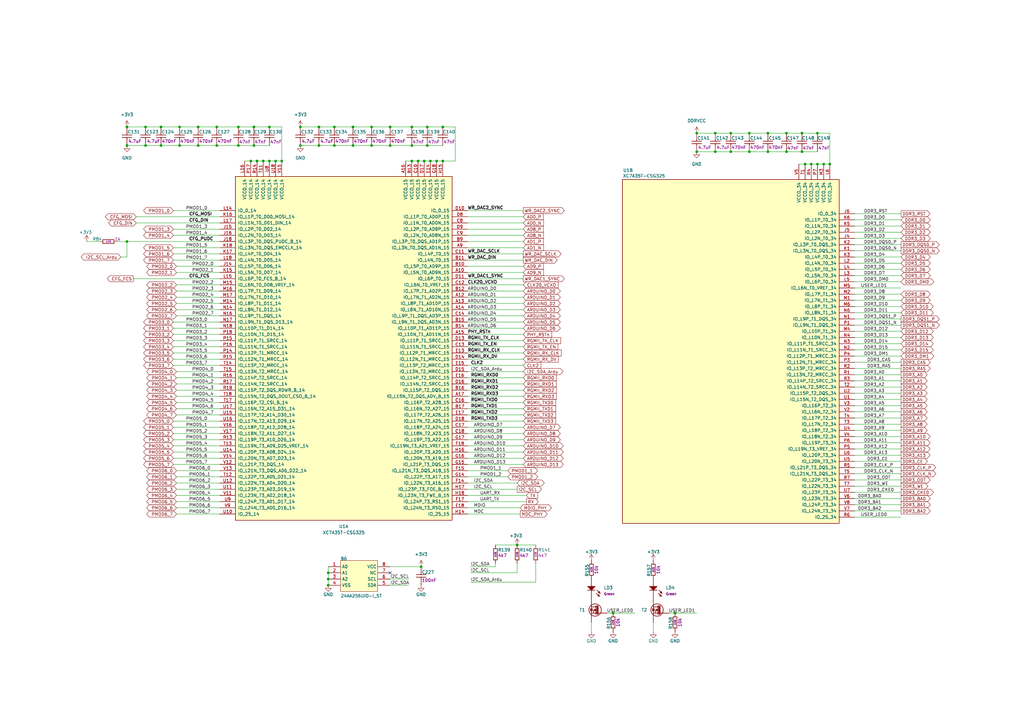
<source format=kicad_sch>
(kicad_sch (version 20250114) (generator "eeschema") (generator_version "9.0")
  (paper "A3")
  (junction (at 314.96 62.23))
  (junction (at 144.78 52.07))
  (junction (at 335.28 54.61))
  (junction (at 322.58 62.23))
  (junction (at 175.26 59.69))
  (junction (at 123.19 52.07))
  (junction (at 130.81 52.07))
  (junction (at 88.9 52.07))
  (junction (at 130.81 59.69))
  (junction (at 107.95 66.04))
  (junction (at 285.75 62.23))
  (junction (at 152.4 52.07))
  (junction (at 81.28 59.69))
  (junction (at 52.07 59.69))
  (junction (at 173.99 66.04))
  (junction (at 123.19 59.69))
  (junction (at 332.74 67.31))
  (junction (at 66.04 52.07))
  (junction (at 175.26 52.07))
  (junction (at 66.04 59.69))
  (junction (at 97.79 52.07))
  (junction (at 322.58 54.61))
  (junction (at 293.37 62.23))
  (junction (at 181.61 66.04))
  (junction (at 299.72 62.23))
  (junction (at 337.82 67.31))
  (junction (at 172.72 232.41))
  (junction (at 212.09 223.52))
  (junction (at 134.62 240.03))
  (junction (at 88.9 59.69))
  (junction (at 104.14 52.07))
  (junction (at 179.07 66.04))
  (junction (at 137.16 52.07))
  (junction (at 160.02 52.07))
  (junction (at 73.66 52.07))
  (junction (at 113.03 66.04))
  (junction (at 168.91 66.04))
  (junction (at 144.78 59.69))
  (junction (at 81.28 52.07))
  (junction (at 73.66 59.69))
  (junction (at 59.69 52.07))
  (junction (at 104.14 59.69))
  (junction (at 276.86 251.46))
  (junction (at 168.91 52.07))
  (junction (at 307.34 54.61))
  (junction (at 328.93 54.61))
  (junction (at 134.62 237.49))
  (junction (at 168.91 59.69))
  (junction (at 285.75 54.61))
  (junction (at 137.16 59.69))
  (junction (at 171.45 66.04))
  (junction (at 52.07 99.06))
  (junction (at 340.36 67.31))
  (junction (at 251.46 251.46))
  (junction (at 102.87 66.04))
  (junction (at 115.57 66.04))
  (junction (at 97.79 59.69))
  (junction (at 152.4 59.69))
  (junction (at 293.37 54.61))
  (junction (at 110.49 52.07))
  (junction (at 176.53 66.04))
  (junction (at 181.61 52.07))
  (junction (at 134.62 234.95))
  (junction (at 105.41 66.04))
  (junction (at 330.2 67.31))
  (junction (at 52.07 52.07))
  (junction (at 110.49 66.04))
  (junction (at 160.02 59.69))
  (junction (at 328.93 62.23))
  (junction (at 314.96 54.61))
  (junction (at 59.69 59.69))
  (junction (at 299.72 54.61))
  (junction (at 307.34 62.23))
  (junction (at 335.28 67.31))
  (no_connect (at 160.02 234.95))
  (wire (pts (xy 176.53 66.04) (xy 173.99 66.04)))
  (wire (pts (xy 337.82 67.31) (xy 335.28 67.31)))
  (wire (pts (xy 350.52 113.03) (xy 369.57 113.03)))
  (wire (pts (xy 350.52 107.95) (xy 369.57 107.95)))
  (wire (pts (xy 72.39 162.56) (xy 90.17 162.56)))
  (wire (pts (xy 71.12 147.32) (xy 90.17 147.32)))
  (wire (pts (xy 191.77 144.78) (xy 214.63 144.78)))
  (wire (pts (xy 71.12 175.26) (xy 90.17 175.26)))
  (wire (pts (xy 350.52 156.21) (xy 369.57 156.21)))
  (wire (pts (xy 160.02 59.69) (xy 168.91 59.69)))
  (wire (pts (xy 350.52 128.27) (xy 369.57 128.27)))
  (wire (pts (xy 350.52 209.55) (xy 369.57 209.55)))
  (wire (pts (xy 130.81 52.07) (xy 137.16 52.07)))
  (wire (pts (xy 71.12 149.86) (xy 90.17 149.86)))
  (wire (pts (xy 104.14 59.69) (xy 110.49 59.69)))
  (wire (pts (xy 350.52 95.25) (xy 369.57 95.25)))
  (wire (pts (xy 191.77 182.88) (xy 214.63 182.88)))
  (wire (pts (xy 191.77 93.98) (xy 214.63 93.98)))
  (wire (pts (xy 191.77 198.12) (xy 212.09 198.12)))
  (wire (pts (xy 71.12 172.72) (xy 90.17 172.72)))
  (wire (pts (xy 219.71 238.76) (xy 219.71 231.14)))
  (wire (pts (xy 191.77 129.54) (xy 214.63 129.54)))
  (wire (pts (xy 160.02 52.07) (xy 168.91 52.07)))
  (wire (pts (xy 350.52 176.53) (xy 369.57 176.53)))
  (wire (pts (xy 350.52 92.71) (xy 369.57 92.71)))
  (wire (pts (xy 105.41 66.04) (xy 107.95 66.04)))
  (wire (pts (xy 152.4 52.07) (xy 160.02 52.07)))
  (wire (pts (xy 350.52 115.57) (xy 369.57 115.57)))
  (wire (pts (xy 350.52 186.69) (xy 369.57 186.69)))
  (wire (pts (xy 107.95 66.04) (xy 110.49 66.04)))
  (wire (pts (xy 55.88 91.44) (xy 90.17 91.44)))
  (wire (pts (xy 97.79 52.07) (xy 104.14 52.07)))
  (wire (pts (xy 191.77 101.6) (xy 214.63 101.6)))
  (wire (pts (xy 71.12 180.34) (xy 90.17 180.34)))
  (wire (pts (xy 72.39 200.66) (xy 90.17 200.66)))
  (wire (pts (xy 203.2 232.41) (xy 203.2 231.14)))
  (wire (pts (xy 52.07 59.69) (xy 59.69 59.69)))
  (wire (pts (xy 71.12 101.6) (xy 90.17 101.6)))
  (wire (pts (xy 71.12 106.68) (xy 90.17 106.68)))
  (wire (pts (xy 191.77 205.74) (xy 215.9 205.74)))
  (wire (pts (xy 175.26 59.69) (xy 181.61 59.69)))
  (wire (pts (xy 350.52 143.51) (xy 369.57 143.51)))
  (wire (pts (xy 350.52 189.23) (xy 369.57 189.23)))
  (wire (pts (xy 293.37 54.61) (xy 299.72 54.61)))
  (wire (pts (xy 191.77 154.94) (xy 214.63 154.94)))
  (wire (pts (xy 179.07 66.04) (xy 176.53 66.04)))
  (wire (pts (xy 307.34 54.61) (xy 314.96 54.61)))
  (wire (pts (xy 144.78 52.07) (xy 152.4 52.07)))
  (wire (pts (xy 71.12 185.42) (xy 90.17 185.42)))
  (wire (pts (xy 137.16 52.07) (xy 144.78 52.07)))
  (wire (pts (xy 72.39 160.02) (xy 90.17 160.02)))
  (wire (pts (xy 100.33 66.04) (xy 102.87 66.04)))
  (wire (pts (xy 73.66 52.07) (xy 81.28 52.07)))
  (wire (pts (xy 350.52 153.67) (xy 369.57 153.67)))
  (wire (pts (xy 71.12 134.62) (xy 90.17 134.62)))
  (wire (pts (xy 191.77 132.08) (xy 214.63 132.08)))
  (wire (pts (xy 285.75 54.61) (xy 293.37 54.61)))
  (wire (pts (xy 191.77 162.56) (xy 214.63 162.56)))
  (wire (pts (xy 293.37 62.23) (xy 299.72 62.23)))
  (wire (pts (xy 72.39 157.48) (xy 90.17 157.48)))
  (wire (pts (xy 71.12 96.52) (xy 90.17 96.52)))
  (wire (pts (xy 191.77 99.06) (xy 214.63 99.06)))
  (wire (pts (xy 328.93 62.23) (xy 335.28 62.23)))
  (wire (pts (xy 81.28 59.69) (xy 88.9 59.69)))
  (wire (pts (xy 350.52 173.99) (xy 369.57 173.99)))
  (wire (pts (xy 88.9 59.69) (xy 97.79 59.69)))
  (wire (pts (xy 191.77 149.86) (xy 214.63 149.86)))
  (wire (pts (xy 248.92 251.46) (xy 251.46 251.46)))
  (wire (pts (xy 191.77 180.34) (xy 214.63 180.34)))
  (wire (pts (xy 72.39 165.1) (xy 90.17 165.1)))
  (wire (pts (xy 193.04 238.76) (xy 219.71 238.76)))
  (wire (pts (xy 72.39 116.84) (xy 90.17 116.84)))
  (wire (pts (xy 285.75 62.23) (xy 293.37 62.23)))
  (wire (pts (xy 71.12 190.5) (xy 90.17 190.5)))
  (wire (pts (xy 274.32 251.46) (xy 276.86 251.46)))
  (wire (pts (xy 72.39 195.58) (xy 90.17 195.58)))
  (wire (pts (xy 307.34 62.23) (xy 314.96 62.23)))
  (wire (pts (xy 71.12 144.78) (xy 90.17 144.78)))
  (wire (pts (xy 191.77 116.84) (xy 214.63 116.84)))
  (wire (pts (xy 350.52 125.73) (xy 369.57 125.73)))
  (wire (pts (xy 71.12 139.7) (xy 90.17 139.7)))
  (wire (pts (xy 242.57 259.08) (xy 242.57 255.27)))
  (wire (pts (xy 350.52 161.29) (xy 369.57 161.29)))
  (wire (pts (xy 72.39 109.22) (xy 90.17 109.22)))
  (wire (pts (xy 55.88 88.9) (xy 90.17 88.9)))
  (wire (pts (xy 181.61 66.04) (xy 179.07 66.04)))
  (wire (pts (xy 72.39 205.74) (xy 90.17 205.74)))
  (wire (pts (xy 72.39 210.82) (xy 90.17 210.82)))
  (wire (pts (xy 191.77 111.76) (xy 214.63 111.76)))
  (wire (pts (xy 314.96 62.23) (xy 322.58 62.23)))
  (wire (pts (xy 350.52 201.93) (xy 369.57 201.93)))
  (wire (pts (xy 71.12 137.16) (xy 90.17 137.16)))
  (wire (pts (xy 134.62 237.49) (xy 134.62 240.03)))
  (wire (pts (xy 350.52 168.91) (xy 369.57 168.91)))
  (wire (pts (xy 191.77 124.46) (xy 214.63 124.46)))
  (wire (pts (xy 350.52 163.83) (xy 369.57 163.83)))
  (wire (pts (xy 328.93 54.61) (xy 335.28 54.61)))
  (wire (pts (xy 134.62 232.41) (xy 134.62 234.95)))
  (wire (pts (xy 168.91 59.69) (xy 175.26 59.69)))
  (wire (pts (xy 191.77 96.52) (xy 214.63 96.52)))
  (wire (pts (xy 123.19 59.69) (xy 130.81 59.69)))
  (wire (pts (xy 350.52 151.13) (xy 369.57 151.13)))
  (wire (pts (xy 299.72 54.61) (xy 307.34 54.61)))
  (wire (pts (xy 191.77 203.2) (xy 215.9 203.2)))
  (wire (pts (xy 72.39 203.2) (xy 90.17 203.2)))
  (wire (pts (xy 71.12 93.98) (xy 90.17 93.98)))
  (wire (pts (xy 59.69 52.07) (xy 66.04 52.07)))
  (wire (pts (xy 350.52 196.85) (xy 369.57 196.85)))
  (wire (pts (xy 191.77 208.28) (xy 213.36 208.28)))
  (wire (pts (xy 71.12 142.24) (xy 90.17 142.24)))
  (wire (pts (xy 72.39 154.94) (xy 90.17 154.94)))
  (wire (pts (xy 335.28 67.31) (xy 332.74 67.31)))
  (wire (pts (xy 152.4 59.69) (xy 160.02 59.69)))
  (wire (pts (xy 350.52 100.33) (xy 369.57 100.33)))
  (wire (pts (xy 314.96 54.61) (xy 322.58 54.61)))
  (wire (pts (xy 350.52 146.05) (xy 369.57 146.05)))
  (wire (pts (xy 48.26 99.06) (xy 52.07 99.06)))
  (wire (pts (xy 35.56 99.06) (xy 40.64 99.06)))
  (wire (pts (xy 104.14 52.07) (xy 110.49 52.07)))
  (wire (pts (xy 123.19 52.07) (xy 130.81 52.07)))
  (wire (pts (xy 191.77 139.7) (xy 214.63 139.7)))
  (wire (pts (xy 72.39 121.92) (xy 90.17 121.92)))
  (wire (pts (xy 54.61 114.3) (xy 90.17 114.3)))
  (wire (pts (xy 191.77 172.72) (xy 214.63 172.72)))
  (wire (pts (xy 71.12 177.8) (xy 90.17 177.8)))
  (wire (pts (xy 137.16 59.69) (xy 144.78 59.69)))
  (wire (pts (xy 191.77 177.8) (xy 214.63 177.8)))
  (wire (pts (xy 191.77 91.44) (xy 214.63 91.44)))
  (wire (pts (xy 168.91 52.07) (xy 175.26 52.07)))
  (wire (pts (xy 160.02 240.03) (xy 167.64 240.03)))
  (wire (pts (xy 267.97 259.08) (xy 267.97 255.27)))
  (wire (pts (xy 191.77 134.62) (xy 214.63 134.62)))
  (wire (pts (xy 350.52 212.09) (xy 369.57 212.09)))
  (wire (pts (xy 144.78 59.69) (xy 152.4 59.69)))
  (wire (pts (xy 350.52 133.35) (xy 369.57 133.35)))
  (wire (pts (xy 350.52 194.31) (xy 369.57 194.31)))
  (wire (pts (xy 191.77 210.82) (xy 213.36 210.82)))
  (wire (pts (xy 193.04 234.95) (xy 212.09 234.95)))
  (wire (pts (xy 71.12 182.88) (xy 90.17 182.88)))
  (wire (pts (xy 340.36 67.31) (xy 337.82 67.31)))
  (wire (pts (xy 72.39 208.28) (xy 90.17 208.28)))
  (wire (pts (xy 52.07 105.41) (xy 52.07 99.06)))
  (wire (pts (xy 59.69 59.69) (xy 66.04 59.69)))
  (wire (pts (xy 350.52 105.41) (xy 369.57 105.41)))
  (wire (pts (xy 350.52 123.19) (xy 369.57 123.19)))
  (wire (pts (xy 191.77 187.96) (xy 214.63 187.96)))
  (wire (pts (xy 350.52 118.11) (xy 369.57 118.11)))
  (wire (pts (xy 72.39 152.4) (xy 90.17 152.4)))
  (wire (pts (xy 322.58 54.61) (xy 328.93 54.61)))
  (wire (pts (xy 168.91 66.04) (xy 166.37 66.04)))
  (wire (pts (xy 350.52 179.07) (xy 369.57 179.07)))
  (wire (pts (xy 191.77 157.48) (xy 214.63 157.48)))
  (wire (pts (xy 66.04 59.69) (xy 73.66 59.69)))
  (wire (pts (xy 66.04 52.07) (xy 73.66 52.07)))
  (wire (pts (xy 160.02 232.41) (xy 172.72 232.41)))
  (wire (pts (xy 113.03 66.04) (xy 115.57 66.04)))
  (wire (pts (xy 173.99 66.04) (xy 171.45 66.04)))
  (wire (pts (xy 350.52 138.43) (xy 369.57 138.43)))
  (wire (pts (xy 203.2 223.52) (xy 212.09 223.52)))
  (wire (pts (xy 191.77 160.02) (xy 214.63 160.02)))
  (wire (pts (xy 350.52 171.45) (xy 369.57 171.45)))
  (wire (pts (xy 171.45 66.04) (xy 168.91 66.04)))
  (wire (pts (xy 350.52 140.97) (xy 369.57 140.97)))
  (wire (pts (xy 350.52 204.47) (xy 369.57 204.47)))
  (wire (pts (xy 72.39 198.12) (xy 90.17 198.12)))
  (wire (pts (xy 191.77 86.36) (xy 214.63 86.36)))
  (wire (pts (xy 52.07 52.07) (xy 59.69 52.07)))
  (wire (pts (xy 186.69 52.07) (xy 186.69 66.04)))
  (wire (pts (xy 130.81 59.69) (xy 137.16 59.69)))
  (wire (pts (xy 72.39 129.54) (xy 90.17 129.54)))
  (wire (pts (xy 350.52 191.77) (xy 369.57 191.77)))
  (wire (pts (xy 191.77 152.4) (xy 214.63 152.4)))
  (wire (pts (xy 110.49 66.04) (xy 113.03 66.04)))
  (wire (pts (xy 191.77 142.24) (xy 214.63 142.24)))
  (wire (pts (xy 88.9 52.07) (xy 97.79 52.07)))
  (wire (pts (xy 322.58 62.23) (xy 328.93 62.23)))
  (wire (pts (xy 212.09 223.52) (xy 219.71 223.52)))
  (wire (pts (xy 191.77 167.64) (xy 214.63 167.64)))
  (wire (pts (xy 191.77 114.3) (xy 214.63 114.3)))
  (wire (pts (xy 191.77 121.92) (xy 214.63 121.92)))
  (wire (pts (xy 102.87 66.04) (xy 105.41 66.04)))
  (wire (pts (xy 110.49 52.07) (xy 115.57 52.07)))
  (wire (pts (xy 191.77 104.14) (xy 214.63 104.14)))
  (wire (pts (xy 350.52 90.17) (xy 369.57 90.17)))
  (wire (pts (xy 72.39 167.64) (xy 90.17 167.64)))
  (wire (pts (xy 350.52 207.01) (xy 369.57 207.01)))
  (wire (pts (xy 134.62 234.95) (xy 134.62 237.49)))
  (wire (pts (xy 350.52 181.61) (xy 369.57 181.61)))
  (wire (pts (xy 191.77 137.16) (xy 214.63 137.16)))
  (wire (pts (xy 350.52 130.81) (xy 369.57 130.81)))
  (wire (pts (xy 191.77 165.1) (xy 214.63 165.1)))
  (wire (pts (xy 191.77 193.04) (xy 208.28 193.04)))
  (wire (pts (xy 191.77 106.68) (xy 214.63 106.68)))
  (wire (pts (xy 191.77 195.58) (xy 208.28 195.58)))
  (wire (pts (xy 115.57 52.07) (xy 115.57 66.04)))
  (wire (pts (xy 330.2 67.31) (xy 327.66 67.31)))
  (wire (pts (xy 276.86 251.46) (xy 285.75 251.46)))
  (wire (pts (xy 72.39 127) (xy 90.17 127)))
  (wire (pts (xy 49.53 105.41) (xy 52.07 105.41)))
  (wire (pts (xy 350.52 158.75) (xy 369.57 158.75)))
  (wire (pts (xy 72.39 119.38) (xy 90.17 119.38)))
  (wire (pts (xy 72.39 124.46) (xy 90.17 124.46)))
  (wire (pts (xy 350.52 184.15) (xy 369.57 184.15)))
  (wire (pts (xy 71.12 86.36) (xy 90.17 86.36)))
  (wire (pts (xy 350.52 166.37) (xy 369.57 166.37)))
  (wire (pts (xy 350.52 199.39) (xy 369.57 199.39)))
  (wire (pts (xy 350.52 87.63) (xy 369.57 87.63)))
  (wire (pts (xy 191.77 147.32) (xy 214.63 147.32)))
  (wire (pts (xy 81.28 52.07) (xy 88.9 52.07)))
  (wire (pts (xy 350.52 148.59) (xy 369.57 148.59)))
  (wire (pts (xy 350.52 135.89) (xy 369.57 135.89)))
  (wire (pts (xy 350.52 110.49) (xy 369.57 110.49)))
  (wire (pts (xy 71.12 132.08) (xy 90.17 132.08)))
  (wire (pts (xy 350.52 120.65) (xy 369.57 120.65)))
  (wire (pts (xy 191.77 190.5) (xy 214.63 190.5)))
  (wire (pts (xy 72.39 111.76) (xy 90.17 111.76)))
  (wire (pts (xy 181.61 52.07) (xy 186.69 52.07)))
  (wire (pts (xy 73.66 59.69) (xy 81.28 59.69)))
  (wire (pts (xy 191.77 185.42) (xy 214.63 185.42)))
  (wire (pts (xy 191.77 170.18) (xy 214.63 170.18)))
  (wire (pts (xy 191.77 200.66) (xy 212.09 200.66)))
  (wire (pts (xy 160.02 237.49) (xy 167.64 237.49)))
  (wire (pts (xy 350.52 97.79) (xy 369.57 97.79)))
  (wire (pts (xy 335.28 54.61) (xy 340.36 54.61)))
  (wire (pts (xy 71.12 187.96) (xy 90.17 187.96)))
  (wire (pts (xy 52.07 99.06) (xy 90.17 99.06)))
  (wire (pts (xy 340.36 54.61) (xy 340.36 67.31)))
  (wire (pts (xy 251.46 251.46) (xy 260.35 251.46)))
  (wire (pts (xy 97.79 59.69) (xy 104.14 59.69)))
  (wire (pts (xy 71.12 104.14) (xy 90.17 104.14)))
  (wire (pts (xy 299.72 62.23) (xy 307.34 62.23)))
  (wire (pts (xy 212.09 234.95) (xy 212.09 231.14)))
  (wire (pts (xy 193.04 232.41) (xy 203.2 232.41)))
  (wire (pts (xy 191.77 127) (xy 214.63 127)))
  (wire (pts (xy 191.77 88.9) (xy 214.63 88.9)))
  (wire (pts (xy 191.77 175.26) (xy 214.63 175.26)))
  (wire (pts (xy 191.77 119.38) (xy 214.63 119.38)))
  (wire (pts (xy 350.52 102.87) (xy 369.57 102.87)))
  (wire (pts (xy 72.39 170.18) (xy 90.17 170.18)))
  (wire (pts (xy 186.69 66.04) (xy 181.61 66.04)))
  (wire (pts (xy 175.26 52.07) (xy 181.61 52.07)))
  (wire (pts (xy 72.39 193.04) (xy 90.17 193.04)))
  (wire (pts (xy 332.74 67.31) (xy 330.2 67.31)))
  (wire (pts (xy 191.77 109.22) (xy 214.63 109.22)))
  (label "DDR3_ODT" (at 355.6 196.85 0))
  (label "DDR3_A10" (at 354.33 179.07 0))
  (label "DDR3_D15" (at 354.33 143.51 0))
  (label "PMOD5_6" (at 76.2 187.96 0))
  (label "PMOD2_5" (at 78.74 124.46 0))
  (label "PMOD4_1" (at 78.74 154.94 0))
  (label "DDR3_A6" (at 354.33 168.91 0))
  (label "PMOD4_0" (at 78.74 152.4 0))
  (label "PMOD3_6" (at 76.2 147.32 0))
  (label "DDR3_CAS" (at 355.6 148.59 0))
  (label "DDR3_CLK_P" (at 354.33 191.77 0))
  (label "PMOD6_3" (at 77.47 200.66 0))
  (label "ARDUINO_D13" (at 194.31 190.5 0))
  (label "DDR3_D5" (at 354.33 107.95 0))
  (label "RGMII_RX_DV" (at 191.77 147.32 0) (effects (font (thickness 0.254) (bold yes))))
  (label "DDR3_A1" (at 354.33 156.21 0))
  (label "CFG_PUDC" (at 77.47 99.06 0) (effects (font (thickness 0.254) (bold yes))))
  (label "DDR3_BA0" (at 351.79 204.47 0))
  (label "RGMII_RXD1" (at 193.04 157.48 0) (effects (font (thickness 0.254) (bold yes))))
  (label "I2C_SDA_Ardu" (at 193.04 238.76 0))
  (label "PMOD1_6" (at 76.2 104.14 0))
  (label "WR_DAC2_SYNC" (at 191.77 86.36 0) (effects (font (thickness 0.254) (bold yes))))
  (label "DDR3_D6" (at 354.33 110.49 0))
  (label "USER_LED0" (at 353.06 212.09 0))
  (label "RGMII_TX_EN" (at 191.77 142.24 0) (effects (font (thickness 0.254) (bold yes))))
  (label "I2C_SCL" (at 194.31 200.66 0))
  (label "DDR3_DQS1_N" (at 354.33 133.35 0))
  (label "DDR3_D8" (at 354.33 120.65 0))
  (label "DDR3_DM0" (at 354.33 115.57 0))
  (label "ARDUINO_D0" (at 191.77 119.38 0))
  (label "ARDUINO_D5" (at 191.77 132.08 0))
  (label "PMOD2_6" (at 78.74 127 0))
  (label "PMOD3_4" (at 76.2 142.24 0))
  (label "DDR3_CLK_N" (at 354.33 194.31 0))
  (label "DDR3_A12" (at 354.33 184.15 0))
  (label "PMOD3_1" (at 76.2 134.62 0))
  (label "PMOD1_7" (at 76.2 106.68 0))
  (label "PMOD3_0" (at 76.2 132.08 0))
  (label "PMOD1_4" (at 76.2 96.52 0))
  (label "PMOD4_5" (at 78.74 165.1 0))
  (label "WR_DAC1_SYNC" (at 191.77 114.3 0) (effects (font (thickness 0.254) (bold yes))))
  (label "RGMII_TXD0" (at 193.04 165.1 0) (effects (font (thickness 0.254) (bold yes))))
  (label "I2C_SDA" (at 193.04 232.41 0))
  (label "DDR3_A8" (at 354.33 173.99 0))
  (label "DDR3_CKE0" (at 355.6 201.93 0))
  (label "RGMII_TXD2" (at 193.04 170.18 0) (effects (font (thickness 0.254) (bold yes))))
  (label "I2C_SDA" (at 160.02 240.03 0))
  (label "CFG_DIN" (at 77.47 91.44 0) (effects (font (thickness 0.254) (bold yes))))
  (label "I2C_SDA" (at 194.31 198.12 0))
  (label "PMOD5_1" (at 76.2 175.26 0))
  (label "PMOD3_5" (at 76.2 144.78 0))
  (label "PMOD2_2" (at 78.74 116.84 0))
  (label "UART_TX" (at 196.85 205.74 0))
  (label "DDR3_D11" (at 354.33 128.27 0))
  (label "ARDUINO_D8" (at 194.31 177.8 0))
  (label "DDR3_CE" (at 355.6 189.23 0))
  (label "RGMII_TX_CLK" (at 191.77 139.7 0) (effects (font (thickness 0.254) (bold yes))))
  (label "CLK2" (at 193.04 149.86 0) (effects (font (thickness 0.254) (bold yes))))
  (label "PMOD2_0" (at 78.74 109.22 0))
  (label "DDR3_BA2" (at 351.79 209.55 0))
  (label "DDR3_D0" (at 354.33 90.17 0))
  (label "I2C_SCL" (at 160.02 237.49 0))
  (label "RGMII_RXD0" (at 193.04 154.94 0) (effects (font (thickness 0.254) (bold yes))))
  (label "PMOD2_1" (at 78.74 111.76 0))
  (label "DDR3_A7" (at 354.33 171.45 0))
  (label "PMOD6_0" (at 77.47 193.04 0))
  (label "DDR3_A5" (at 354.33 166.37 0))
  (label "ARDUINO_D4" (at 191.77 129.54 0))
  (label "ARDUINO_D1" (at 191.77 121.92 0))
  (label "DDR3_D7" (at 354.33 113.03 0))
  (label "PMOD4_7" (at 78.74 170.18 0))
  (label "DDR3_D3" (at 354.33 97.79 0))
  (label "DDR3_A0" (at 354.33 153.67 0))
  (label "RGMII_TXD1" (at 193.04 167.64 0) (effects (font (thickness 0.254) (bold yes))))
  (label "DDR3_RST" (at 354.33 87.63 0))
  (label "DDR3_A9" (at 354.33 176.53 0))
  (label "ARDUINO_D11" (at 194.31 185.42 0))
  (label "DDR3_DM1" (at 354.33 146.05 0))
  (label "PMOD6_7" (at 77.47 210.82 0))
  (label "PMOD6_4" (at 77.47 203.2 0))
  (label "RGMII_TXD3" (at 193.04 172.72 0) (effects (font (thickness 0.254) (bold yes))))
  (label "PMOD1_1" (at 196.85 193.04 0))
  (label "PMOD5_4" (at 76.2 182.88 0))
  (label "WR_DAC_DIN" (at 191.77 106.68 0) (effects (font (thickness 0.254) (bold yes))))
  (label "PMOD6_1" (at 77.47 195.58 0))
  (label "DDR3_D4" (at 354.33 105.41 0))
  (label "PMOD6_6" (at 77.47 208.28 0))
  (label "PMOD5_0" (at 76.2 172.72 0))
  (label "DDR3_D12" (at 354.33 135.89 0))
  (label "PMOD4_6" (at 78.74 167.64 0))
  (label "PMOD3_3" (at 76.2 139.7 0))
  (label "DDR3_D13" (at 354.33 138.43 0))
  (label "RGMII_RXD2" (at 193.04 160.02 0) (effects (font (thickness 0.254) (bold yes))))
  (label "RGMII_RXD3" (at 193.04 162.56 0) (effects (font (thickness 0.254) (bold yes))))
  (label "DDR3_A4" (at 354.33 163.83 0))
  (label "PMOD6_2" (at 77.47 198.12 0))
  (label "PMOD3_7" (at 76.2 149.86 0))
  (label "PMOD1_3" (at 76.2 93.98 0))
  (label "DDR3_DQS1_P" (at 354.33 130.81 0))
  (label "DDR3_RAS" (at 355.6 151.13 0))
  (label "CFG_FCS" (at 77.47 114.3 0) (effects (font (thickness 0.254) (bold yes))))
  (label "ARDUINO_D12" (at 194.31 187.96 0))
  (label "DDR3_A2" (at 354.33 158.75 0))
  (label "DDR3_WE" (at 355.6 199.39 0))
  (label "CLK20_VCXO" (at 191.77 116.84 0) (effects (font (thickness 0.254) (bold yes))))
  (label "ARDUINO_D2" (at 191.77 124.46 0))
  (label "DDR3_A3" (at 354.33 161.29 0))
  (label "I2C_SDA_Ardu" (at 193.04 152.4 0))
  (label "DDR3_A13" (at 354.33 186.69 0))
  (label "DDR3_DQS0_P" (at 354.33 100.33 0))
  (label "PMOD6_5" (at 77.47 205.74 0))
  (label "DDR3_DQS0_N" (at 354.33 102.87 0))
  (label "RGMII_RX_CLK" (at 191.77 144.78 0) (effects (font (thickness 0.254) (bold yes))))
  (label "I2C_SCL" (at 193.04 234.95 0))
  (label "ARDUINO_D3" (at 191.77 127 0))
  (label "ARDUINO_D7" (at 194.31 175.26 0))
  (label "PMOD2_3" (at 78.74 119.38 0))
  (label "DDR3_D2" (at 354.33 95.25 0))
  (label "USER_LED1" (at 353.06 118.11 0))
  (label "UART_RX" (at 196.85 203.2 0))
  (label "MDIO" (at 194.31 208.28 0))
  (label "PMOD5_3" (at 76.2 180.34 0))
  (label "PMOD5_2" (at 76.2 177.8 0))
  (label "PMOD4_2" (at 78.74 157.48 0))
  (label "PMOD2_7" (at 78.74 129.54 0))
  (label "PMOD1_0" (at 76.2 86.36 0))
  (label "DDR3_D14" (at 354.33 140.97 0))
  (label "USER_LED1" (at 274.32 251.46 0))
  (label "DDR3_D10" (at 354.33 125.73 0))
  (label "USER_LED0" (at 248.92 251.46 0))
  (label "PMOD1_5" (at 76.2 101.6 0))
  (label "PMOD4_3" (at 78.74 160.02 0))
  (label "ARDUINO_D6" (at 191.77 134.62 0))
  (label "PMOD5_5" (at 76.2 185.42 0))
  (label "PMOD5_7" (at 76.2 190.5 0))
  (label "ARDUINO_D10" (at 194.31 182.88 0))
  (label "PHY_RSTn" (at 191.77 137.16 0) (effects (font (thickness 0.254) (bold yes))))
  (label "DDR3_A11" (at 354.33 181.61 0))
  (label "DDR3_BA1" (at 351.79 207.01 0))
  (label "MDC" (at 194.31 210.82 0))
  (label "DDR3_D1" (at 354.33 92.71 0))
  (label "DDR3_D9" (at 354.33 123.19 0))
  (label "WR_DAC_SCLK" (at 191.77 104.14 0) (effects (font (thickness 0.254) (bold yes))))
  (label "PMOD4_4" (at 78.74 162.56 0))
  (label "PMOD3_2" (at 76.2 137.16 0))
  (label "CFG_MOSI" (at 77.47 88.9 0) (effects (font (thickness 0.254) (bold yes))))
  (label "PMOD1_2" (at 196.85 195.58 0))
  (label "PMOD2_4" (at 78.74 121.92 0))
  (label "ARDUINO_D9" (at 194.31 180.34 0))
  (global_label "DDR3_WE" (shape output) (at 369.57 199.39 0) (property "Intersheetrefs" "${INTERSHEET_REFS}" (effects (hide yes))))
  (global_label "DDR3_D15" (shape bidirectional) (at 369.57 143.51 0) (property "Intersheetrefs" "${INTERSHEET_REFS}" (effects (hide yes))))
  (global_label "DDR3_D1" (shape bidirectional) (at 369.57 92.71 0) (property "Intersheetrefs" "${INTERSHEET_REFS}" (effects (hide yes))))
  (global_label "DDR3_D7" (shape bidirectional) (at 369.57 113.03 0) (property "Intersheetrefs" "${INTERSHEET_REFS}" (effects (hide yes))))
  (global_label "ARDUINO_D7" (shape bidirectional) (at 214.63 175.26 0) (property "Intersheetrefs" "${INTERSHEET_REFS}" (effects (hide yes))))
  (global_label "WR_DAC_SCLK" (shape output) (at 214.63 104.14 0) (effects (font (thickness 0.1588))) (property "Intersheetrefs" "${INTERSHEET_REFS}" (effects (hide yes))))
  (global_label "PMOD5_4" (shape bidirectional) (at 71.12 182.88 180) (property "Intersheetrefs" "${INTERSHEET_REFS}" (effects (hide yes))))
  (global_label "PMOD4_6" (shape bidirectional) (at 72.39 167.64 180) (property "Intersheetrefs" "${INTERSHEET_REFS}" (effects (hide yes))))
  (global_label "PMOD2_0" (shape bidirectional) (at 72.39 109.22 180) (property "Intersheetrefs" "${INTERSHEET_REFS}" (effects (hide yes))))
  (global_label "MDIO_PHY" (shape bidirectional) (at 213.36 208.28 0) (property "Intersheetrefs" "${INTERSHEET_REFS}" (effects (hide yes))))
  (global_label "PMOD3_7" (shape bidirectional) (at 71.12 149.86 180) (property "Intersheetrefs" "${INTERSHEET_REFS}" (effects (hide yes))))
  (global_label "PMOD5_1" (shape bidirectional) (at 71.12 175.26 180) (property "Intersheetrefs" "${INTERSHEET_REFS}" (effects (hide yes))))
  (global_label "PMOD6_1" (shape bidirectional) (at 72.39 195.58 180) (property "Intersheetrefs" "${INTERSHEET_REFS}" (effects (hide yes))))
  (global_label "PMOD1_1" (shape bidirectional) (at 208.28 193.04 0) (property "Intersheetrefs" "${INTERSHEET_REFS}" (effects (hide yes))))
  (global_label "DDR3_A4" (shape output) (at 369.57 163.83 0) (property "Intersheetrefs" "${INTERSHEET_REFS}" (effects (hide yes))))
  (global_label "AD1_P" (shape input) (at 214.63 99.06 0) (property "Intersheetrefs" "${INTERSHEET_REFS}" (effects (hide yes))))
  (global_label "I2C_SCL" (shape output) (at 212.09 200.66 0) (property "Intersheetrefs" "${INTERSHEET_REFS}" (effects (hide yes))))
  (global_label "PMOD2_5" (shape bidirectional) (at 72.39 124.46 180) (property "Intersheetrefs" "${INTERSHEET_REFS}" (effects (hide yes))))
  (global_label "PMOD4_0" (shape bidirectional) (at 72.39 152.4 180) (property "Intersheetrefs" "${INTERSHEET_REFS}" (effects (hide yes))))
  (global_label "AD0_P" (shape input) (at 214.63 88.9 0) (property "Intersheetrefs" "${INTERSHEET_REFS}" (effects (hide yes))))
  (global_label "PMOD4_7" (shape bidirectional) (at 72.39 170.18 180) (property "Intersheetrefs" "${INTERSHEET_REFS}" (effects (hide yes))))
  (global_label "DDR3_D12" (shape bidirectional) (at 369.57 135.89 0) (property "Intersheetrefs" "${INTERSHEET_REFS}" (effects (hide yes))))
  (global_label "PMOD1_5" (shape bidirectional) (at 71.12 101.6 180) (property "Intersheetrefs" "${INTERSHEET_REFS}" (effects (hide yes))))
  (global_label "PMOD2_7" (shape bidirectional) (at 72.39 129.54 180) (property "Intersheetrefs" "${INTERSHEET_REFS}" (effects (hide yes))))
  (global_label "PMOD4_5" (shape bidirectional) (at 72.39 165.1 180) (property "Intersheetrefs" "${INTERSHEET_REFS}" (effects (hide yes))))
  (global_label "CLK2" (shape input) (at 214.63 149.86 0) (property "Intersheetrefs" "${INTERSHEET_REFS}" (effects (hide yes))))
  (global_label "DDR3_DQS1_N" (shape output) (at 369.57 133.35 0) (property "Intersheetrefs" "${INTERSHEET_REFS}" (effects (hide yes))))
  (global_label "TX" (shape input) (at 215.9 203.2 0) (property "Intersheetrefs" "${INTERSHEET_REFS}" (effects (hide yes))))
  (global_label "DDR3_A9" (shape output) (at 369.57 176.53 0) (property "Intersheetrefs" "${INTERSHEET_REFS}" (effects (hide yes))))
  (global_label "RGMII_RXD3" (shape input) (at 214.63 162.56 0) (effects (font (thickness 0.1588))) (property "Intersheetrefs" "${INTERSHEET_REFS}" (effects (hide yes))))
  (global_label "PMOD5_2" (shape bidirectional) (at 71.12 177.8 180) (property "Intersheetrefs" "${INTERSHEET_REFS}" (effects (hide yes))))
  (global_label "ARDUINO_D9" (shape bidirectional) (at 214.63 180.34 0) (property "Intersheetrefs" "${INTERSHEET_REFS}" (effects (hide yes))))
  (global_label "PMOD5_7" (shape bidirectional) (at 71.12 190.5 180) (property "Intersheetrefs" "${INTERSHEET_REFS}" (effects (hide yes))))
  (global_label "PMOD6_3" (shape bidirectional) (at 72.39 200.66 180) (property "Intersheetrefs" "${INTERSHEET_REFS}" (effects (hide yes))))
  (global_label "PMOD6_2" (shape bidirectional) (at 72.39 198.12 180) (property "Intersheetrefs" "${INTERSHEET_REFS}" (effects (hide yes))))
  (global_label "ARDUINO_D10" (shape bidirectional) (at 214.63 182.88 0) (property "Intersheetrefs" "${INTERSHEET_REFS}" (effects (hide yes))))
  (global_label "RGMII_TXD3" (shape input) (at 214.63 172.72 0) (effects (font (thickness 0.1588))) (property "Intersheetrefs" "${INTERSHEET_REFS}" (effects (hide yes))))
  (global_label "RGMII_TXD0" (shape input) (at 214.63 165.1 0) (effects (font (thickness 0.1588))) (property "Intersheetrefs" "${INTERSHEET_REFS}" (effects (hide yes))))
  (global_label "PMOD6_6" (shape bidirectional) (at 72.39 208.28 180) (property "Intersheetrefs" "${INTERSHEET_REFS}" (effects (hide yes))))
  (global_label "I2C_SDA_Ardu" (shape bidirectional) (at 214.63 152.4 0) (property "Intersheetrefs" "${INTERSHEET_REFS}" (effects (hide yes))))
  (global_label "DDR3_D13" (shape bidirectional) (at 369.57 138.43 0) (property "Intersheetrefs" "${INTERSHEET_REFS}" (effects (hide yes))))
  (global_label "PMOD2_3" (shape bidirectional) (at 72.39 119.38 180) (property "Intersheetrefs" "${INTERSHEET_REFS}" (effects (hide yes))))
  (global_label "DDR3_A6" (shape output) (at 369.57 168.91 0) (property "Intersheetrefs" "${INTERSHEET_REFS}" (effects (hide yes))))
  (global_label "CFG_MOSI" (shape bidirectional) (at 55.88 88.9 180) (effects (font (thickness 0.1588))) (property "Intersheetrefs" "${INTERSHEET_REFS}" (effects (hide yes))))
  (global_label "DDR3_D4" (shape bidirectional) (at 369.57 105.41 0) (property "Intersheetrefs" "${INTERSHEET_REFS}" (effects (hide yes))))
  (global_label "PMOD2_1" (shape bidirectional) (at 72.39 111.76 180) (property "Intersheetrefs" "${INTERSHEET_REFS}" (effects (hide yes))))
  (global_label "PMOD3_0" (shape bidirectional) (at 71.12 132.08 180) (property "Intersheetrefs" "${INTERSHEET_REFS}" (effects (hide yes))))
  (global_label "RGMII_TXD1" (shape input) (at 214.63 167.64 0) (effects (font (thickness 0.1588))) (property "Intersheetrefs" "${INTERSHEET_REFS}" (effects (hide yes))))
  (global_label "AD9_N" (shape input) (at 214.63 111.76 0) (property "Intersheetrefs" "${INTERSHEET_REFS}" (effects (hide yes))))
  (global_label "ARDUINO_D2" (shape bidirectional) (at 214.63 124.46 0) (property "Intersheetrefs" "${INTERSHEET_REFS}" (effects (hide yes))))
  (global_label "DDR3_D14" (shape bidirectional) (at 369.57 140.97 0) (property "Intersheetrefs" "${INTERSHEET_REFS}" (effects (hide yes))))
  (global_label "ARDUINO_D3" (shape bidirectional) (at 214.63 127 0) (property "Intersheetrefs" "${INTERSHEET_REFS}" (effects (hide yes))))
  (global_label "DDR3_BA2" (shape output) (at 369.57 209.55 0) (property "Intersheetrefs" "${INTERSHEET_REFS}" (effects (hide yes))))
  (global_label "DDR3_DM0" (shape bidirectional) (at 369.57 115.57 0) (property "Intersheetrefs" "${INTERSHEET_REFS}" (effects (hide yes))))
  (global_label "AD1_N" (shape input) (at 214.63 101.6 0) (property "Intersheetrefs" "${INTERSHEET_REFS}" (effects (hide yes))))
  (global_label "DDR3_D0" (shape bidirectional) (at 369.57 90.17 0) (property "Intersheetrefs" "${INTERSHEET_REFS}" (effects (hide yes))))
  (global_label "DDR3_A5" (shape output) (at 369.57 166.37 0) (property "Intersheetrefs" "${INTERSHEET_REFS}" (effects (hide yes))))
  (global_label "DDR3_CE" (shape output) (at 369.57 189.23 0) (property "Intersheetrefs" "${INTERSHEET_REFS}" (effects (hide yes))))
  (global_label "DDR3_CKE0" (shape output) (at 369.57 201.93 0) (property "Intersheetrefs" "${INTERSHEET_REFS}" (effects (hide yes))))
  (global_label "PMOD1_7" (shape bidirectional) (at 71.12 106.68 180) (property "Intersheetrefs" "${INTERSHEET_REFS}" (effects (hide yes))))
  (global_label "MDC_PHY" (shape output) (at 213.36 210.82 0) (property "Intersheetrefs" "${INTERSHEET_REFS}" (effects (hide yes))))
  (global_label "DDR3_D8" (shape bidirectional) (at 369.57 120.65 0) (property "Intersheetrefs" "${INTERSHEET_REFS}" (effects (hide yes))))
  (global_label "RGMII_RX_DV" (shape input) (at 214.63 147.32 0) (effects (font (thickness 0.1588))) (property "Intersheetrefs" "${INTERSHEET_REFS}" (effects (hide yes))))
  (global_label "PMOD5_0" (shape bidirectional) (at 71.12 172.72 180) (property "Intersheetrefs" "${INTERSHEET_REFS}" (effects (hide yes))))
  (global_label "PMOD3_6" (shape bidirectional) (at 71.12 147.32 180) (property "Intersheetrefs" "${INTERSHEET_REFS}" (effects (hide yes))))
  (global_label "DDR3_A12" (shape output) (at 369.57 184.15 0) (property "Intersheetrefs" "${INTERSHEET_REFS}" (effects (hide yes))))
  (global_label "AD8_N" (shape input) (at 214.63 96.52 0) (property "Intersheetrefs" "${INTERSHEET_REFS}" (effects (hide yes))))
  (global_label "PMOD4_3" (shape bidirectional) (at 72.39 160.02 180) (property "Intersheetrefs" "${INTERSHEET_REFS}" (effects (hide yes))))
  (global_label "DDR3_A8" (shape output) (at 369.57 173.99 0) (property "Intersheetrefs" "${INTERSHEET_REFS}" (effects (hide yes))))
  (global_label "ARDUINO_D5" (shape bidirectional) (at 214.63 132.08 0) (property "Intersheetrefs" "${INTERSHEET_REFS}" (effects (hide yes))))
  (global_label "PMOD1_0" (shape bidirectional) (at 71.12 86.36 180) (property "Intersheetrefs" "${INTERSHEET_REFS}" (effects (hide yes))))
  (global_label "CLK20_VCXO" (shape input) (at 214.63 116.84 0) (effects (font (thickness 0.1588))) (property "Intersheetrefs" "${INTERSHEET_REFS}" (effects (hide yes))))
  (global_label "AD8_P" (shape input) (at 214.63 93.98 0) (property "Intersheetrefs" "${INTERSHEET_REFS}" (effects (hide yes))))
  (global_label "PMOD6_0" (shape bidirectional) (at 72.39 193.04 180) (property "Intersheetrefs" "${INTERSHEET_REFS}" (effects (hide yes))))
  (global_label "DDR3_DQS1_P" (shape output) (at 369.57 130.81 0) (property "Intersheetrefs" "${INTERSHEET_REFS}" (effects (hide yes))))
  (global_label "DDR3_CAS" (shape output) (at 369.57 148.59 0) (property "Intersheetrefs" "${INTERSHEET_REFS}" (effects (hide yes))))
  (global_label "PMOD1_6" (shape bidirectional) (at 71.12 104.14 180) (property "Intersheetrefs" "${INTERSHEET_REFS}" (effects (hide yes))))
  (global_label "PMOD3_4" (shape bidirectional) (at 71.12 142.24 180) (property "Intersheetrefs" "${INTERSHEET_REFS}" (effects (hide yes))))
  (global_label "AD9_P" (shape input) (at 214.63 109.22 0) (property "Intersheetrefs" "${INTERSHEET_REFS}" (effects (hide yes))))
  (global_label "ARDUINO_D1" (shape bidirectional) (at 214.63 121.92 0) (property "Intersheetrefs" "${INTERSHEET_REFS}" (effects (hide yes))))
  (global_label "DDR3_RST" (shape output) (at 369.57 87.63 0) (property "Intersheetrefs" "${INTERSHEET_REFS}" (effects (hide yes))))
  (global_label "ARDUINO_D13" (shape bidirectional) (at 214.63 190.5 0) (property "Intersheetrefs" "${INTERSHEET_REFS}" (effects (hide yes))))
  (global_label "DDR3_DQS0_N" (shape output) (at 369.57 102.87 0) (property "Intersheetrefs" "${INTERSHEET_REFS}" (effects (hide yes))))
  (global_label "DDR3_D10" (shape bidirectional) (at 369.57 125.73 0) (property "Intersheetrefs" "${INTERSHEET_REFS}" (effects (hide yes))))
  (global_label "PMOD4_2" (shape bidirectional) (at 72.39 157.48 180) (property "Intersheetrefs" "${INTERSHEET_REFS}" (effects (hide yes))))
  (global_label "DDR3_A0" (shape output) (at 369.57 153.67 0) (property "Intersheetrefs" "${INTERSHEET_REFS}" (effects (hide yes))))
  (global_label "PMOD5_5" (shape bidirectional) (at 71.12 185.42 180) (property "Intersheetrefs" "${INTERSHEET_REFS}" (effects (hide yes))))
  (global_label "DDR3_D9" (shape bidirectional) (at 369.57 123.19 0) (property "Intersheetrefs" "${INTERSHEET_REFS}" (effects (hide yes))))
  (global_label "DDR3_DM1" (shape bidirectional) (at 369.57 146.05 0) (property "Intersheetrefs" "${INTERSHEET_REFS}" (effects (hide yes))))
  (global_label "I2C_SCL_Ardu" (shape bidirectional) (at 49.53 105.41 180) (property "Intersheetrefs" "${INTERSHEET_REFS}" (effects (hide yes))))
  (global_label "RGMII_TX_EN" (shape input) (at 214.63 142.24 0) (effects (font (thickness 0.1588))) (property "Intersheetrefs" "${INTERSHEET_REFS}" (effects (hide yes))))
  (global_label "DDR3_A1" (shape output) (at 369.57 156.21 0) (property "Intersheetrefs" "${INTERSHEET_REFS}" (effects (hide yes))))
  (global_label "ARDUINO_D4" (shape bidirectional) (at 214.63 129.54 0) (property "Intersheetrefs" "${INTERSHEET_REFS}" (effects (hide yes))))
  (global_label "PMOD3_2" (shape bidirectional) (at 71.12 137.16 180) (property "Intersheetrefs" "${INTERSHEET_REFS}" (effects (hide yes))))
  (global_label "CFG_FCS" (shape output) (at 54.61 114.3 180) (effects (font (thickness 0.1588))) (property "Intersheetrefs" "${INTERSHEET_REFS}" (effects (hide yes))))
  (global_label "DDR3_D11" (shape bidirectional) (at 369.57 128.27 0) (property "Intersheetrefs" "${INTERSHEET_REFS}" (effects (hide yes))))
  (global_label "PMOD2_2" (shape bidirectional) (at 72.39 116.84 180) (property "Intersheetrefs" "${INTERSHEET_REFS}" (effects (hide yes))))
  (global_label "CFG_DIN" (shape bidirectional) (at 55.88 91.44 180) (effects (font (thickness 0.1588))) (property "Intersheetrefs" "${INTERSHEET_REFS}" (effects (hide yes))))
  (global_label "DDR3_CLK_N" (shape output) (at 369.57 194.31 0) (property "Intersheetrefs" "${INTERSHEET_REFS}" (effects (hide yes))))
  (global_label "PMOD6_7" (shape bidirectional) (at 72.39 210.82 180) (property "Intersheetrefs" "${INTERSHEET_REFS}" (effects (hide yes))))
  (global_label "WR_DAC1_SYNC" (shape output) (at 214.63 114.3 0) (effects (font (thickness 0.1588))) (property "Intersheetrefs" "${INTERSHEET_REFS}" (effects (hide yes))))
  (global_label "ARDUINO_D12" (shape bidirectional) (at 214.63 187.96 0) (property "Intersheetrefs" "${INTERSHEET_REFS}" (effects (hide yes))))
  (global_label "PMOD4_1" (shape bidirectional) (at 72.39 154.94 180) (property "Intersheetrefs" "${INTERSHEET_REFS}" (effects (hide yes))))
  (global_label "RGMII_RXD2" (shape input) (at 214.63 160.02 0) (effects (font (thickness 0.1588))) (property "Intersheetrefs" "${INTERSHEET_REFS}" (effects (hide yes))))
  (global_label "ARDUINO_D0" (shape bidirectional) (at 214.63 119.38 0) (property "Intersheetrefs" "${INTERSHEET_REFS}" (effects (hide yes))))
  (global_label "DDR3_D2" (shape bidirectional) (at 369.57 95.25 0) (property "Intersheetrefs" "${INTERSHEET_REFS}" (effects (hide yes))))
  (global_label "DDR3_ODT" (shape output) (at 369.57 196.85 0) (property "Intersheetrefs" "${INTERSHEET_REFS}" (effects (hide yes))))
  (global_label "ARDUINO_D6" (shape bidirectional) (at 214.63 134.62 0) (property "Intersheetrefs" "${INTERSHEET_REFS}" (effects (hide yes))))
  (global_label "DDR3_D6" (shape bidirectional) (at 369.57 110.49 0) (property "Intersheetrefs" "${INTERSHEET_REFS}" (effects (hide yes))))
  (global_label "RGMII_RX_CLK" (shape input) (at 214.63 144.78 0) (effects (font (thickness 0.1588))) (property "Intersheetrefs" "${INTERSHEET_REFS}" (effects (hide yes))))
  (global_label "DDR3_A2" (shape output) (at 369.57 158.75 0) (property "Intersheetrefs" "${INTERSHEET_REFS}" (effects (hide yes))))
  (global_label "PMOD2_6" (shape bidirectional) (at 72.39 127 180) (property "Intersheetrefs" "${INTERSHEET_REFS}" (effects (hide yes))))
  (global_label "DDR3_A7" (shape output) (at 369.57 171.45 0) (property "Intersheetrefs" "${INTERSHEET_REFS}" (effects (hide yes))))
  (global_label "DDR3_A11" (shape output) (at 369.57 181.61 0) (property "Intersheetrefs" "${INTERSHEET_REFS}" (effects (hide yes))))
  (global_label "PMOD5_3" (shape bidirectional) (at 71.12 180.34 180) (property "Intersheetrefs" "${INTERSHEET_REFS}" (effects (hide yes))))
  (global_label "WR_DAC_DIN" (shape output) (at 214.63 106.68 0) (effects (font (thickness 0.1588))) (property "Intersheetrefs" "${INTERSHEET_REFS}" (effects (hide yes))))
  (global_label "DDR3_RAS" (shape output) (at 369.57 151.13 0) (property "Intersheetrefs" "${INTERSHEET_REFS}" (effects (hide yes))))
  (global_label "PMOD1_3" (shape bidirectional) (at 71.12 93.98 180) (property "Intersheetrefs" "${INTERSHEET_REFS}" (effects (hide yes))))
  (global_label "PMOD1_2" (shape bidirectional) (at 208.28 195.58 0) (property "Intersheetrefs" "${INTERSHEET_REFS}" (effects (hide yes))))
  (global_label "DDR3_A3" (shape output) (at 369.57 161.29 0) (property "Intersheetrefs" "${INTERSHEET_REFS}" (effects (hide yes))))
  (global_label "PMOD1_4" (shape bidirectional) (at 71.12 96.52 180) (property "Intersheetrefs" "${INTERSHEET_REFS}" (effects (hide yes))))
  (global_label "PMOD4_4" (shape bidirectional) (at 72.39 162.56 180) (property "Intersheetrefs" "${INTERSHEET_REFS}" (effects (hide yes))))
  (global_label "PMOD6_5" (shape bidirectional) (at 72.39 205.74 180) (property "Intersheetrefs" "${INTERSHEET_REFS}" (effects (hide yes))))
  (global_label "ARDUINO_D11" (shape bidirectional) (at 214.63 185.42 0) (property "Intersheetrefs" "${INTERSHEET_REFS}" (effects (hide yes))))
  (global_label "PMOD5_6" (shape bidirectional) (at 71.12 187.96 180) (property "Intersheetrefs" "${INTERSHEET_REFS}" (effects (hide yes))))
  (global_label "PHY_RSTn" (shape input) (at 214.63 137.16 0) (effects (font (thickness 0.1588))) (property "Intersheetrefs" "${INTERSHEET_REFS}" (effects (hide yes))))
  (global_label "PMOD3_5" (shape bidirectional) (at 71.12 144.78 180) (property "Intersheetrefs" "${INTERSHEET_REFS}" (effects (hide yes))))
  (global_label "AD0_N" (shape input) (at 214.63 91.44 0) (property "Intersheetrefs" "${INTERSHEET_REFS}" (effects (hide yes))))
  (global_label "ARDUINO_D8" (shape bidirectional) (at 214.63 177.8 0) (property "Intersheetrefs" "${INTERSHEET_REFS}" (effects (hide yes))))
  (global_label "DDR3_BA0" (shape output) (at 369.57 204.47 0) (property "Intersheetrefs" "${INTERSHEET_REFS}" (effects (hide yes))))
  (global_label "DDR3_BA1" (shape output) (at 369.57 207.01 0) (property "Intersheetrefs" "${INTERSHEET_REFS}" (effects (hide yes))))
  (global_label "DDR3_CLK_P" (shape output) (at 369.57 191.77 0) (property "Intersheetrefs" "${INTERSHEET_REFS}" (effects (hide yes))))
  (global_label "RGMII_TX_CLK" (shape input) (at 214.63 139.7 0) (effects (font (thickness 0.1588))) (property "Intersheetrefs" "${INTERSHEET_REFS}" (effects (hide yes))))
  (global_label "RGMII_RXD1" (shape input) (at 214.63 157.48 0) (effects (font (thickness 0.1588))) (property "Intersheetrefs" "${INTERSHEET_REFS}" (effects (hide yes))))
  (global_label "DDR3_A10" (shape output) (at 369.57 179.07 0) (property "Intersheetrefs" "${INTERSHEET_REFS}" (effects (hide yes))))
  (global_label "RGMII_TXD2" (shape input) (at 214.63 170.18 0) (effects (font (thickness 0.1588))) (property "Intersheetrefs" "${INTERSHEET_REFS}" (effects (hide yes))))
  (global_label "DDR3_D3" (shape bidirectional) (at 369.57 97.79 0) (property "Intersheetrefs" "${INTERSHEET_REFS}" (effects (hide yes))))
  (global_label "DDR3_D5" (shape bidirectional) (at 369.57 107.95 0) (property "Intersheetrefs" "${INTERSHEET_REFS}" (effects (hide yes))))
  (global_label "WR_DAC2_SYNC" (shape output) (at 214.63 86.36 0) (effects (font (thickness 0.1588))) (property "Intersheetrefs" "${INTERSHEET_REFS}" (effects (hide yes))))
  (global_label "RX" (shape output) (at 215.9 205.74 0) (property "Intersheetrefs" "${INTERSHEET_REFS}" (effects (hide yes))))
  (global_label "PMOD3_1" (shape bidirectional) (at 71.12 134.62 180) (property "Intersheetrefs" "${INTERSHEET_REFS}" (effects (hide yes))))
  (global_label "PMOD6_4" (shape bidirectional) (at 72.39 203.2 180) (property "Intersheetrefs" "${INTERSHEET_REFS}" (effects (hide yes))))
  (global_label "DDR3_A13" (shape output) (at 369.57 186.69 0) (property "Intersheetrefs" "${INTERSHEET_REFS}" (effects (hide yes))))
  (global_label "RGMII_RXD0" (shape input) (at 214.63 154.94 0) (effects (font (thickness 0.1588))) (property "Intersheetrefs" "${INTERSHEET_REFS}" (effects (hide yes))))
  (global_label "I2C_SDA" (shape bidirectional) (at 212.09 198.12 0) (property "Intersheetrefs" "${INTERSHEET_REFS}" (effects (hide yes))))
  (global_label "PMOD2_4" (shape bidirectional) (at 72.39 121.92 180) (property "Intersheetrefs" "${INTERSHEET_REFS}" (effects (hide yes))))
  (global_label "PMOD3_3" (shape bidirectional) (at 71.12 139.7 180) (property "Intersheetrefs" "${INTERSHEET_REFS}" (effects (hide yes))))
  (global_label "DDR3_DQS0_P" (shape output) (at 369.57 100.33 0) (property "Intersheetrefs" "${INTERSHEET_REFS}" (effects (hide yes))))
  (symbol (lib_id "LEDs & Displays:LED_KINGBRIGHT_KPH-1608CGCK") (at 242.57 241.3 270) (unit 1)
    (property "Reference" "LD3" (at 247.65 241.0459 90) (effects (justify left)))
    (property "Value" "LED_KINGBRIGHT_KPH-1608CGCK" (effects (hide yes)))
    (property "Footprint" "ICs And Semiconductors SMD:LED_KINGBRIGHT_KPH-1608CGCK" (effects (hide yes)))
    (property "Datasheet" "\\\\cern.ch\\dfs\\Applications\\Altium\\Datasheets\\LED_KINGBRIGHT_KPH-1608CGCK.pdf" (effects (hide yes)))
    (property "Description" "SMD Green LED, Case 1.6mmX0.8mm(0603), 0.65mm Thickness" (effects (hide yes)))
    (property "Color" "Green" (at 247.65 243.5859 90) (effects (font (size 1.016 1.016)) (justify left)))
    (property "Part Number" "LED_KINGBRIGHT_KPH-1608CGCK" (effects (hide yes)))
    (property "Library Ref" "LED Green 1C 2A" (effects (hide yes)))
    (property "Library Path" "SchLib\\LEDs & Displays.SchLib" (effects (hide yes)))
    (property "Comment" " " (effects (hide yes)))
    (property "Component Kind" "Standard" (effects (hide yes)))
    (property "Component Type" "Standard" (effects (hide yes)))
    (property "Device" " " (effects (hide yes)))
    (property "PackageDescription" "SMT Green LED, Case 0603, Body L 1.6 x W 0.8mm H 0.65mm" (effects (hide yes)))
    (property "Status" " " (effects (hide yes)))
    (property "Part Description" "SMD Green LED, Case 1.6mmX0.8mm(0603), 0.65mm Thickness" (effects (hide yes)))
    (property "Manufacturer" "KINGBRIGHT" (effects (hide yes)))
    (property "Manufacturer Part Number" "KPH-1608CGCK" (effects (hide yes)))
    (property "Pin Count" "2" (effects (hide yes)))
    (property "Case" "0603" (effects (hide yes)))
    (property "Mounted" "Yes" (effects (hide yes)))
    (property "Socket" "No" (effects (hide yes)))
    (property "SMD" "Yes" (effects (hide yes)))
    (property "PressFit" "No" (effects (hide yes)))
    (property "Sense Comment" " " (effects (hide yes)))
    (property "Sense" "No" (effects (hide yes)))
    (property "Bonding" "No" (effects (hide yes)))
    (property "Status Comment" " " (effects (hide yes)))
    (property "ComponentHeight" "0.65mm" (effects (hide yes)))
    (property "Footprint Path" "PcbLib\\ICs And Semiconductors SMD.PcbLib" (effects (hide yes)))
    (property "Footprint Ref" "LED_KINGBRIGHT_KPH-1608CGCK" (effects (hide yes)))
    (property "HelpURL" "\\\\cern.ch\\dfs\\Applications\\Altium\\Datasheets\\LED_KINGBRIGHT_KPH-1608CGCK.pdf" (effects (hide yes)))
    (property "ComponentLink1URL" " " (effects (hide yes)))
    (property "ComponentLink1Description" " " (effects (hide yes)))
    (property "ComponentLink2URL" " " (effects (hide yes)))
    (property "ComponentLink2Description" " " (effects (hide yes)))
    (property "Author" "CERN DEM JLC" (effects (hide yes)))
    (property "CreateDate" "07/03/17 00:00:00" (effects (hide yes)))
    (property "LatestRevisionDate" "07/03/17 00:00:00" (effects (hide yes)))
    (property "Database Table Name" "ICs And Semiconductors" (effects (hide yes)))
    (property "Library Name" "LEDs & Displays" (effects (hide yes)))
    (property "Footprint Library" "ICs And Semiconductors SMD" (effects (hide yes)))
    (property "License" "CC-BY-SA 4.0" (effects (hide yes)))
  )
  (symbol (lib_id "Transistors:BSS138LT1G") (at 248.92 251.46 0) (mirror y) (unit 1)
    (property "Reference" "T1" (at 240.03 250.1899 0) (effects (justify left)))
    (property "Value" "BSS138LT1G" (effects (hide yes)))
    (property "Footprint" "ICs And Semiconductors SMD:SOT95P240X110-3N" (effects (hide yes)))
    (property "Datasheet" "\\\\cern.ch\\dfs\\Applications\\Altium\\Datasheets\\BSS138LT1G.pdf" (effects (hide yes)))
    (property "Description" "50V, 200mA N-Channel Enhancement Mode Field-Effect Transistor" (effects (hide yes)))
    (property "Part Number" "BSS138LT1G" (effects (hide yes)))
    (property "Library Ref" "N-MOSFET-D 1G 2S 3D" (effects (hide yes)))
    (property "Library Path" "SchLib\\Transistors.SchLib" (effects (hide yes)))
    (property "Comment" "BSS138LT1G" (effects (hide yes)))
    (property "Component Kind" "Standard" (effects (hide yes)))
    (property "Component Type" "Standard" (effects (hide yes)))
    (property "Device" "BSS138LT1G" (effects (hide yes)))
    (property "PackageDescription" "SOT23, 0.95mm Pitch; 3 Pin, 1.40mm W X 3.00mm L X 1.10mm H body, IPC Medium Density" (effects (hide yes)))
    (property "Status" " " (effects (hide yes)))
    (property "Part Description" "50V, 200mA N-Channel Enhancement Mode Field-Effect Transistor" (effects (hide yes)))
    (property "Manufacturer" "ON SEMICONDUCTOR" (effects (hide yes)))
    (property "Manufacturer Part Number" "BSS138L" (effects (hide yes)))
    (property "Pin Count" "3" (effects (hide yes)))
    (property "Case" "SOT23-3" (effects (hide yes)))
    (property "Mounted" "Yes" (effects (hide yes)))
    (property "Socket" "No" (effects (hide yes)))
    (property "PressFit" "No" (effects (hide yes)))
    (property "SMD" "Yes" (effects (hide yes)))
    (property "Sense" "No" (effects (hide yes)))
    (property "Sense Comment" " " (effects (hide yes)))
    (property "Bonding" "No" (effects (hide yes)))
    (property "Status Comment" " " (effects (hide yes)))
    (property "ComponentHeight" "1.11mm" (effects (hide yes)))
    (property "Footprint Path" "PcbLib\\ICs And Semiconductors SMD.PcbLib" (effects (hide yes)))
    (property "Footprint Ref" "SOT95P240X110-3N" (effects (hide yes)))
    (property "HelpURL" "\\\\cern.ch\\dfs\\Applications\\Altium\\Datasheets\\BSS138LT1G.pdf" (effects (hide yes)))
    (property "ComponentLink1URL" " " (effects (hide yes)))
    (property "ComponentLink1Description" " " (effects (hide yes)))
    (property "ComponentLink2URL" " " (effects (hide yes)))
    (property "ComponentLink2Description" " " (effects (hide yes)))
    (property "Author" "CERN DEM JLC" (effects (hide yes)))
    (property "CreateDate" "03/23/09 00:00:00" (effects (hide yes)))
    (property "LatestRevisionDate" "05/25/22 00:00:00" (effects (hide yes)))
    (property "SCEM" " " (effects (hide yes)))
    (property "LatestRevisionDate1" " " (effects (hide yes)))
    (property "Database Table Name" "ICs And Semiconductors" (effects (hide yes)))
    (property "Library Name" "Transistors" (effects (hide yes)))
    (property "Footprint Library" "ICs And Semiconductors SMD" (effects (hide yes)))
    (property "License" "CC-BY-SA 4.0" (effects (hide yes)))
  )
  (symbol (lib_id "Sheet3-altium-import:root_0_24AA256UID-I_ST") (at 134.62 232.41 0) (unit 1)
    (property "Reference" "B6" (at 139.7 229.87 0) (effects (justify left bottom)))
    (property "Value" "24AA256UID-I_ST" (at 139.7 245.11 0) (effects (justify left bottom)))
    (property "Footprint" "SOP65P640X120-8N" (effects (hide yes)))
    (property "Description" "256K EEPROM Serial-I2C 32Kx8 1.8V TSSOP8 Microchip 24AA256UID-I/ST Serial EEPROM Memory, 256kbit, 1000ns, 1.7  5.5 V 8-Pin TSSOP" (effects (hide yes)))
    (property "MANUFACTURER_NAME" "Microchip" (effects (hide yes)))
    (property "MANUFACTURER_PART_NUMBER" "24AA256UID-I/ST" (effects (hide yes)))
    (property "MOUSER PART NUMBER" "579-24AA256UID-I/ST" (effects (hide yes)))
    (property "MOUSER PRICE/STOCK" "https://www.mouser.co.uk/ProductDetail/Microchip-Technology/24AA256UID-I-ST?qs=3i1%252BhB2xfwk5xhZT%2F6JvcA%3D%3D" (effects (hide yes)))
    (property "ARROW PART NUMBER" "24AA256UID-I/ST" (effects (hide yes)))
    (property "ARROW PRICE/STOCK" "https://www.arrow.com/en/products/24aa256uid-ist/microchip-technology" (effects (hide yes)))
    (property "DATASHEET LINK" "https://datasheet.datasheetarchive.com/originals/distributors/Datasheets-DGA23/1503406.pdf" (effects (hide yes)))
    (property "GEOMETRY.HEIGHT" "1.2mm" (effects (hide yes)))
  )
  (symbol (lib_id "Capacitors SMD:CC0201_470NF_4V_20%_X5R") (at 88.9 59.69 90) (unit 1)
    (property "Reference" "C127" (at 89.154 54.102 90) (effects (justify right)))
    (property "Value" "CC0201_470NF_4V_20%_X5R" (effects (hide yes)))
    (property "Footprint" "Capacitors SMD:CAPC0603X33N" (effects (hide yes)))
    (property "Datasheet" "\\\\cern.ch\\dfs\\Applications\\Altium\\Datasheets\\CC0201_X5R_TAIYO-YUDEN_STANDARD-CLASS2.pdf" (effects (hide yes)))
    (property "Description" "SMD Multilayer Chip Ceramic Capacitor" (effects (hide yes)))
    (property "Val" "470nF" (at 89.154 57.912 90) (effects (justify right)))
    (property "Part Number" "CC0201_470NF_4V_20%_X5R" (effects (hide yes)))
    (property "Library Ref" "Capacitor - non polarized" (effects (hide yes)))
    (property "Library Path" "SchLib\\Capacitors.SchLib" (effects (hide yes)))
    (property "Comment" "470nF" (effects (hide yes)))
    (property "Component Kind" "Standard" (effects (hide yes)))
    (property "Component Type" "Standard" (effects (hide yes)))
    (property "Pin Count" "2" (effects (hide yes)))
    (property "Footprint Path" "PcbLib\\Capacitors SMD.PcbLib" (effects (hide yes)))
    (property "Footprint Ref" "CAPC0603X33N" (effects (hide yes)))
    (property "PackageDescription" " " (effects (hide yes)))
    (property "Status" "Not Recommended" (effects (hide yes)))
    (property "Status Comment" " " (effects (hide yes)))
    (property "Voltage" "4V" (effects (hide yes)))
    (property "TC" "X5R" (effects (hide yes)))
    (property "Tolerance" "±20%" (effects (hide yes)))
    (property "Part Description" "SMD Multilayer Chip Ceramic Capacitor" (effects (hide yes)))
    (property "Manufacturer" "GENERIC" (effects (hide yes)))
    (property "Manufacturer Part Number" "CC0201_470NF_4V_20%_X5R" (effects (hide yes)))
    (property "Case" "0201" (effects (hide yes)))
    (property "Mounted" "Yes" (effects (hide yes)))
    (property "Socket" "No" (effects (hide yes)))
    (property "SMD" "Yes" (effects (hide yes)))
    (property "PressFit" " " (effects (hide yes)))
    (property "Sense" "No" (effects (hide yes)))
    (property "Sense Comment" " " (effects (hide yes)))
    (property "ComponentHeight" " " (effects (hide yes)))
    (property "Manufacturer1 Example" "TAIYO YUDEN" (effects (hide yes)))
    (property "Manufacturer1 Part Number" "AMK063BJ474MP-F" (effects (hide yes)))
    (property "Manufacturer1 ComponentHeight" "0.33mm" (effects (hide yes)))
    (property "HelpURL" "\\\\cern.ch\\dfs\\Applications\\Altium\\Datasheets\\CC0201_X5R_TAIYO-YUDEN_STANDARD-CLASS2.pdf" (effects (hide yes)))
    (property "Author" "CERN DEM JLC" (effects (hide yes)))
    (property "CreateDate" "05/27/10 00:00:00" (effects (hide yes)))
    (property "LatestRevisionDate" "05/27/10 00:00:00" (effects (hide yes)))
    (property "Database Table Name" "Capacitors" (effects (hide yes)))
    (property "Library Name" "Capacitors SMD" (effects (hide yes)))
    (property "Footprint Library" "Capacitors SMD" (effects (hide yes)))
    (property "License" "CC-BY-SA 4.0" (effects (hide yes)))
  )
  (symbol (lib_id "power:GND") (at 285.75 62.23 0) (unit 1)
    (property "Reference" "#PWR0116" (effects (hide yes)))
    (property "Value" "GND" (at 285.75 67.31 0))
    (property "Description" "Power symbol creates a global label with name \"GND\" , ground" (effects (hide yes)))
  )
  (symbol (lib_id "Capacitors SMD:CC0201_470NF_4V_20%_X5R") (at 314.96 62.23 90) (unit 1)
    (property "Reference" "C145" (at 315.214 56.642 90) (effects (justify right)))
    (property "Value" "CC0201_470NF_4V_20%_X5R" (effects (hide yes)))
    (property "Footprint" "Capacitors SMD:CAPC0603X33N" (effects (hide yes)))
    (property "Datasheet" "\\\\cern.ch\\dfs\\Applications\\Altium\\Datasheets\\CC0201_X5R_TAIYO-YUDEN_STANDARD-CLASS2.pdf" (effects (hide yes)))
    (property "Description" "SMD Multilayer Chip Ceramic Capacitor" (effects (hide yes)))
    (property "Val" "470nF" (at 315.214 60.452 90) (effects (justify right)))
    (property "Part Number" "CC0201_470NF_4V_20%_X5R" (effects (hide yes)))
    (property "Library Ref" "Capacitor - non polarized" (effects (hide yes)))
    (property "Library Path" "SchLib\\Capacitors.SchLib" (effects (hide yes)))
    (property "Comment" "470nF" (effects (hide yes)))
    (property "Component Kind" "Standard" (effects (hide yes)))
    (property "Component Type" "Standard" (effects (hide yes)))
    (property "Pin Count" "2" (effects (hide yes)))
    (property "Footprint Path" "PcbLib\\Capacitors SMD.PcbLib" (effects (hide yes)))
    (property "Footprint Ref" "CAPC0603X33N" (effects (hide yes)))
    (property "PackageDescription" " " (effects (hide yes)))
    (property "Status" "Not Recommended" (effects (hide yes)))
    (property "Status Comment" " " (effects (hide yes)))
    (property "Voltage" "4V" (effects (hide yes)))
    (property "TC" "X5R" (effects (hide yes)))
    (property "Tolerance" "±20%" (effects (hide yes)))
    (property "Part Description" "SMD Multilayer Chip Ceramic Capacitor" (effects (hide yes)))
    (property "Manufacturer" "GENERIC" (effects (hide yes)))
    (property "Manufacturer Part Number" "CC0201_470NF_4V_20%_X5R" (effects (hide yes)))
    (property "Case" "0201" (effects (hide yes)))
    (property "Mounted" "Yes" (effects (hide yes)))
    (property "Socket" "No" (effects (hide yes)))
    (property "SMD" "Yes" (effects (hide yes)))
    (property "PressFit" " " (effects (hide yes)))
    (property "Sense" "No" (effects (hide yes)))
    (property "Sense Comment" " " (effects (hide yes)))
    (property "ComponentHeight" " " (effects (hide yes)))
    (property "Manufacturer1 Example" "TAIYO YUDEN" (effects (hide yes)))
    (property "Manufacturer1 Part Number" "AMK063BJ474MP-F" (effects (hide yes)))
    (property "Manufacturer1 ComponentHeight" "0.33mm" (effects (hide yes)))
    (property "HelpURL" "\\\\cern.ch\\dfs\\Applications\\Altium\\Datasheets\\CC0201_X5R_TAIYO-YUDEN_STANDARD-CLASS2.pdf" (effects (hide yes)))
    (property "Author" "CERN DEM JLC" (effects (hide yes)))
    (property "CreateDate" "05/27/10 00:00:00" (effects (hide yes)))
    (property "LatestRevisionDate" "05/27/10 00:00:00" (effects (hide yes)))
    (property "Database Table Name" "Capacitors" (effects (hide yes)))
    (property "Library Name" "Capacitors SMD" (effects (hide yes)))
    (property "Footprint Library" "Capacitors SMD" (effects (hide yes)))
    (property "License" "CC-BY-SA 4.0" (effects (hide yes)))
  )
  (symbol (lib_id "power:GND") (at 251.46 259.08 0) (unit 1)
    (property "Reference" "#PWR0322" (effects (hide yes)))
    (property "Value" "GND" (at 251.46 262.89 0))
    (property "Description" "Power symbol creates a global label with name \"GND\" , ground" (effects (hide yes)))
  )
  (symbol (lib_id "Capacitors SMD:CC0201_47NF_6.3V_10%_X5R") (at 104.14 59.69 90) (unit 1)
    (property "Reference" "C129" (at 104.14 54.102 90) (effects (justify right)))
    (property "Value" "CC0201_47NF_6.3V_10%_X5R" (effects (hide yes)))
    (property "Footprint" "Capacitors SMD:CAPC0603X33N" (effects (hide yes)))
    (property "Datasheet" "\\\\cern.ch\\dfs\\Applications\\Altium\\Datasheets\\CC0201_X5R_AVX.pdf" (effects (hide yes)))
    (property "Description" "SMD Multilayer Chip Ceramic Capacitor" (effects (hide yes)))
    (property "Val" "47nF" (at 104.394 58.166 90) (effects (justify right)))
    (property "Part Number" "CC0201_47NF_6.3V_10%_X5R" (effects (hide yes)))
    (property "Library Ref" "Capacitor - non polarized" (effects (hide yes)))
    (property "Library Path" "SchLib\\Capacitors.SchLib" (effects (hide yes)))
    (property "Comment" "47nF" (effects (hide yes)))
    (property "Component Kind" "Standard" (effects (hide yes)))
    (property "Component Type" "Standard" (effects (hide yes)))
    (property "Pin Count" "2" (effects (hide yes)))
    (property "Footprint Path" "PcbLib\\Capacitors SMD.PcbLib" (effects (hide yes)))
    (property "Footprint Ref" "CAPC0603X33N" (effects (hide yes)))
    (property "PackageDescription" " " (effects (hide yes)))
    (property "Status" "Not Recommended" (effects (hide yes)))
    (property "Status Comment" " " (effects (hide yes)))
    (property "Voltage" "6.3V" (effects (hide yes)))
    (property "TC" "X5R" (effects (hide yes)))
    (property "Tolerance" "±10%" (effects (hide yes)))
    (property "Part Description" "SMD Multilayer Chip Ceramic Capacitor" (effects (hide yes)))
    (property "Manufacturer" "GENERIC" (effects (hide yes)))
    (property "Manufacturer Part Number" "CC0201_47NF_6.3V_10%_X5R" (effects (hide yes)))
    (property "Case" "0201" (effects (hide yes)))
    (property "Mounted" "Yes" (effects (hide yes)))
    (property "Socket" "No" (effects (hide yes)))
    (property "SMD" "Yes" (effects (hide yes)))
    (property "PressFit" " " (effects (hide yes)))
    (property "Sense" "No" (effects (hide yes)))
    (property "Sense Comment" " " (effects (hide yes)))
    (property "ComponentHeight" " " (effects (hide yes)))
    (property "Manufacturer1 Example" "AVX" (effects (hide yes)))
    (property "Manufacturer1 Part Number" "02016D473KAT2A" (effects (hide yes)))
    (property "Manufacturer1 ComponentHeight" "0.33mm" (effects (hide yes)))
    (property "HelpURL" "\\\\cern.ch\\dfs\\Applications\\Altium\\Datasheets\\CC0201_X5R_AVX.pdf" (effects (hide yes)))
    (property "Author" "CERN DEM JLC" (effects (hide yes)))
    (property "CreateDate" "12/03/07 00:00:00" (effects (hide yes)))
    (property "LatestRevisionDate" "12/03/07 00:00:00" (effects (hide yes)))
    (property "Database Table Name" "Capacitors" (effects (hide yes)))
    (property "Library Name" "Capacitors SMD" (effects (hide yes)))
    (property "Footprint Library" "Capacitors SMD" (effects (hide yes)))
    (property "License" "CC-BY-SA 4.0" (effects (hide yes)))
  )
  (symbol (lib_id "Resistors SMD:R0402_4K7_1%_0.0625W_100PPM") (at 203.2 231.14 90) (unit 1)
    (property "Reference" "R139" (at 204.216 225.552 90) (effects (justify right)))
    (property "Value" "R0402_4K7_1%_0.0625W_100PPM" (effects (hide yes)))
    (property "Footprint" "Resistors SMD:RESC1005X40N" (effects (hide yes)))
    (property "Datasheet" "\\\\cern.ch\\dfs\\Applications\\Altium\\Datasheets\\R0402_Phycomp_RC0402.pdf" (effects (hide yes)))
    (property "Description" "General Purpose Thick Film Chip Resistor" (effects (hide yes)))
    (property "Tolerance" "±1%" (at 203.2 226.314 0) (effects (font (size 0.635 0.635)) (justify right)))
    (property "Val" "4k7" (at 204.216 227.838 90) (effects (justify right)))
    (property "Part Number" "R0402_4K7_1%_0.0625W_100PPM" (effects (hide yes)))
    (property "Library Ref" "Resistor - 1%" (effects (hide yes)))
    (property "Library Path" "SchLib\\Resistors.SchLib" (effects (hide yes)))
    (property "Comment" "4k7" (effects (hide yes)))
    (property "Component Kind" "Standard" (effects (hide yes)))
    (property "Component Type" "Standard" (effects (hide yes)))
    (property "PackageDescription" " " (effects (hide yes)))
    (property "Pin Count" "2" (effects (hide yes)))
    (property "Footprint Path" "PcbLib\\Resistors SMD.PcbLib" (effects (hide yes)))
    (property "Footprint Ref" "RESC1005X40N" (effects (hide yes)))
    (property "Status" "Not Recommended" (effects (hide yes)))
    (property "Power" "0.0625W" (effects (hide yes)))
    (property "TC" "±100ppm/°C" (effects (hide yes)))
    (property "Voltage" " " (effects (hide yes)))
    (property "Part Description" "General Purpose Thick Film Chip Resistor" (effects (hide yes)))
    (property "Manufacturer" "GENERIC" (effects (hide yes)))
    (property "Manufacturer Part Number" "R0402_4K7_1%_0.0625W_100PPM" (effects (hide yes)))
    (property "Case" "0402" (effects (hide yes)))
    (property "PressFit" "No" (effects (hide yes)))
    (property "Mounted" "Yes" (effects (hide yes)))
    (property "Sense Comment" " " (effects (hide yes)))
    (property "Sense" "No" (effects (hide yes)))
    (property "Status Comment" " " (effects (hide yes)))
    (property "Socket" "No" (effects (hide yes)))
    (property "SMD" "Yes" (effects (hide yes)))
    (property "ComponentHeight" " " (effects (hide yes)))
    (property "Manufacturer1 Example" "YAGEO PHYCOMP" (effects (hide yes)))
    (property "Manufacturer1 Part Number" "232270674702L" (effects (hide yes)))
    (property "Manufacturer1 ComponentHeight" "0.4mm" (effects (hide yes)))
    (property "HelpURL" "\\\\cern.ch\\dfs\\Applications\\Altium\\Datasheets\\R0402_Phycomp_RC0402.pdf" (effects (hide yes)))
    (property "Author" "CERN DEM JLC" (effects (hide yes)))
    (property "CreateDate" "12/03/07 00:00:00" (effects (hide yes)))
    (property "LatestRevisionDate" "10/17/12 00:00:00" (effects (hide yes)))
    (property "Database Table Name" "Resistors" (effects (hide yes)))
    (property "Library Name" "Resistors SMD" (effects (hide yes)))
    (property "Footprint Library" "Resistors SMD" (effects (hide yes)))
    (property "License" "CC-BY-SA 4.0" (effects (hide yes)))
  )
  (symbol (lib_id "Capacitors SMD:CC0201_47NF_6.3V_10%_X5R") (at 328.93 62.23 90) (unit 1)
    (property "Reference" "C148" (at 328.93 56.642 90) (effects (justify right)))
    (property "Value" "CC0201_47NF_6.3V_10%_X5R" (effects (hide yes)))
    (property "Footprint" "Capacitors SMD:CAPC0603X33N" (effects (hide yes)))
    (property "Datasheet" "\\\\cern.ch\\dfs\\Applications\\Altium\\Datasheets\\CC0201_X5R_AVX.pdf" (effects (hide yes)))
    (property "Description" "SMD Multilayer Chip Ceramic Capacitor" (effects (hide yes)))
    (property "Val" "47nF" (at 329.184 60.706 90) (effects (justify right)))
    (property "Part Number" "CC0201_47NF_6.3V_10%_X5R" (effects (hide yes)))
    (property "Library Ref" "Capacitor - non polarized" (effects (hide yes)))
    (property "Library Path" "SchLib\\Capacitors.SchLib" (effects (hide yes)))
    (property "Comment" "47nF" (effects (hide yes)))
    (property "Component Kind" "Standard" (effects (hide yes)))
    (property "Component Type" "Standard" (effects (hide yes)))
    (property "Pin Count" "2" (effects (hide yes)))
    (property "Footprint Path" "PcbLib\\Capacitors SMD.PcbLib" (effects (hide yes)))
    (property "Footprint Ref" "CAPC0603X33N" (effects (hide yes)))
    (property "PackageDescription" " " (effects (hide yes)))
    (property "Status" "Not Recommended" (effects (hide yes)))
    (property "Status Comment" " " (effects (hide yes)))
    (property "Voltage" "6.3V" (effects (hide yes)))
    (property "TC" "X5R" (effects (hide yes)))
    (property "Tolerance" "±10%" (effects (hide yes)))
    (property "Part Description" "SMD Multilayer Chip Ceramic Capacitor" (effects (hide yes)))
    (property "Manufacturer" "GENERIC" (effects (hide yes)))
    (property "Manufacturer Part Number" "CC0201_47NF_6.3V_10%_X5R" (effects (hide yes)))
    (property "Case" "0201" (effects (hide yes)))
    (property "Mounted" "Yes" (effects (hide yes)))
    (property "Socket" "No" (effects (hide yes)))
    (property "SMD" "Yes" (effects (hide yes)))
    (property "PressFit" " " (effects (hide yes)))
    (property "Sense" "No" (effects (hide yes)))
    (property "Sense Comment" " " (effects (hide yes)))
    (property "ComponentHeight" " " (effects (hide yes)))
    (property "Manufacturer1 Example" "AVX" (effects (hide yes)))
    (property "Manufacturer1 Part Number" "02016D473KAT2A" (effects (hide yes)))
    (property "Manufacturer1 ComponentHeight" "0.33mm" (effects (hide yes)))
    (property "HelpURL" "\\\\cern.ch\\dfs\\Applications\\Altium\\Datasheets\\CC0201_X5R_AVX.pdf" (effects (hide yes)))
    (property "Author" "CERN DEM JLC" (effects (hide yes)))
    (property "CreateDate" "12/03/07 00:00:00" (effects (hide yes)))
    (property "LatestRevisionDate" "12/03/07 00:00:00" (effects (hide yes)))
    (property "Database Table Name" "Capacitors" (effects (hide yes)))
    (property "Library Name" "Capacitors SMD" (effects (hide yes)))
    (property "Footprint Library" "Capacitors SMD" (effects (hide yes)))
    (property "License" "CC-BY-SA 4.0" (effects (hide yes)))
  )
  (symbol (lib_id "power:+1V0") (at 212.09 223.52 0) (unit 1)
    (property "Reference" "#PWR0293" (effects (hide yes)))
    (property "Value" "+3V3" (at 211.582 219.71 0))
    (property "Description" "Power symbol creates a global label with name \"+1V0\"" (effects (hide yes)))
  )
  (symbol (lib_id "Capacitors SMD:CC0402_4.7UF_16V_20%_X5R") (at 293.37 62.23 90) (unit 1)
    (property "Reference" "C142" (at 293.624 56.642 90) (effects (justify right)))
    (property "Value" "CC0402_4.7UF_16V_20%_X5R" (effects (hide yes)))
    (property "Footprint" "Capacitors SMD:CAPC1005X55N" (effects (hide yes)))
    (property "Datasheet" "\\\\cern.ch\\dfs\\Applications\\Altium\\Datasheets\\CC0402_X5R_YAGEO_4VTO50V.pdf" (effects (hide yes)))
    (property "Description" "SMD Multilayer Chip Ceramic Capacitor" (effects (hide yes)))
    (property "Val" "4.7uF" (at 293.878 60.452 90) (effects (justify right)))
    (property "Part Number" "CC0402_4.7UF_16V_20%_X5R" (effects (hide yes)))
    (property "Library Ref" "Capacitor - non polarized" (effects (hide yes)))
    (property "Library Path" "SchLib\\Capacitors.SchLib" (effects (hide yes)))
    (property "Comment" "4.7uF" (effects (hide yes)))
    (property "Component Kind" "Standard" (effects (hide yes)))
    (property "Component Type" "Standard" (effects (hide yes)))
    (property "Pin Count" "2" (effects (hide yes)))
    (property "Footprint Path" "PcbLib\\Capacitors SMD.PcbLib" (effects (hide yes)))
    (property "Footprint Ref" "CAPC1005X55N" (effects (hide yes)))
    (property "PackageDescription" " " (effects (hide yes)))
    (property "Status" "Preferred" (effects (hide yes)))
    (property "Status Comment" " " (effects (hide yes)))
    (property "Voltage" "16V" (effects (hide yes)))
    (property "TC" "X5R" (effects (hide yes)))
    (property "Tolerance" "±20%" (effects (hide yes)))
    (property "Part Description" "SMD Multilayer Chip Ceramic Capacitor" (effects (hide yes)))
    (property "Manufacturer" "GENERIC" (effects (hide yes)))
    (property "Manufacturer Part Number" "CC0402_4.7UF_16V_20%_X5R" (effects (hide yes)))
    (property "Case" "0402" (effects (hide yes)))
    (property "Mounted" "Yes" (effects (hide yes)))
    (property "Socket" "No" (effects (hide yes)))
    (property "SMD" "Yes" (effects (hide yes)))
    (property "PressFit" " " (effects (hide yes)))
    (property "Sense" "No" (effects (hide yes)))
    (property "Sense Comment" " " (effects (hide yes)))
    (property "ComponentHeight" " " (effects (hide yes)))
    (property "Manufacturer1 Example" "YAGEO PHYCOMP" (effects (hide yes)))
    (property "Manufacturer1 Part Number" "CC0402MRX5R7BB475" (effects (hide yes)))
    (property "Manufacturer1 ComponentHeight" "0.55mm" (effects (hide yes)))
    (property "HelpURL" "\\\\cern.ch\\dfs\\Applications\\Altium\\Datasheets\\CC0402_X5R_YAGEO_4VTO50V.pdf" (effects (hide yes)))
    (property "Author" "CERN DEM BC" (effects (hide yes)))
    (property "CreateDate" "09/07/20 00:00:00" (effects (hide yes)))
    (property "LatestRevisionDate" "09/07/20 00:00:00" (effects (hide yes)))
    (property "Database Table Name" "Capacitors" (effects (hide yes)))
    (property "Library Name" "Capacitors SMD" (effects (hide yes)))
    (property "Footprint Library" "Capacitors SMD" (effects (hide yes)))
    (property "License" "CC-BY-SA 4.0" (effects (hide yes)))
  )
  (symbol (lib_id "power:+1V0") (at 267.97 229.87 0) (unit 1)
    (property "Reference" "#PWR0323" (effects (hide yes)))
    (property "Value" "+3V3" (at 267.97 226.314 0))
    (property "Description" "Power symbol creates a global label with name \"+1V0\"" (effects (hide yes)))
  )
  (symbol (lib_id "Resistors SMD:R0402_10K_1%_0.0625W_100PPM") (at 251.46 259.08 90) (unit 1)
    (property "Reference" "R156" (at 249.682 255.524 0))
    (property "Value" "R0402_10K_1%_0.0625W_100PPM" (effects (hide yes)))
    (property "Footprint" "Resistors SMD:RESC1005X40N" (effects (hide yes)))
    (property "Datasheet" "\\\\cern.ch\\dfs\\Applications\\Altium\\Datasheets\\R0402_Phycomp_RC0402.pdf" (effects (hide yes)))
    (property "Description" "General Purpose Thick Film Chip Resistor" (effects (hide yes)))
    (property "Tolerance" "±1%" (at 251.46 255.27 0) (effects (font (size 0.635 0.635))))
    (property "Val" "10k" (at 253.492 255.27 0))
    (property "Part Number" "R0402_10K_1%_0.0625W_100PPM" (effects (hide yes)))
    (property "Library Ref" "Resistor - 1%" (effects (hide yes)))
    (property "Library Path" "SchLib\\Resistors.SchLib" (effects (hide yes)))
    (property "Comment" "10k" (effects (hide yes)))
    (property "Component Kind" "Standard" (effects (hide yes)))
    (property "Component Type" "Standard" (effects (hide yes)))
    (property "PackageDescription" " " (effects (hide yes)))
    (property "Pin Count" "2" (effects (hide yes)))
    (property "Footprint Path" "PcbLib\\Resistors SMD.PcbLib" (effects (hide yes)))
    (property "Footprint Ref" "RESC1005X40N" (effects (hide yes)))
    (property "Status" "Not Recommended" (effects (hide yes)))
    (property "Power" "0.0625W" (effects (hide yes)))
    (property "TC" "±100ppm/°C" (effects (hide yes)))
    (property "Voltage" " " (effects (hide yes)))
    (property "Part Description" "General Purpose Thick Film Chip Resistor" (effects (hide yes)))
    (property "Manufacturer" "GENERIC" (effects (hide yes)))
    (property "Manufacturer Part Number" "R0402_10K_1%_0.0625W_100PPM" (effects (hide yes)))
    (property "Case" "0402" (effects (hide yes)))
    (property "PressFit" "No" (effects (hide yes)))
    (property "Mounted" "Yes" (effects (hide yes)))
    (property "Sense Comment" " " (effects (hide yes)))
    (property "Sense" "No" (effects (hide yes)))
    (property "Status Comment" " " (effects (hide yes)))
    (property "Socket" "No" (effects (hide yes)))
    (property "SMD" "Yes" (effects (hide yes)))
    (property "ComponentHeight" " " (effects (hide yes)))
    (property "Manufacturer1 Example" "YAGEO PHYCOMP" (effects (hide yes)))
    (property "Manufacturer1 Part Number" "232270671003L" (effects (hide yes)))
    (property "Manufacturer1 ComponentHeight" "0.4mm" (effects (hide yes)))
    (property "HelpURL" "\\\\cern.ch\\dfs\\Applications\\Altium\\Datasheets\\R0402_Phycomp_RC0402.pdf" (effects (hide yes)))
    (property "Author" "CERN DEM JLC" (effects (hide yes)))
    (property "CreateDate" "12/03/07 00:00:00" (effects (hide yes)))
    (property "LatestRevisionDate" "10/17/12 00:00:00" (effects (hide yes)))
    (property "Database Table Name" "Resistors" (effects (hide yes)))
    (property "Library Name" "Resistors SMD" (effects (hide yes)))
    (property "Footprint Library" "Resistors SMD" (effects (hide yes)))
    (property "License" "CC-BY-SA 4.0" (effects (hide yes)))
  )
  (symbol (lib_id "Capacitors SMD:CC0201_470NF_4V_20%_X5R") (at 137.16 59.69 90) (unit 1)
    (property "Reference" "C134" (at 137.414 54.102 90) (effects (justify right)))
    (property "Value" "CC0201_470NF_4V_20%_X5R" (effects (hide yes)))
    (property "Footprint" "Capacitors SMD:CAPC0603X33N" (effects (hide yes)))
    (property "Datasheet" "\\\\cern.ch\\dfs\\Applications\\Altium\\Datasheets\\CC0201_X5R_TAIYO-YUDEN_STANDARD-CLASS2.pdf" (effects (hide yes)))
    (property "Description" "SMD Multilayer Chip Ceramic Capacitor" (effects (hide yes)))
    (property "Val" "470nF" (at 137.414 57.912 90) (effects (justify right)))
    (property "Part Number" "CC0201_470NF_4V_20%_X5R" (effects (hide yes)))
    (property "Library Ref" "Capacitor - non polarized" (effects (hide yes)))
    (property "Library Path" "SchLib\\Capacitors.SchLib" (effects (hide yes)))
    (property "Comment" "470nF" (effects (hide yes)))
    (property "Component Kind" "Standard" (effects (hide yes)))
    (property "Component Type" "Standard" (effects (hide yes)))
    (property "Pin Count" "2" (effects (hide yes)))
    (property "Footprint Path" "PcbLib\\Capacitors SMD.PcbLib" (effects (hide yes)))
    (property "Footprint Ref" "CAPC0603X33N" (effects (hide yes)))
    (property "PackageDescription" " " (effects (hide yes)))
    (property "Status" "Not Recommended" (effects (hide yes)))
    (property "Status Comment" " " (effects (hide yes)))
    (property "Voltage" "4V" (effects (hide yes)))
    (property "TC" "X5R" (effects (hide yes)))
    (property "Tolerance" "±20%" (effects (hide yes)))
    (property "Part Description" "SMD Multilayer Chip Ceramic Capacitor" (effects (hide yes)))
    (property "Manufacturer" "GENERIC" (effects (hide yes)))
    (property "Manufacturer Part Number" "CC0201_470NF_4V_20%_X5R" (effects (hide yes)))
    (property "Case" "0201" (effects (hide yes)))
    (property "Mounted" "Yes" (effects (hide yes)))
    (property "Socket" "No" (effects (hide yes)))
    (property "SMD" "Yes" (effects (hide yes)))
    (property "PressFit" " " (effects (hide yes)))
    (property "Sense" "No" (effects (hide yes)))
    (property "Sense Comment" " " (effects (hide yes)))
    (property "ComponentHeight" " " (effects (hide yes)))
    (property "Manufacturer1 Example" "TAIYO YUDEN" (effects (hide yes)))
    (property "Manufacturer1 Part Number" "AMK063BJ474MP-F" (effects (hide yes)))
    (property "Manufacturer1 ComponentHeight" "0.33mm" (effects (hide yes)))
    (property "HelpURL" "\\\\cern.ch\\dfs\\Applications\\Altium\\Datasheets\\CC0201_X5R_TAIYO-YUDEN_STANDARD-CLASS2.pdf" (effects (hide yes)))
    (property "Author" "CERN DEM JLC" (effects (hide yes)))
    (property "CreateDate" "05/27/10 00:00:00" (effects (hide yes)))
    (property "LatestRevisionDate" "05/27/10 00:00:00" (effects (hide yes)))
    (property "Database Table Name" "Capacitors" (effects (hide yes)))
    (property "Library Name" "Capacitors SMD" (effects (hide yes)))
    (property "Footprint Library" "Capacitors SMD" (effects (hide yes)))
    (property "License" "CC-BY-SA 4.0" (effects (hide yes)))
  )
  (symbol (lib_id "power:GND") (at 276.86 259.08 0) (unit 1)
    (property "Reference" "#PWR0325" (effects (hide yes)))
    (property "Value" "GND" (at 276.86 262.89 0))
    (property "Description" "Power symbol creates a global label with name \"GND\" , ground" (effects (hide yes)))
  )
  (symbol (lib_id "Capacitors SMD:CC0201_470NF_4V_20%_X5R") (at 73.66 59.69 90) (unit 1)
    (property "Reference" "C125" (at 73.914 54.102 90) (effects (justify right)))
    (property "Value" "CC0201_470NF_4V_20%_X5R" (effects (hide yes)))
    (property "Footprint" "Capacitors SMD:CAPC0603X33N" (effects (hide yes)))
    (property "Datasheet" "\\\\cern.ch\\dfs\\Applications\\Altium\\Datasheets\\CC0201_X5R_TAIYO-YUDEN_STANDARD-CLASS2.pdf" (effects (hide yes)))
    (property "Description" "SMD Multilayer Chip Ceramic Capacitor" (effects (hide yes)))
    (property "Val" "470nF" (at 73.914 57.912 90) (effects (justify right)))
    (property "Part Number" "CC0201_470NF_4V_20%_X5R" (effects (hide yes)))
    (property "Library Ref" "Capacitor - non polarized" (effects (hide yes)))
    (property "Library Path" "SchLib\\Capacitors.SchLib" (effects (hide yes)))
    (property "Comment" "470nF" (effects (hide yes)))
    (property "Component Kind" "Standard" (effects (hide yes)))
    (property "Component Type" "Standard" (effects (hide yes)))
    (property "Pin Count" "2" (effects (hide yes)))
    (property "Footprint Path" "PcbLib\\Capacitors SMD.PcbLib" (effects (hide yes)))
    (property "Footprint Ref" "CAPC0603X33N" (effects (hide yes)))
    (property "PackageDescription" " " (effects (hide yes)))
    (property "Status" "Not Recommended" (effects (hide yes)))
    (property "Status Comment" " " (effects (hide yes)))
    (property "Voltage" "4V" (effects (hide yes)))
    (property "TC" "X5R" (effects (hide yes)))
    (property "Tolerance" "±20%" (effects (hide yes)))
    (property "Part Description" "SMD Multilayer Chip Ceramic Capacitor" (effects (hide yes)))
    (property "Manufacturer" "GENERIC" (effects (hide yes)))
    (property "Manufacturer Part Number" "CC0201_470NF_4V_20%_X5R" (effects (hide yes)))
    (property "Case" "0201" (effects (hide yes)))
    (property "Mounted" "Yes" (effects (hide yes)))
    (property "Socket" "No" (effects (hide yes)))
    (property "SMD" "Yes" (effects (hide yes)))
    (property "PressFit" " " (effects (hide yes)))
    (property "Sense" "No" (effects (hide yes)))
    (property "Sense Comment" " " (effects (hide yes)))
    (property "ComponentHeight" " " (effects (hide yes)))
    (property "Manufacturer1 Example" "TAIYO YUDEN" (effects (hide yes)))
    (property "Manufacturer1 Part Number" "AMK063BJ474MP-F" (effects (hide yes)))
    (property "Manufacturer1 ComponentHeight" "0.33mm" (effects (hide yes)))
    (property "HelpURL" "\\\\cern.ch\\dfs\\Applications\\Altium\\Datasheets\\CC0201_X5R_TAIYO-YUDEN_STANDARD-CLASS2.pdf" (effects (hide yes)))
    (property "Author" "CERN DEM JLC" (effects (hide yes)))
    (property "CreateDate" "05/27/10 00:00:00" (effects (hide yes)))
    (property "LatestRevisionDate" "05/27/10 00:00:00" (effects (hide yes)))
    (property "Database Table Name" "Capacitors" (effects (hide yes)))
    (property "Library Name" "Capacitors SMD" (effects (hide yes)))
    (property "Footprint Library" "Capacitors SMD" (effects (hide yes)))
    (property "License" "CC-BY-SA 4.0" (effects (hide yes)))
  )
  (symbol (lib_id "Resistors SMD:R0402_10K_1%_0.0625W_100PPM") (at 276.86 259.08 90) (unit 1)
    (property "Reference" "R158" (at 275.082 255.524 0))
    (property "Value" "R0402_10K_1%_0.0625W_100PPM" (effects (hide yes)))
    (property "Footprint" "Resistors SMD:RESC1005X40N" (effects (hide yes)))
    (property "Datasheet" "\\\\cern.ch\\dfs\\Applications\\Altium\\Datasheets\\R0402_Phycomp_RC0402.pdf" (effects (hide yes)))
    (property "Description" "General Purpose Thick Film Chip Resistor" (effects (hide yes)))
    (property "Tolerance" "±1%" (at 276.86 255.27 0) (effects (font (size 0.635 0.635))))
    (property "Val" "10k" (at 278.892 255.27 0))
    (property "Part Number" "R0402_10K_1%_0.0625W_100PPM" (effects (hide yes)))
    (property "Library Ref" "Resistor - 1%" (effects (hide yes)))
    (property "Library Path" "SchLib\\Resistors.SchLib" (effects (hide yes)))
    (property "Comment" "10k" (effects (hide yes)))
    (property "Component Kind" "Standard" (effects (hide yes)))
    (property "Component Type" "Standard" (effects (hide yes)))
    (property "PackageDescription" " " (effects (hide yes)))
    (property "Pin Count" "2" (effects (hide yes)))
    (property "Footprint Path" "PcbLib\\Resistors SMD.PcbLib" (effects (hide yes)))
    (property "Footprint Ref" "RESC1005X40N" (effects (hide yes)))
    (property "Status" "Not Recommended" (effects (hide yes)))
    (property "Power" "0.0625W" (effects (hide yes)))
    (property "TC" "±100ppm/°C" (effects (hide yes)))
    (property "Voltage" " " (effects (hide yes)))
    (property "Part Description" "General Purpose Thick Film Chip Resistor" (effects (hide yes)))
    (property "Manufacturer" "GENERIC" (effects (hide yes)))
    (property "Manufacturer Part Number" "R0402_10K_1%_0.0625W_100PPM" (effects (hide yes)))
    (property "Case" "0402" (effects (hide yes)))
    (property "PressFit" "No" (effects (hide yes)))
    (property "Mounted" "Yes" (effects (hide yes)))
    (property "Sense Comment" " " (effects (hide yes)))
    (property "Sense" "No" (effects (hide yes)))
    (property "Status Comment" " " (effects (hide yes)))
    (property "Socket" "No" (effects (hide yes)))
    (property "SMD" "Yes" (effects (hide yes)))
    (property "ComponentHeight" " " (effects (hide yes)))
    (property "Manufacturer1 Example" "YAGEO PHYCOMP" (effects (hide yes)))
    (property "Manufacturer1 Part Number" "232270671003L" (effects (hide yes)))
    (property "Manufacturer1 ComponentHeight" "0.4mm" (effects (hide yes)))
    (property "HelpURL" "\\\\cern.ch\\dfs\\Applications\\Altium\\Datasheets\\R0402_Phycomp_RC0402.pdf" (effects (hide yes)))
    (property "Author" "CERN DEM JLC" (effects (hide yes)))
    (property "CreateDate" "12/03/07 00:00:00" (effects (hide yes)))
    (property "LatestRevisionDate" "10/17/12 00:00:00" (effects (hide yes)))
    (property "Database Table Name" "Resistors" (effects (hide yes)))
    (property "Library Name" "Resistors SMD" (effects (hide yes)))
    (property "Footprint Library" "Resistors SMD" (effects (hide yes)))
    (property "License" "CC-BY-SA 4.0" (effects (hide yes)))
  )
  (symbol (lib_id "Resistors SMD:R0402_4K7_1%_0.0625W_100PPM") (at 219.71 231.14 90) (unit 1)
    (property "Reference" "R141" (at 220.726 225.552 90) (effects (justify right)))
    (property "Value" "R0402_4K7_1%_0.0625W_100PPM" (effects (hide yes)))
    (property "Footprint" "Resistors SMD:RESC1005X40N" (effects (hide yes)))
    (property "Datasheet" "\\\\cern.ch\\dfs\\Applications\\Altium\\Datasheets\\R0402_Phycomp_RC0402.pdf" (effects (hide yes)))
    (property "Description" "General Purpose Thick Film Chip Resistor" (effects (hide yes)))
    (property "Tolerance" "±1%" (at 219.71 226.314 0) (effects (font (size 0.635 0.635)) (justify right)))
    (property "Val" "4k7" (at 220.726 227.838 90) (effects (justify right)))
    (property "Part Number" "R0402_4K7_1%_0.0625W_100PPM" (effects (hide yes)))
    (property "Library Ref" "Resistor - 1%" (effects (hide yes)))
    (property "Library Path" "SchLib\\Resistors.SchLib" (effects (hide yes)))
    (property "Comment" "4k7" (effects (hide yes)))
    (property "Component Kind" "Standard" (effects (hide yes)))
    (property "Component Type" "Standard" (effects (hide yes)))
    (property "PackageDescription" " " (effects (hide yes)))
    (property "Pin Count" "2" (effects (hide yes)))
    (property "Footprint Path" "PcbLib\\Resistors SMD.PcbLib" (effects (hide yes)))
    (property "Footprint Ref" "RESC1005X40N" (effects (hide yes)))
    (property "Status" "Not Recommended" (effects (hide yes)))
    (property "Power" "0.0625W" (effects (hide yes)))
    (property "TC" "±100ppm/°C" (effects (hide yes)))
    (property "Voltage" " " (effects (hide yes)))
    (property "Part Description" "General Purpose Thick Film Chip Resistor" (effects (hide yes)))
    (property "Manufacturer" "GENERIC" (effects (hide yes)))
    (property "Manufacturer Part Number" "R0402_4K7_1%_0.0625W_100PPM" (effects (hide yes)))
    (property "Case" "0402" (effects (hide yes)))
    (property "PressFit" "No" (effects (hide yes)))
    (property "Mounted" "Yes" (effects (hide yes)))
    (property "Sense Comment" " " (effects (hide yes)))
    (property "Sense" "No" (effects (hide yes)))
    (property "Status Comment" " " (effects (hide yes)))
    (property "Socket" "No" (effects (hide yes)))
    (property "SMD" "Yes" (effects (hide yes)))
    (property "ComponentHeight" " " (effects (hide yes)))
    (property "Manufacturer1 Example" "YAGEO PHYCOMP" (effects (hide yes)))
    (property "Manufacturer1 Part Number" "232270674702L" (effects (hide yes)))
    (property "Manufacturer1 ComponentHeight" "0.4mm" (effects (hide yes)))
    (property "HelpURL" "\\\\cern.ch\\dfs\\Applications\\Altium\\Datasheets\\R0402_Phycomp_RC0402.pdf" (effects (hide yes)))
    (property "Author" "CERN DEM JLC" (effects (hide yes)))
    (property "CreateDate" "12/03/07 00:00:00" (effects (hide yes)))
    (property "LatestRevisionDate" "10/17/12 00:00:00" (effects (hide yes)))
    (property "Database Table Name" "Resistors" (effects (hide yes)))
    (property "Library Name" "Resistors SMD" (effects (hide yes)))
    (property "Footprint Library" "Resistors SMD" (effects (hide yes)))
    (property "License" "CC-BY-SA 4.0" (effects (hide yes)))
  )
  (symbol (lib_id "Capacitors SMD:CC0201_470NF_4V_20%_X5R") (at 81.28 59.69 90) (unit 1)
    (property "Reference" "C126" (at 81.534 54.102 90) (effects (justify right)))
    (property "Value" "CC0201_470NF_4V_20%_X5R" (effects (hide yes)))
    (property "Footprint" "Capacitors SMD:CAPC0603X33N" (effects (hide yes)))
    (property "Datasheet" "\\\\cern.ch\\dfs\\Applications\\Altium\\Datasheets\\CC0201_X5R_TAIYO-YUDEN_STANDARD-CLASS2.pdf" (effects (hide yes)))
    (property "Description" "SMD Multilayer Chip Ceramic Capacitor" (effects (hide yes)))
    (property "Val" "470nF" (at 81.534 57.912 90) (effects (justify right)))
    (property "Part Number" "CC0201_470NF_4V_20%_X5R" (effects (hide yes)))
    (property "Library Ref" "Capacitor - non polarized" (effects (hide yes)))
    (property "Library Path" "SchLib\\Capacitors.SchLib" (effects (hide yes)))
    (property "Comment" "470nF" (effects (hide yes)))
    (property "Component Kind" "Standard" (effects (hide yes)))
    (property "Component Type" "Standard" (effects (hide yes)))
    (property "Pin Count" "2" (effects (hide yes)))
    (property "Footprint Path" "PcbLib\\Capacitors SMD.PcbLib" (effects (hide yes)))
    (property "Footprint Ref" "CAPC0603X33N" (effects (hide yes)))
    (property "PackageDescription" " " (effects (hide yes)))
    (property "Status" "Not Recommended" (effects (hide yes)))
    (property "Status Comment" " " (effects (hide yes)))
    (property "Voltage" "4V" (effects (hide yes)))
    (property "TC" "X5R" (effects (hide yes)))
    (property "Tolerance" "±20%" (effects (hide yes)))
    (property "Part Description" "SMD Multilayer Chip Ceramic Capacitor" (effects (hide yes)))
    (property "Manufacturer" "GENERIC" (effects (hide yes)))
    (property "Manufacturer Part Number" "CC0201_470NF_4V_20%_X5R" (effects (hide yes)))
    (property "Case" "0201" (effects (hide yes)))
    (property "Mounted" "Yes" (effects (hide yes)))
    (property "Socket" "No" (effects (hide yes)))
    (property "SMD" "Yes" (effects (hide yes)))
    (property "PressFit" " " (effects (hide yes)))
    (property "Sense" "No" (effects (hide yes)))
    (property "Sense Comment" " " (effects (hide yes)))
    (property "ComponentHeight" " " (effects (hide yes)))
    (property "Manufacturer1 Example" "TAIYO YUDEN" (effects (hide yes)))
    (property "Manufacturer1 Part Number" "AMK063BJ474MP-F" (effects (hide yes)))
    (property "Manufacturer1 ComponentHeight" "0.33mm" (effects (hide yes)))
    (property "HelpURL" "\\\\cern.ch\\dfs\\Applications\\Altium\\Datasheets\\CC0201_X5R_TAIYO-YUDEN_STANDARD-CLASS2.pdf" (effects (hide yes)))
    (property "Author" "CERN DEM JLC" (effects (hide yes)))
    (property "CreateDate" "05/27/10 00:00:00" (effects (hide yes)))
    (property "LatestRevisionDate" "05/27/10 00:00:00" (effects (hide yes)))
    (property "Database Table Name" "Capacitors" (effects (hide yes)))
    (property "Library Name" "Capacitors SMD" (effects (hide yes)))
    (property "Footprint Library" "Capacitors SMD" (effects (hide yes)))
    (property "License" "CC-BY-SA 4.0" (effects (hide yes)))
  )
  (symbol (lib_id "FPGA_Xilinx_Artix7:XC7A35T-CSG325") (at 299.72 140.97 0) (mirror y) (unit 2)
    (property "Reference" "U1" (at 259.588 69.85 0) (effects (justify left)))
    (property "Value" "XC7A35T-CSG325" (at 272.796 72.136 0) (effects (justify left)))
    (property "Footprint" "Package_BGA:Xilinx_CSG325" (effects (hide yes)))
    (property "Description" "Artix 7 T 35 XC7A35T-CSG325" (effects (hide yes)))
  )
  (symbol (lib_id "Capacitors SMD:CC0402_4.7UF_16V_20%_X5R") (at 59.69 59.69 90) (unit 1)
    (property "Reference" "C123" (at 59.944 54.102 90) (effects (justify right)))
    (property "Value" "CC0402_4.7UF_16V_20%_X5R" (effects (hide yes)))
    (property "Footprint" "Capacitors SMD:CAPC1005X55N" (effects (hide yes)))
    (property "Datasheet" "\\\\cern.ch\\dfs\\Applications\\Altium\\Datasheets\\CC0402_X5R_YAGEO_4VTO50V.pdf" (effects (hide yes)))
    (property "Description" "SMD Multilayer Chip Ceramic Capacitor" (effects (hide yes)))
    (property "Val" "4.7uF" (at 60.198 57.912 90) (effects (justify right)))
    (property "Part Number" "CC0402_4.7UF_16V_20%_X5R" (effects (hide yes)))
    (property "Library Ref" "Capacitor - non polarized" (effects (hide yes)))
    (property "Library Path" "SchLib\\Capacitors.SchLib" (effects (hide yes)))
    (property "Comment" "4.7uF" (effects (hide yes)))
    (property "Component Kind" "Standard" (effects (hide yes)))
    (property "Component Type" "Standard" (effects (hide yes)))
    (property "Pin Count" "2" (effects (hide yes)))
    (property "Footprint Path" "PcbLib\\Capacitors SMD.PcbLib" (effects (hide yes)))
    (property "Footprint Ref" "CAPC1005X55N" (effects (hide yes)))
    (property "PackageDescription" " " (effects (hide yes)))
    (property "Status" "Preferred" (effects (hide yes)))
    (property "Status Comment" " " (effects (hide yes)))
    (property "Voltage" "16V" (effects (hide yes)))
    (property "TC" "X5R" (effects (hide yes)))
    (property "Tolerance" "±20%" (effects (hide yes)))
    (property "Part Description" "SMD Multilayer Chip Ceramic Capacitor" (effects (hide yes)))
    (property "Manufacturer" "GENERIC" (effects (hide yes)))
    (property "Manufacturer Part Number" "CC0402_4.7UF_16V_20%_X5R" (effects (hide yes)))
    (property "Case" "0402" (effects (hide yes)))
    (property "Mounted" "Yes" (effects (hide yes)))
    (property "Socket" "No" (effects (hide yes)))
    (property "SMD" "Yes" (effects (hide yes)))
    (property "PressFit" " " (effects (hide yes)))
    (property "Sense" "No" (effects (hide yes)))
    (property "Sense Comment" " " (effects (hide yes)))
    (property "ComponentHeight" " " (effects (hide yes)))
    (property "Manufacturer1 Example" "YAGEO PHYCOMP" (effects (hide yes)))
    (property "Manufacturer1 Part Number" "CC0402MRX5R7BB475" (effects (hide yes)))
    (property "Manufacturer1 ComponentHeight" "0.55mm" (effects (hide yes)))
    (property "HelpURL" "\\\\cern.ch\\dfs\\Applications\\Altium\\Datasheets\\CC0402_X5R_YAGEO_4VTO50V.pdf" (effects (hide yes)))
    (property "Author" "CERN DEM BC" (effects (hide yes)))
    (property "CreateDate" "09/07/20 00:00:00" (effects (hide yes)))
    (property "LatestRevisionDate" "09/07/20 00:00:00" (effects (hide yes)))
    (property "Database Table Name" "Capacitors" (effects (hide yes)))
    (property "Library Name" "Capacitors SMD" (effects (hide yes)))
    (property "Footprint Library" "Capacitors SMD" (effects (hide yes)))
    (property "License" "CC-BY-SA 4.0" (effects (hide yes)))
  )
  (symbol (lib_id "Transistors:BSS138LT1G") (at 274.32 251.46 0) (mirror y) (unit 1)
    (property "Reference" "T2" (at 265.43 250.1899 0) (effects (justify left)))
    (property "Value" "BSS138LT1G" (effects (hide yes)))
    (property "Footprint" "ICs And Semiconductors SMD:SOT95P240X110-3N" (effects (hide yes)))
    (property "Datasheet" "\\\\cern.ch\\dfs\\Applications\\Altium\\Datasheets\\BSS138LT1G.pdf" (effects (hide yes)))
    (property "Description" "50V, 200mA N-Channel Enhancement Mode Field-Effect Transistor" (effects (hide yes)))
    (property "Part Number" "BSS138LT1G" (effects (hide yes)))
    (property "Library Ref" "N-MOSFET-D 1G 2S 3D" (effects (hide yes)))
    (property "Library Path" "SchLib\\Transistors.SchLib" (effects (hide yes)))
    (property "Comment" "BSS138LT1G" (effects (hide yes)))
    (property "Component Kind" "Standard" (effects (hide yes)))
    (property "Component Type" "Standard" (effects (hide yes)))
    (property "Device" "BSS138LT1G" (effects (hide yes)))
    (property "PackageDescription" "SOT23, 0.95mm Pitch; 3 Pin, 1.40mm W X 3.00mm L X 1.10mm H body, IPC Medium Density" (effects (hide yes)))
    (property "Status" " " (effects (hide yes)))
    (property "Part Description" "50V, 200mA N-Channel Enhancement Mode Field-Effect Transistor" (effects (hide yes)))
    (property "Manufacturer" "ON SEMICONDUCTOR" (effects (hide yes)))
    (property "Manufacturer Part Number" "BSS138L" (effects (hide yes)))
    (property "Pin Count" "3" (effects (hide yes)))
    (property "Case" "SOT23-3" (effects (hide yes)))
    (property "Mounted" "Yes" (effects (hide yes)))
    (property "Socket" "No" (effects (hide yes)))
    (property "PressFit" "No" (effects (hide yes)))
    (property "SMD" "Yes" (effects (hide yes)))
    (property "Sense" "No" (effects (hide yes)))
    (property "Sense Comment" " " (effects (hide yes)))
    (property "Bonding" "No" (effects (hide yes)))
    (property "Status Comment" " " (effects (hide yes)))
    (property "ComponentHeight" "1.11mm" (effects (hide yes)))
    (property "Footprint Path" "PcbLib\\ICs And Semiconductors SMD.PcbLib" (effects (hide yes)))
    (property "Footprint Ref" "SOT95P240X110-3N" (effects (hide yes)))
    (property "HelpURL" "\\\\cern.ch\\dfs\\Applications\\Altium\\Datasheets\\BSS138LT1G.pdf" (effects (hide yes)))
    (property "ComponentLink1URL" " " (effects (hide yes)))
    (property "ComponentLink1Description" " " (effects (hide yes)))
    (property "ComponentLink2URL" " " (effects (hide yes)))
    (property "ComponentLink2Description" " " (effects (hide yes)))
    (property "Author" "CERN DEM JLC" (effects (hide yes)))
    (property "CreateDate" "03/23/09 00:00:00" (effects (hide yes)))
    (property "LatestRevisionDate" "05/25/22 00:00:00" (effects (hide yes)))
    (property "SCEM" " " (effects (hide yes)))
    (property "LatestRevisionDate1" " " (effects (hide yes)))
    (property "Database Table Name" "ICs And Semiconductors" (effects (hide yes)))
    (property "Library Name" "Transistors" (effects (hide yes)))
    (property "Footprint Library" "ICs And Semiconductors SMD" (effects (hide yes)))
    (property "License" "CC-BY-SA 4.0" (effects (hide yes)))
  )
  (symbol (lib_id "Capacitors SMD:CC0201_47NF_6.3V_10%_X5R") (at 110.49 59.69 90) (unit 1)
    (property "Reference" "C130" (at 110.49 54.102 90) (effects (justify right)))
    (property "Value" "CC0201_47NF_6.3V_10%_X5R" (effects (hide yes)))
    (property "Footprint" "Capacitors SMD:CAPC0603X33N" (effects (hide yes)))
    (property "Datasheet" "\\\\cern.ch\\dfs\\Applications\\Altium\\Datasheets\\CC0201_X5R_AVX.pdf" (effects (hide yes)))
    (property "Description" "SMD Multilayer Chip Ceramic Capacitor" (effects (hide yes)))
    (property "Val" "47nF" (at 110.744 58.166 90) (effects (justify right)))
    (property "Part Number" "CC0201_47NF_6.3V_10%_X5R" (effects (hide yes)))
    (property "Library Ref" "Capacitor - non polarized" (effects (hide yes)))
    (property "Library Path" "SchLib\\Capacitors.SchLib" (effects (hide yes)))
    (property "Comment" "47nF" (effects (hide yes)))
    (property "Component Kind" "Standard" (effects (hide yes)))
    (property "Component Type" "Standard" (effects (hide yes)))
    (property "Pin Count" "2" (effects (hide yes)))
    (property "Footprint Path" "PcbLib\\Capacitors SMD.PcbLib" (effects (hide yes)))
    (property "Footprint Ref" "CAPC0603X33N" (effects (hide yes)))
    (property "PackageDescription" " " (effects (hide yes)))
    (property "Status" "Not Recommended" (effects (hide yes)))
    (property "Status Comment" " " (effects (hide yes)))
    (property "Voltage" "6.3V" (effects (hide yes)))
    (property "TC" "X5R" (effects (hide yes)))
    (property "Tolerance" "±10%" (effects (hide yes)))
    (property "Part Description" "SMD Multilayer Chip Ceramic Capacitor" (effects (hide yes)))
    (property "Manufacturer" "GENERIC" (effects (hide yes)))
    (property "Manufacturer Part Number" "CC0201_47NF_6.3V_10%_X5R" (effects (hide yes)))
    (property "Case" "0201" (effects (hide yes)))
    (property "Mounted" "Yes" (effects (hide yes)))
    (property "Socket" "No" (effects (hide yes)))
    (property "SMD" "Yes" (effects (hide yes)))
    (property "PressFit" " " (effects (hide yes)))
    (property "Sense" "No" (effects (hide yes)))
    (property "Sense Comment" " " (effects (hide yes)))
    (property "ComponentHeight" " " (effects (hide yes)))
    (property "Manufacturer1 Example" "AVX" (effects (hide yes)))
    (property "Manufacturer1 Part Number" "02016D473KAT2A" (effects (hide yes)))
    (property "Manufacturer1 ComponentHeight" "0.33mm" (effects (hide yes)))
    (property "HelpURL" "\\\\cern.ch\\dfs\\Applications\\Altium\\Datasheets\\CC0201_X5R_AVX.pdf" (effects (hide yes)))
    (property "Author" "CERN DEM JLC" (effects (hide yes)))
    (property "CreateDate" "12/03/07 00:00:00" (effects (hide yes)))
    (property "LatestRevisionDate" "12/03/07 00:00:00" (effects (hide yes)))
    (property "Database Table Name" "Capacitors" (effects (hide yes)))
    (property "Library Name" "Capacitors SMD" (effects (hide yes)))
    (property "Footprint Library" "Capacitors SMD" (effects (hide yes)))
    (property "License" "CC-BY-SA 4.0" (effects (hide yes)))
  )
  (symbol (lib_id "Capacitors SMD:CC0201_470NF_4V_20%_X5R") (at 144.78 59.69 90) (unit 1)
    (property "Reference" "C135" (at 145.034 54.102 90) (effects (justify right)))
    (property "Value" "CC0201_470NF_4V_20%_X5R" (effects (hide yes)))
    (property "Footprint" "Capacitors SMD:CAPC0603X33N" (effects (hide yes)))
    (property "Datasheet" "\\\\cern.ch\\dfs\\Applications\\Altium\\Datasheets\\CC0201_X5R_TAIYO-YUDEN_STANDARD-CLASS2.pdf" (effects (hide yes)))
    (property "Description" "SMD Multilayer Chip Ceramic Capacitor" (effects (hide yes)))
    (property "Val" "470nF" (at 145.034 57.912 90) (effects (justify right)))
    (property "Part Number" "CC0201_470NF_4V_20%_X5R" (effects (hide yes)))
    (property "Library Ref" "Capacitor - non polarized" (effects (hide yes)))
    (property "Library Path" "SchLib\\Capacitors.SchLib" (effects (hide yes)))
    (property "Comment" "470nF" (effects (hide yes)))
    (property "Component Kind" "Standard" (effects (hide yes)))
    (property "Component Type" "Standard" (effects (hide yes)))
    (property "Pin Count" "2" (effects (hide yes)))
    (property "Footprint Path" "PcbLib\\Capacitors SMD.PcbLib" (effects (hide yes)))
    (property "Footprint Ref" "CAPC0603X33N" (effects (hide yes)))
    (property "PackageDescription" " " (effects (hide yes)))
    (property "Status" "Not Recommended" (effects (hide yes)))
    (property "Status Comment" " " (effects (hide yes)))
    (property "Voltage" "4V" (effects (hide yes)))
    (property "TC" "X5R" (effects (hide yes)))
    (property "Tolerance" "±20%" (effects (hide yes)))
    (property "Part Description" "SMD Multilayer Chip Ceramic Capacitor" (effects (hide yes)))
    (property "Manufacturer" "GENERIC" (effects (hide yes)))
    (property "Manufacturer Part Number" "CC0201_470NF_4V_20%_X5R" (effects (hide yes)))
    (property "Case" "0201" (effects (hide yes)))
    (property "Mounted" "Yes" (effects (hide yes)))
    (property "Socket" "No" (effects (hide yes)))
    (property "SMD" "Yes" (effects (hide yes)))
    (property "PressFit" " " (effects (hide yes)))
    (property "Sense" "No" (effects (hide yes)))
    (property "Sense Comment" " " (effects (hide yes)))
    (property "ComponentHeight" " " (effects (hide yes)))
    (property "Manufacturer1 Example" "TAIYO YUDEN" (effects (hide yes)))
    (property "Manufacturer1 Part Number" "AMK063BJ474MP-F" (effects (hide yes)))
    (property "Manufacturer1 ComponentHeight" "0.33mm" (effects (hide yes)))
    (property "HelpURL" "\\\\cern.ch\\dfs\\Applications\\Altium\\Datasheets\\CC0201_X5R_TAIYO-YUDEN_STANDARD-CLASS2.pdf" (effects (hide yes)))
    (property "Author" "CERN DEM JLC" (effects (hide yes)))
    (property "CreateDate" "05/27/10 00:00:00" (effects (hide yes)))
    (property "LatestRevisionDate" "05/27/10 00:00:00" (effects (hide yes)))
    (property "Database Table Name" "Capacitors" (effects (hide yes)))
    (property "Library Name" "Capacitors SMD" (effects (hide yes)))
    (property "Footprint Library" "Capacitors SMD" (effects (hide yes)))
    (property "License" "CC-BY-SA 4.0" (effects (hide yes)))
  )
  (symbol (lib_id "power:GND") (at 52.07 59.69 0) (unit 1)
    (property "Reference" "#PWR0114" (effects (hide yes)))
    (property "Value" "GND" (at 52.07 64.77 0))
    (property "Description" "Power symbol creates a global label with name \"GND\" , ground" (effects (hide yes)))
  )
  (symbol (lib_id "Capacitors SMD:CC0201_47NF_6.3V_10%_X5R") (at 168.91 59.69 90) (unit 1)
    (property "Reference" "C138" (at 168.91 54.102 90) (effects (justify right)))
    (property "Value" "CC0201_47NF_6.3V_10%_X5R" (effects (hide yes)))
    (property "Footprint" "Capacitors SMD:CAPC0603X33N" (effects (hide yes)))
    (property "Datasheet" "\\\\cern.ch\\dfs\\Applications\\Altium\\Datasheets\\CC0201_X5R_AVX.pdf" (effects (hide yes)))
    (property "Description" "SMD Multilayer Chip Ceramic Capacitor" (effects (hide yes)))
    (property "Val" "47nF" (at 169.164 58.166 90) (effects (justify right)))
    (property "Part Number" "CC0201_47NF_6.3V_10%_X5R" (effects (hide yes)))
    (property "Library Ref" "Capacitor - non polarized" (effects (hide yes)))
    (property "Library Path" "SchLib\\Capacitors.SchLib" (effects (hide yes)))
    (property "Comment" "47nF" (effects (hide yes)))
    (property "Component Kind" "Standard" (effects (hide yes)))
    (property "Component Type" "Standard" (effects (hide yes)))
    (property "Pin Count" "2" (effects (hide yes)))
    (property "Footprint Path" "PcbLib\\Capacitors SMD.PcbLib" (effects (hide yes)))
    (property "Footprint Ref" "CAPC0603X33N" (effects (hide yes)))
    (property "PackageDescription" " " (effects (hide yes)))
    (property "Status" "Not Recommended" (effects (hide yes)))
    (property "Status Comment" " " (effects (hide yes)))
    (property "Voltage" "6.3V" (effects (hide yes)))
    (property "TC" "X5R" (effects (hide yes)))
    (property "Tolerance" "±10%" (effects (hide yes)))
    (property "Part Description" "SMD Multilayer Chip Ceramic Capacitor" (effects (hide yes)))
    (property "Manufacturer" "GENERIC" (effects (hide yes)))
    (property "Manufacturer Part Number" "CC0201_47NF_6.3V_10%_X5R" (effects (hide yes)))
    (property "Case" "0201" (effects (hide yes)))
    (property "Mounted" "Yes" (effects (hide yes)))
    (property "Socket" "No" (effects (hide yes)))
    (property "SMD" "Yes" (effects (hide yes)))
    (property "PressFit" " " (effects (hide yes)))
    (property "Sense" "No" (effects (hide yes)))
    (property "Sense Comment" " " (effects (hide yes)))
    (property "ComponentHeight" " " (effects (hide yes)))
    (property "Manufacturer1 Example" "AVX" (effects (hide yes)))
    (property "Manufacturer1 Part Number" "02016D473KAT2A" (effects (hide yes)))
    (property "Manufacturer1 ComponentHeight" "0.33mm" (effects (hide yes)))
    (property "HelpURL" "\\\\cern.ch\\dfs\\Applications\\Altium\\Datasheets\\CC0201_X5R_AVX.pdf" (effects (hide yes)))
    (property "Author" "CERN DEM JLC" (effects (hide yes)))
    (property "CreateDate" "12/03/07 00:00:00" (effects (hide yes)))
    (property "LatestRevisionDate" "12/03/07 00:00:00" (effects (hide yes)))
    (property "Database Table Name" "Capacitors" (effects (hide yes)))
    (property "Library Name" "Capacitors SMD" (effects (hide yes)))
    (property "Footprint Library" "Capacitors SMD" (effects (hide yes)))
    (property "License" "CC-BY-SA 4.0" (effects (hide yes)))
  )
  (symbol (lib_id "Capacitors SMD:CC0201_470NF_4V_20%_X5R") (at 66.04 59.69 90) (unit 1)
    (property "Reference" "C124" (at 66.294 54.102 90) (effects (justify right)))
    (property "Value" "CC0201_470NF_4V_20%_X5R" (effects (hide yes)))
    (property "Footprint" "Capacitors SMD:CAPC0603X33N" (effects (hide yes)))
    (property "Datasheet" "\\\\cern.ch\\dfs\\Applications\\Altium\\Datasheets\\CC0201_X5R_TAIYO-YUDEN_STANDARD-CLASS2.pdf" (effects (hide yes)))
    (property "Description" "SMD Multilayer Chip Ceramic Capacitor" (effects (hide yes)))
    (property "Val" "470nF" (at 66.294 57.912 90) (effects (justify right)))
    (property "Part Number" "CC0201_470NF_4V_20%_X5R" (effects (hide yes)))
    (property "Library Ref" "Capacitor - non polarized" (effects (hide yes)))
    (property "Library Path" "SchLib\\Capacitors.SchLib" (effects (hide yes)))
    (property "Comment" "470nF" (effects (hide yes)))
    (property "Component Kind" "Standard" (effects (hide yes)))
    (property "Component Type" "Standard" (effects (hide yes)))
    (property "Pin Count" "2" (effects (hide yes)))
    (property "Footprint Path" "PcbLib\\Capacitors SMD.PcbLib" (effects (hide yes)))
    (property "Footprint Ref" "CAPC0603X33N" (effects (hide yes)))
    (property "PackageDescription" " " (effects (hide yes)))
    (property "Status" "Not Recommended" (effects (hide yes)))
    (property "Status Comment" " " (effects (hide yes)))
    (property "Voltage" "4V" (effects (hide yes)))
    (property "TC" "X5R" (effects (hide yes)))
    (property "Tolerance" "±20%" (effects (hide yes)))
    (property "Part Description" "SMD Multilayer Chip Ceramic Capacitor" (effects (hide yes)))
    (property "Manufacturer" "GENERIC" (effects (hide yes)))
    (property "Manufacturer Part Number" "CC0201_470NF_4V_20%_X5R" (effects (hide yes)))
    (property "Case" "0201" (effects (hide yes)))
    (property "Mounted" "Yes" (effects (hide yes)))
    (property "Socket" "No" (effects (hide yes)))
    (property "SMD" "Yes" (effects (hide yes)))
    (property "PressFit" " " (effects (hide yes)))
    (property "Sense" "No" (effects (hide yes)))
    (property "Sense Comment" " " (effects (hide yes)))
    (property "ComponentHeight" " " (effects (hide yes)))
    (property "Manufacturer1 Example" "TAIYO YUDEN" (effects (hide yes)))
    (property "Manufacturer1 Part Number" "AMK063BJ474MP-F" (effects (hide yes)))
    (property "Manufacturer1 ComponentHeight" "0.33mm" (effects (hide yes)))
    (property "HelpURL" "\\\\cern.ch\\dfs\\Applications\\Altium\\Datasheets\\CC0201_X5R_TAIYO-YUDEN_STANDARD-CLASS2.pdf" (effects (hide yes)))
    (property "Author" "CERN DEM JLC" (effects (hide yes)))
    (property "CreateDate" "05/27/10 00:00:00" (effects (hide yes)))
    (property "LatestRevisionDate" "05/27/10 00:00:00" (effects (hide yes)))
    (property "Database Table Name" "Capacitors" (effects (hide yes)))
    (property "Library Name" "Capacitors SMD" (effects (hide yes)))
    (property "Footprint Library" "Capacitors SMD" (effects (hide yes)))
    (property "License" "CC-BY-SA 4.0" (effects (hide yes)))
  )
  (symbol (lib_id "Capacitors SMD:CC0201_47NF_6.3V_10%_X5R") (at 181.61 59.69 90) (unit 1)
    (property "Reference" "C140" (at 181.61 54.102 90) (effects (justify right)))
    (property "Value" "CC0201_47NF_6.3V_10%_X5R" (effects (hide yes)))
    (property "Footprint" "Capacitors SMD:CAPC0603X33N" (effects (hide yes)))
    (property "Datasheet" "\\\\cern.ch\\dfs\\Applications\\Altium\\Datasheets\\CC0201_X5R_AVX.pdf" (effects (hide yes)))
    (property "Description" "SMD Multilayer Chip Ceramic Capacitor" (effects (hide yes)))
    (property "Val" "47nF" (at 181.864 58.166 90) (effects (justify right)))
    (property "Part Number" "CC0201_47NF_6.3V_10%_X5R" (effects (hide yes)))
    (property "Library Ref" "Capacitor - non polarized" (effects (hide yes)))
    (property "Library Path" "SchLib\\Capacitors.SchLib" (effects (hide yes)))
    (property "Comment" "47nF" (effects (hide yes)))
    (property "Component Kind" "Standard" (effects (hide yes)))
    (property "Component Type" "Standard" (effects (hide yes)))
    (property "Pin Count" "2" (effects (hide yes)))
    (property "Footprint Path" "PcbLib\\Capacitors SMD.PcbLib" (effects (hide yes)))
    (property "Footprint Ref" "CAPC0603X33N" (effects (hide yes)))
    (property "PackageDescription" " " (effects (hide yes)))
    (property "Status" "Not Recommended" (effects (hide yes)))
    (property "Status Comment" " " (effects (hide yes)))
    (property "Voltage" "6.3V" (effects (hide yes)))
    (property "TC" "X5R" (effects (hide yes)))
    (property "Tolerance" "±10%" (effects (hide yes)))
    (property "Part Description" "SMD Multilayer Chip Ceramic Capacitor" (effects (hide yes)))
    (property "Manufacturer" "GENERIC" (effects (hide yes)))
    (property "Manufacturer Part Number" "CC0201_47NF_6.3V_10%_X5R" (effects (hide yes)))
    (property "Case" "0201" (effects (hide yes)))
    (property "Mounted" "Yes" (effects (hide yes)))
    (property "Socket" "No" (effects (hide yes)))
    (property "SMD" "Yes" (effects (hide yes)))
    (property "PressFit" " " (effects (hide yes)))
    (property "Sense" "No" (effects (hide yes)))
    (property "Sense Comment" " " (effects (hide yes)))
    (property "ComponentHeight" " " (effects (hide yes)))
    (property "Manufacturer1 Example" "AVX" (effects (hide yes)))
    (property "Manufacturer1 Part Number" "02016D473KAT2A" (effects (hide yes)))
    (property "Manufacturer1 ComponentHeight" "0.33mm" (effects (hide yes)))
    (property "HelpURL" "\\\\cern.ch\\dfs\\Applications\\Altium\\Datasheets\\CC0201_X5R_AVX.pdf" (effects (hide yes)))
    (property "Author" "CERN DEM JLC" (effects (hide yes)))
    (property "CreateDate" "12/03/07 00:00:00" (effects (hide yes)))
    (property "LatestRevisionDate" "12/03/07 00:00:00" (effects (hide yes)))
    (property "Database Table Name" "Capacitors" (effects (hide yes)))
    (property "Library Name" "Capacitors SMD" (effects (hide yes)))
    (property "Footprint Library" "Capacitors SMD" (effects (hide yes)))
    (property "License" "CC-BY-SA 4.0" (effects (hide yes)))
  )
  (symbol (lib_id "Resistors SMD:R0402_10K_1%_0.0625W_100PPM") (at 267.97 237.49 90) (unit 1)
    (property "Reference" "R157" (at 266.192 233.934 0))
    (property "Value" "R0402_10K_1%_0.0625W_100PPM" (effects (hide yes)))
    (property "Footprint" "Resistors SMD:RESC1005X40N" (effects (hide yes)))
    (property "Datasheet" "\\\\cern.ch\\dfs\\Applications\\Altium\\Datasheets\\R0402_Phycomp_RC0402.pdf" (effects (hide yes)))
    (property "Description" "General Purpose Thick Film Chip Resistor" (effects (hide yes)))
    (property "Tolerance" "±1%" (at 267.97 233.68 0) (effects (font (size 0.635 0.635))))
    (property "Val" "10k" (at 270.002 233.68 0))
    (property "Part Number" "R0402_10K_1%_0.0625W_100PPM" (effects (hide yes)))
    (property "Library Ref" "Resistor - 1%" (effects (hide yes)))
    (property "Library Path" "SchLib\\Resistors.SchLib" (effects (hide yes)))
    (property "Comment" "10k" (effects (hide yes)))
    (property "Component Kind" "Standard" (effects (hide yes)))
    (property "Component Type" "Standard" (effects (hide yes)))
    (property "PackageDescription" " " (effects (hide yes)))
    (property "Pin Count" "2" (effects (hide yes)))
    (property "Footprint Path" "PcbLib\\Resistors SMD.PcbLib" (effects (hide yes)))
    (property "Footprint Ref" "RESC1005X40N" (effects (hide yes)))
    (property "Status" "Not Recommended" (effects (hide yes)))
    (property "Power" "0.0625W" (effects (hide yes)))
    (property "TC" "±100ppm/°C" (effects (hide yes)))
    (property "Voltage" " " (effects (hide yes)))
    (property "Part Description" "General Purpose Thick Film Chip Resistor" (effects (hide yes)))
    (property "Manufacturer" "GENERIC" (effects (hide yes)))
    (property "Manufacturer Part Number" "R0402_10K_1%_0.0625W_100PPM" (effects (hide yes)))
    (property "Case" "0402" (effects (hide yes)))
    (property "PressFit" "No" (effects (hide yes)))
    (property "Mounted" "Yes" (effects (hide yes)))
    (property "Sense Comment" " " (effects (hide yes)))
    (property "Sense" "No" (effects (hide yes)))
    (property "Status Comment" " " (effects (hide yes)))
    (property "Socket" "No" (effects (hide yes)))
    (property "SMD" "Yes" (effects (hide yes)))
    (property "ComponentHeight" " " (effects (hide yes)))
    (property "Manufacturer1 Example" "YAGEO PHYCOMP" (effects (hide yes)))
    (property "Manufacturer1 Part Number" "232270671003L" (effects (hide yes)))
    (property "Manufacturer1 ComponentHeight" "0.4mm" (effects (hide yes)))
    (property "HelpURL" "\\\\cern.ch\\dfs\\Applications\\Altium\\Datasheets\\R0402_Phycomp_RC0402.pdf" (effects (hide yes)))
    (property "Author" "CERN DEM JLC" (effects (hide yes)))
    (property "CreateDate" "12/03/07 00:00:00" (effects (hide yes)))
    (property "LatestRevisionDate" "10/17/12 00:00:00" (effects (hide yes)))
    (property "Database Table Name" "Resistors" (effects (hide yes)))
    (property "Library Name" "Resistors SMD" (effects (hide yes)))
    (property "Footprint Library" "Resistors SMD" (effects (hide yes)))
    (property "License" "CC-BY-SA 4.0" (effects (hide yes)))
  )
  (symbol (lib_id "FPGA_Xilinx_Artix7:XC7A35T-CSG325") (at 140.97 139.7 0) (unit 1)
    (property "Reference" "U1" (at 140.97 215.9 0))
    (property "Value" "XC7A35T-CSG325" (at 140.97 218.44 0))
    (property "Footprint" "Package_BGA:Xilinx_CSG325" (effects (hide yes)))
    (property "Description" "Artix 7 T 35 XC7A35T-CSG325" (effects (hide yes)))
  )
  (symbol (lib_id "Capacitors SMD:CC0402_4.7UF_16V_20%_X5R") (at 130.81 59.69 90) (unit 1)
    (property "Reference" "C133" (at 131.064 54.102 90) (effects (justify right)))
    (property "Value" "CC0402_4.7UF_16V_20%_X5R" (effects (hide yes)))
    (property "Footprint" "Capacitors SMD:CAPC1005X55N" (effects (hide yes)))
    (property "Datasheet" "\\\\cern.ch\\dfs\\Applications\\Altium\\Datasheets\\CC0402_X5R_YAGEO_4VTO50V.pdf" (effects (hide yes)))
    (property "Description" "SMD Multilayer Chip Ceramic Capacitor" (effects (hide yes)))
    (property "Val" "4.7uF" (at 131.318 57.912 90) (effects (justify right)))
    (property "Part Number" "CC0402_4.7UF_16V_20%_X5R" (effects (hide yes)))
    (property "Library Ref" "Capacitor - non polarized" (effects (hide yes)))
    (property "Library Path" "SchLib\\Capacitors.SchLib" (effects (hide yes)))
    (property "Comment" "4.7uF" (effects (hide yes)))
    (property "Component Kind" "Standard" (effects (hide yes)))
    (property "Component Type" "Standard" (effects (hide yes)))
    (property "Pin Count" "2" (effects (hide yes)))
    (property "Footprint Path" "PcbLib\\Capacitors SMD.PcbLib" (effects (hide yes)))
    (property "Footprint Ref" "CAPC1005X55N" (effects (hide yes)))
    (property "PackageDescription" " " (effects (hide yes)))
    (property "Status" "Preferred" (effects (hide yes)))
    (property "Status Comment" " " (effects (hide yes)))
    (property "Voltage" "16V" (effects (hide yes)))
    (property "TC" "X5R" (effects (hide yes)))
    (property "Tolerance" "±20%" (effects (hide yes)))
    (property "Part Description" "SMD Multilayer Chip Ceramic Capacitor" (effects (hide yes)))
    (property "Manufacturer" "GENERIC" (effects (hide yes)))
    (property "Manufacturer Part Number" "CC0402_4.7UF_16V_20%_X5R" (effects (hide yes)))
    (property "Case" "0402" (effects (hide yes)))
    (property "Mounted" "Yes" (effects (hide yes)))
    (property "Socket" "No" (effects (hide yes)))
    (property "SMD" "Yes" (effects (hide yes)))
    (property "PressFit" " " (effects (hide yes)))
    (property "Sense" "No" (effects (hide yes)))
    (property "Sense Comment" " " (effects (hide yes)))
    (property "ComponentHeight" " " (effects (hide yes)))
    (property "Manufacturer1 Example" "YAGEO PHYCOMP" (effects (hide yes)))
    (property "Manufacturer1 Part Number" "CC0402MRX5R7BB475" (effects (hide yes)))
    (property "Manufacturer1 ComponentHeight" "0.55mm" (effects (hide yes)))
    (property "HelpURL" "\\\\cern.ch\\dfs\\Applications\\Altium\\Datasheets\\CC0402_X5R_YAGEO_4VTO50V.pdf" (effects (hide yes)))
    (property "Author" "CERN DEM BC" (effects (hide yes)))
    (property "CreateDate" "09/07/20 00:00:00" (effects (hide yes)))
    (property "LatestRevisionDate" "09/07/20 00:00:00" (effects (hide yes)))
    (property "Database Table Name" "Capacitors" (effects (hide yes)))
    (property "Library Name" "Capacitors SMD" (effects (hide yes)))
    (property "Footprint Library" "Capacitors SMD" (effects (hide yes)))
    (property "License" "CC-BY-SA 4.0" (effects (hide yes)))
  )
  (symbol (lib_id "power:GND") (at 172.72 240.03 0) (unit 1)
    (property "Reference" "#PWR0311" (effects (hide yes)))
    (property "Value" "GND" (at 172.72 243.84 0))
    (property "Description" "Power symbol creates a global label with name \"GND\" , ground" (effects (hide yes)))
  )
  (symbol (lib_id "power:+1V0") (at 35.56 99.06 0) (unit 1)
    (property "Reference" "#PWR0128" (effects (hide yes)))
    (property "Value" "+3V3" (at 35.052 95.25 0))
    (property "Description" "Power symbol creates a global label with name \"+1V0\"" (effects (hide yes)))
  )
  (symbol (lib_id "power:+1V0") (at 242.57 229.87 0) (unit 1)
    (property "Reference" "#PWR0321" (effects (hide yes)))
    (property "Value" "+3V3" (at 242.57 226.314 0))
    (property "Description" "Power symbol creates a global label with name \"+1V0\"" (effects (hide yes)))
  )
  (symbol (lib_id "power:GND") (at 123.19 59.69 0) (unit 1)
    (property "Reference" "#PWR0115" (effects (hide yes)))
    (property "Value" "GND" (at 123.19 64.77 0))
    (property "Description" "Power symbol creates a global label with name \"GND\" , ground" (effects (hide yes)))
  )
  (symbol (lib_id "power:+1V0") (at 285.75 54.61 0) (unit 1)
    (property "Reference" "#PWR0123" (effects (hide yes)))
    (property "Value" "DDRVCC" (at 285.75 49.53 0))
    (property "Description" "Power symbol creates a global label with name \"DDRVTT\"" (effects (hide yes)))
  )
  (symbol (lib_id "LEDs & Displays:LED_KINGBRIGHT_KPH-1608CGCK") (at 267.97 241.3 270) (unit 1)
    (property "Reference" "LD4" (at 273.05 241.0459 90) (effects (justify left)))
    (property "Value" "LED_KINGBRIGHT_KPH-1608CGCK" (effects (hide yes)))
    (property "Footprint" "ICs And Semiconductors SMD:LED_KINGBRIGHT_KPH-1608CGCK" (effects (hide yes)))
    (property "Datasheet" "\\\\cern.ch\\dfs\\Applications\\Altium\\Datasheets\\LED_KINGBRIGHT_KPH-1608CGCK.pdf" (effects (hide yes)))
    (property "Description" "SMD Green LED, Case 1.6mmX0.8mm(0603), 0.65mm Thickness" (effects (hide yes)))
    (property "Color" "Green" (at 273.05 243.5859 90) (effects (font (size 1.016 1.016)) (justify left)))
    (property "Part Number" "LED_KINGBRIGHT_KPH-1608CGCK" (effects (hide yes)))
    (property "Library Ref" "LED Green 1C 2A" (effects (hide yes)))
    (property "Library Path" "SchLib\\LEDs & Displays.SchLib" (effects (hide yes)))
    (property "Comment" " " (effects (hide yes)))
    (property "Component Kind" "Standard" (effects (hide yes)))
    (property "Component Type" "Standard" (effects (hide yes)))
    (property "Device" " " (effects (hide yes)))
    (property "PackageDescription" "SMT Green LED, Case 0603, Body L 1.6 x W 0.8mm H 0.65mm" (effects (hide yes)))
    (property "Status" " " (effects (hide yes)))
    (property "Part Description" "SMD Green LED, Case 1.6mmX0.8mm(0603), 0.65mm Thickness" (effects (hide yes)))
    (property "Manufacturer" "KINGBRIGHT" (effects (hide yes)))
    (property "Manufacturer Part Number" "KPH-1608CGCK" (effects (hide yes)))
    (property "Pin Count" "2" (effects (hide yes)))
    (property "Case" "0603" (effects (hide yes)))
    (property "Mounted" "Yes" (effects (hide yes)))
    (property "Socket" "No" (effects (hide yes)))
    (property "SMD" "Yes" (effects (hide yes)))
    (property "PressFit" "No" (effects (hide yes)))
    (property "Sense Comment" " " (effects (hide yes)))
    (property "Sense" "No" (effects (hide yes)))
    (property "Bonding" "No" (effects (hide yes)))
    (property "Status Comment" " " (effects (hide yes)))
    (property "ComponentHeight" "0.65mm" (effects (hide yes)))
    (property "Footprint Path" "PcbLib\\ICs And Semiconductors SMD.PcbLib" (effects (hide yes)))
    (property "Footprint Ref" "LED_KINGBRIGHT_KPH-1608CGCK" (effects (hide yes)))
    (property "HelpURL" "\\\\cern.ch\\dfs\\Applications\\Altium\\Datasheets\\LED_KINGBRIGHT_KPH-1608CGCK.pdf" (effects (hide yes)))
    (property "ComponentLink1URL" " " (effects (hide yes)))
    (property "ComponentLink1Description" " " (effects (hide yes)))
    (property "ComponentLink2URL" " " (effects (hide yes)))
    (property "ComponentLink2Description" " " (effects (hide yes)))
    (property "Author" "CERN DEM JLC" (effects (hide yes)))
    (property "CreateDate" "07/03/17 00:00:00" (effects (hide yes)))
    (property "LatestRevisionDate" "07/03/17 00:00:00" (effects (hide yes)))
    (property "Database Table Name" "ICs And Semiconductors" (effects (hide yes)))
    (property "Library Name" "LEDs & Displays" (effects (hide yes)))
    (property "Footprint Library" "ICs And Semiconductors SMD" (effects (hide yes)))
    (property "License" "CC-BY-SA 4.0" (effects (hide yes)))
  )
  (symbol (lib_id "Capacitors SMD:CC0201_47NF_6.3V_10%_X5R") (at 97.79 59.69 90) (unit 1)
    (property "Reference" "C128" (at 97.79 54.102 90) (effects (justify right)))
    (property "Value" "CC0201_47NF_6.3V_10%_X5R" (effects (hide yes)))
    (property "Footprint" "Capacitors SMD:CAPC0603X33N" (effects (hide yes)))
    (property "Datasheet" "\\\\cern.ch\\dfs\\Applications\\Altium\\Datasheets\\CC0201_X5R_AVX.pdf" (effects (hide yes)))
    (property "Description" "SMD Multilayer Chip Ceramic Capacitor" (effects (hide yes)))
    (property "Val" "47nF" (at 98.044 58.166 90) (effects (justify right)))
    (property "Part Number" "CC0201_47NF_6.3V_10%_X5R" (effects (hide yes)))
    (property "Library Ref" "Capacitor - non polarized" (effects (hide yes)))
    (property "Library Path" "SchLib\\Capacitors.SchLib" (effects (hide yes)))
    (property "Comment" "47nF" (effects (hide yes)))
    (property "Component Kind" "Standard" (effects (hide yes)))
    (property "Component Type" "Standard" (effects (hide yes)))
    (property "Pin Count" "2" (effects (hide yes)))
    (property "Footprint Path" "PcbLib\\Capacitors SMD.PcbLib" (effects (hide yes)))
    (property "Footprint Ref" "CAPC0603X33N" (effects (hide yes)))
    (property "PackageDescription" " " (effects (hide yes)))
    (property "Status" "Not Recommended" (effects (hide yes)))
    (property "Status Comment" " " (effects (hide yes)))
    (property "Voltage" "6.3V" (effects (hide yes)))
    (property "TC" "X5R" (effects (hide yes)))
    (property "Tolerance" "±10%" (effects (hide yes)))
    (property "Part Description" "SMD Multilayer Chip Ceramic Capacitor" (effects (hide yes)))
    (property "Manufacturer" "GENERIC" (effects (hide yes)))
    (property "Manufacturer Part Number" "CC0201_47NF_6.3V_10%_X5R" (effects (hide yes)))
    (property "Case" "0201" (effects (hide yes)))
    (property "Mounted" "Yes" (effects (hide yes)))
    (property "Socket" "No" (effects (hide yes)))
    (property "SMD" "Yes" (effects (hide yes)))
    (property "PressFit" " " (effects (hide yes)))
    (property "Sense" "No" (effects (hide yes)))
    (property "Sense Comment" " " (effects (hide yes)))
    (property "ComponentHeight" " " (effects (hide yes)))
    (property "Manufacturer1 Example" "AVX" (effects (hide yes)))
    (property "Manufacturer1 Part Number" "02016D473KAT2A" (effects (hide yes)))
    (property "Manufacturer1 ComponentHeight" "0.33mm" (effects (hide yes)))
    (property "HelpURL" "\\\\cern.ch\\dfs\\Applications\\Altium\\Datasheets\\CC0201_X5R_AVX.pdf" (effects (hide yes)))
    (property "Author" "CERN DEM JLC" (effects (hide yes)))
    (property "CreateDate" "12/03/07 00:00:00" (effects (hide yes)))
    (property "LatestRevisionDate" "12/03/07 00:00:00" (effects (hide yes)))
    (property "Database Table Name" "Capacitors" (effects (hide yes)))
    (property "Library Name" "Capacitors SMD" (effects (hide yes)))
    (property "Footprint Library" "Capacitors SMD" (effects (hide yes)))
    (property "License" "CC-BY-SA 4.0" (effects (hide yes)))
  )
  (symbol (lib_id "power:GND") (at 242.57 259.08 0) (unit 1)
    (property "Reference" "#PWR0320" (effects (hide yes)))
    (property "Value" "GND" (at 242.57 262.89 0))
    (property "Description" "Power symbol creates a global label with name \"GND\" , ground" (effects (hide yes)))
  )
  (symbol (lib_id "Resistors SMD:R0402_4K7_1%_0.0625W_100PPM") (at 212.09 231.14 90) (unit 1)
    (property "Reference" "R140" (at 213.106 225.552 90) (effects (justify right)))
    (property "Value" "R0402_4K7_1%_0.0625W_100PPM" (effects (hide yes)))
    (property "Footprint" "Resistors SMD:RESC1005X40N" (effects (hide yes)))
    (property "Datasheet" "\\\\cern.ch\\dfs\\Applications\\Altium\\Datasheets\\R0402_Phycomp_RC0402.pdf" (effects (hide yes)))
    (property "Description" "General Purpose Thick Film Chip Resistor" (effects (hide yes)))
    (property "Tolerance" "±1%" (at 212.09 226.314 0) (effects (font (size 0.635 0.635)) (justify right)))
    (property "Val" "4k7" (at 213.106 227.838 90) (effects (justify right)))
    (property "Part Number" "R0402_4K7_1%_0.0625W_100PPM" (effects (hide yes)))
    (property "Library Ref" "Resistor - 1%" (effects (hide yes)))
    (property "Library Path" "SchLib\\Resistors.SchLib" (effects (hide yes)))
    (property "Comment" "4k7" (effects (hide yes)))
    (property "Component Kind" "Standard" (effects (hide yes)))
    (property "Component Type" "Standard" (effects (hide yes)))
    (property "PackageDescription" " " (effects (hide yes)))
    (property "Pin Count" "2" (effects (hide yes)))
    (property "Footprint Path" "PcbLib\\Resistors SMD.PcbLib" (effects (hide yes)))
    (property "Footprint Ref" "RESC1005X40N" (effects (hide yes)))
    (property "Status" "Not Recommended" (effects (hide yes)))
    (property "Power" "0.0625W" (effects (hide yes)))
    (property "TC" "±100ppm/°C" (effects (hide yes)))
    (property "Voltage" " " (effects (hide yes)))
    (property "Part Description" "General Purpose Thick Film Chip Resistor" (effects (hide yes)))
    (property "Manufacturer" "GENERIC" (effects (hide yes)))
    (property "Manufacturer Part Number" "R0402_4K7_1%_0.0625W_100PPM" (effects (hide yes)))
    (property "Case" "0402" (effects (hide yes)))
    (property "PressFit" "No" (effects (hide yes)))
    (property "Mounted" "Yes" (effects (hide yes)))
    (property "Sense Comment" " " (effects (hide yes)))
    (property "Sense" "No" (effects (hide yes)))
    (property "Status Comment" " " (effects (hide yes)))
    (property "Socket" "No" (effects (hide yes)))
    (property "SMD" "Yes" (effects (hide yes)))
    (property "ComponentHeight" " " (effects (hide yes)))
    (property "Manufacturer1 Example" "YAGEO PHYCOMP" (effects (hide yes)))
    (property "Manufacturer1 Part Number" "232270674702L" (effects (hide yes)))
    (property "Manufacturer1 ComponentHeight" "0.4mm" (effects (hide yes)))
    (property "HelpURL" "\\\\cern.ch\\dfs\\Applications\\Altium\\Datasheets\\R0402_Phycomp_RC0402.pdf" (effects (hide yes)))
    (property "Author" "CERN DEM JLC" (effects (hide yes)))
    (property "CreateDate" "12/03/07 00:00:00" (effects (hide yes)))
    (property "LatestRevisionDate" "10/17/12 00:00:00" (effects (hide yes)))
    (property "Database Table Name" "Resistors" (effects (hide yes)))
    (property "Library Name" "Resistors SMD" (effects (hide yes)))
    (property "Footprint Library" "Resistors SMD" (effects (hide yes)))
    (property "License" "CC-BY-SA 4.0" (effects (hide yes)))
  )
  (symbol (lib_id "Capacitors SMD:CC0201_47NF_6.3V_10%_X5R") (at 335.28 62.23 90) (unit 1)
    (property "Reference" "C149" (at 335.28 56.642 90) (effects (justify right)))
    (property "Value" "CC0201_47NF_6.3V_10%_X5R" (effects (hide yes)))
    (property "Footprint" "Capacitors SMD:CAPC0603X33N" (effects (hide yes)))
    (property "Datasheet" "\\\\cern.ch\\dfs\\Applications\\Altium\\Datasheets\\CC0201_X5R_AVX.pdf" (effects (hide yes)))
    (property "Description" "SMD Multilayer Chip Ceramic Capacitor" (effects (hide yes)))
    (property "Val" "47nF" (at 335.534 60.706 90) (effects (justify right)))
    (property "Part Number" "CC0201_47NF_6.3V_10%_X5R" (effects (hide yes)))
    (property "Library Ref" "Capacitor - non polarized" (effects (hide yes)))
    (property "Library Path" "SchLib\\Capacitors.SchLib" (effects (hide yes)))
    (property "Comment" "47nF" (effects (hide yes)))
    (property "Component Kind" "Standard" (effects (hide yes)))
    (property "Component Type" "Standard" (effects (hide yes)))
    (property "Pin Count" "2" (effects (hide yes)))
    (property "Footprint Path" "PcbLib\\Capacitors SMD.PcbLib" (effects (hide yes)))
    (property "Footprint Ref" "CAPC0603X33N" (effects (hide yes)))
    (property "PackageDescription" " " (effects (hide yes)))
    (property "Status" "Not Recommended" (effects (hide yes)))
    (property "Status Comment" " " (effects (hide yes)))
    (property "Voltage" "6.3V" (effects (hide yes)))
    (property "TC" "X5R" (effects (hide yes)))
    (property "Tolerance" "±10%" (effects (hide yes)))
    (property "Part Description" "SMD Multilayer Chip Ceramic Capacitor" (effects (hide yes)))
    (property "Manufacturer" "GENERIC" (effects (hide yes)))
    (property "Manufacturer Part Number" "CC0201_47NF_6.3V_10%_X5R" (effects (hide yes)))
    (property "Case" "0201" (effects (hide yes)))
    (property "Mounted" "Yes" (effects (hide yes)))
    (property "Socket" "No" (effects (hide yes)))
    (property "SMD" "Yes" (effects (hide yes)))
    (property "PressFit" " " (effects (hide yes)))
    (property "Sense" "No" (effects (hide yes)))
    (property "Sense Comment" " " (effects (hide yes)))
    (property "ComponentHeight" " " (effects (hide yes)))
    (property "Manufacturer1 Example" "AVX" (effects (hide yes)))
    (property "Manufacturer1 Part Number" "02016D473KAT2A" (effects (hide yes)))
    (property "Manufacturer1 ComponentHeight" "0.33mm" (effects (hide yes)))
    (property "HelpURL" "\\\\cern.ch\\dfs\\Applications\\Altium\\Datasheets\\CC0201_X5R_AVX.pdf" (effects (hide yes)))
    (property "Author" "CERN DEM JLC" (effects (hide yes)))
    (property "CreateDate" "12/03/07 00:00:00" (effects (hide yes)))
    (property "LatestRevisionDate" "12/03/07 00:00:00" (effects (hide yes)))
    (property "Database Table Name" "Capacitors" (effects (hide yes)))
    (property "Library Name" "Capacitors SMD" (effects (hide yes)))
    (property "Footprint Library" "Capacitors SMD" (effects (hide yes)))
    (property "License" "CC-BY-SA 4.0" (effects (hide yes)))
  )
  (symbol (lib_id "power:+1V0") (at 172.72 232.41 0) (unit 1)
    (property "Reference" "#PWR0310" (effects (hide yes)))
    (property "Value" "+3V3" (at 172.72 227.33 0))
    (property "Description" "Power symbol creates a global label with name \"+1V0\"" (effects (hide yes)))
  )
  (symbol (lib_id "Capacitors SMD:CC0402_4.7UF_16V_20%_X5R") (at 123.19 59.69 90) (unit 1)
    (property "Reference" "C132" (at 123.444 54.102 90) (effects (justify right)))
    (property "Value" "CC0402_4.7UF_16V_20%_X5R" (effects (hide yes)))
    (property "Footprint" "Capacitors SMD:CAPC1005X55N" (effects (hide yes)))
    (property "Datasheet" "\\\\cern.ch\\dfs\\Applications\\Altium\\Datasheets\\CC0402_X5R_YAGEO_4VTO50V.pdf" (effects (hide yes)))
    (property "Description" "SMD Multilayer Chip Ceramic Capacitor" (effects (hide yes)))
    (property "Val" "4.7uF" (at 123.698 57.912 90) (effects (justify right)))
    (property "Part Number" "CC0402_4.7UF_16V_20%_X5R" (effects (hide yes)))
    (property "Library Ref" "Capacitor - non polarized" (effects (hide yes)))
    (property "Library Path" "SchLib\\Capacitors.SchLib" (effects (hide yes)))
    (property "Comment" "4.7uF" (effects (hide yes)))
    (property "Component Kind" "Standard" (effects (hide yes)))
    (property "Component Type" "Standard" (effects (hide yes)))
    (property "Pin Count" "2" (effects (hide yes)))
    (property "Footprint Path" "PcbLib\\Capacitors SMD.PcbLib" (effects (hide yes)))
    (property "Footprint Ref" "CAPC1005X55N" (effects (hide yes)))
    (property "PackageDescription" " " (effects (hide yes)))
    (property "Status" "Preferred" (effects (hide yes)))
    (property "Status Comment" " " (effects (hide yes)))
    (property "Voltage" "16V" (effects (hide yes)))
    (property "TC" "X5R" (effects (hide yes)))
    (property "Tolerance" "±20%" (effects (hide yes)))
    (property "Part Description" "SMD Multilayer Chip Ceramic Capacitor" (effects (hide yes)))
    (property "Manufacturer" "GENERIC" (effects (hide yes)))
    (property "Manufacturer Part Number" "CC0402_4.7UF_16V_20%_X5R" (effects (hide yes)))
    (property "Case" "0402" (effects (hide yes)))
    (property "Mounted" "Yes" (effects (hide yes)))
    (property "Socket" "No" (effects (hide yes)))
    (property "SMD" "Yes" (effects (hide yes)))
    (property "PressFit" " " (effects (hide yes)))
    (property "Sense" "No" (effects (hide yes)))
    (property "Sense Comment" " " (effects (hide yes)))
    (property "ComponentHeight" " " (effects (hide yes)))
    (property "Manufacturer1 Example" "YAGEO PHYCOMP" (effects (hide yes)))
    (property "Manufacturer1 Part Number" "CC0402MRX5R7BB475" (effects (hide yes)))
    (property "Manufacturer1 ComponentHeight" "0.55mm" (effects (hide yes)))
    (property "HelpURL" "\\\\cern.ch\\dfs\\Applications\\Altium\\Datasheets\\CC0402_X5R_YAGEO_4VTO50V.pdf" (effects (hide yes)))
    (property "Author" "CERN DEM BC" (effects (hide yes)))
    (property "CreateDate" "09/07/20 00:00:00" (effects (hide yes)))
    (property "LatestRevisionDate" "09/07/20 00:00:00" (effects (hide yes)))
    (property "Database Table Name" "Capacitors" (effects (hide yes)))
    (property "Library Name" "Capacitors SMD" (effects (hide yes)))
    (property "Footprint Library" "Capacitors SMD" (effects (hide yes)))
    (property "License" "CC-BY-SA 4.0" (effects (hide yes)))
  )
  (symbol (lib_id "Capacitors SMD:CC0201_470NF_4V_20%_X5R") (at 160.02 59.69 90) (unit 1)
    (property "Reference" "C137" (at 160.274 54.102 90) (effects (justify right)))
    (property "Value" "CC0201_470NF_4V_20%_X5R" (effects (hide yes)))
    (property "Footprint" "Capacitors SMD:CAPC0603X33N" (effects (hide yes)))
    (property "Datasheet" "\\\\cern.ch\\dfs\\Applications\\Altium\\Datasheets\\CC0201_X5R_TAIYO-YUDEN_STANDARD-CLASS2.pdf" (effects (hide yes)))
    (property "Description" "SMD Multilayer Chip Ceramic Capacitor" (effects (hide yes)))
    (property "Val" "470nF" (at 160.274 57.912 90) (effects (justify right)))
    (property "Part Number" "CC0201_470NF_4V_20%_X5R" (effects (hide yes)))
    (property "Library Ref" "Capacitor - non polarized" (effects (hide yes)))
    (property "Library Path" "SchLib\\Capacitors.SchLib" (effects (hide yes)))
    (property "Comment" "470nF" (effects (hide yes)))
    (property "Component Kind" "Standard" (effects (hide yes)))
    (property "Component Type" "Standard" (effects (hide yes)))
    (property "Pin Count" "2" (effects (hide yes)))
    (property "Footprint Path" "PcbLib\\Capacitors SMD.PcbLib" (effects (hide yes)))
    (property "Footprint Ref" "CAPC0603X33N" (effects (hide yes)))
    (property "PackageDescription" " " (effects (hide yes)))
    (property "Status" "Not Recommended" (effects (hide yes)))
    (property "Status Comment" " " (effects (hide yes)))
    (property "Voltage" "4V" (effects (hide yes)))
    (property "TC" "X5R" (effects (hide yes)))
    (property "Tolerance" "±20%" (effects (hide yes)))
    (property "Part Description" "SMD Multilayer Chip Ceramic Capacitor" (effects (hide yes)))
    (property "Manufacturer" "GENERIC" (effects (hide yes)))
    (property "Manufacturer Part Number" "CC0201_470NF_4V_20%_X5R" (effects (hide yes)))
    (property "Case" "0201" (effects (hide yes)))
    (property "Mounted" "Yes" (effects (hide yes)))
    (property "Socket" "No" (effects (hide yes)))
    (property "SMD" "Yes" (effects (hide yes)))
    (property "PressFit" " " (effects (hide yes)))
    (property "Sense" "No" (effects (hide yes)))
    (property "Sense Comment" " " (effects (hide yes)))
    (property "ComponentHeight" " " (effects (hide yes)))
    (property "Manufacturer1 Example" "TAIYO YUDEN" (effects (hide yes)))
    (property "Manufacturer1 Part Number" "AMK063BJ474MP-F" (effects (hide yes)))
    (property "Manufacturer1 ComponentHeight" "0.33mm" (effects (hide yes)))
    (property "HelpURL" "\\\\cern.ch\\dfs\\Applications\\Altium\\Datasheets\\CC0201_X5R_TAIYO-YUDEN_STANDARD-CLASS2.pdf" (effects (hide yes)))
    (property "Author" "CERN DEM JLC" (effects (hide yes)))
    (property "CreateDate" "05/27/10 00:00:00" (effects (hide yes)))
    (property "LatestRevisionDate" "05/27/10 00:00:00" (effects (hide yes)))
    (property "Database Table Name" "Capacitors" (effects (hide yes)))
    (property "Library Name" "Capacitors SMD" (effects (hide yes)))
    (property "Footprint Library" "Capacitors SMD" (effects (hide yes)))
    (property "License" "CC-BY-SA 4.0" (effects (hide yes)))
  )
  (symbol (lib_id "power:GND") (at 134.62 240.03 0) (unit 1)
    (property "Reference" "#PWR0312" (effects (hide yes)))
    (property "Value" "GND" (at 134.62 243.84 0))
    (property "Description" "Power symbol creates a global label with name \"GND\" , ground" (effects (hide yes)))
  )
  (symbol (lib_id "Resistors SMD:R0402_1K_1%_0.0625W_100PPM") (at 40.64 99.06 0) (unit 1)
    (property "Reference" "R84" (at 39.878 98.044 0))
    (property "Value" "R0402_1K_1%_0.0625W_100PPM" (effects (hide yes)))
    (property "Footprint" "Resistors SMD:RESC1005X40N" (effects (hide yes)))
    (property "Datasheet" "\\\\cern.ch\\dfs\\Applications\\Altium\\Datasheets\\R0402_Phycomp_RC0402.pdf" (effects (hide yes)))
    (property "Description" "General Purpose Thick Film Chip Resistor" (effects (hide yes)))
    (property "Tolerance" "±1%" (at 44.45 99.06 0) (effects (font (size 0.635 0.635))))
    (property "Val" "1k" (at 48.26 98.044 0))
    (property "Part Number" "R0402_1K_1%_0.0625W_100PPM" (effects (hide yes)))
    (property "Library Ref" "Resistor - 1%" (effects (hide yes)))
    (property "Library Path" "SchLib\\Resistors.SchLib" (effects (hide yes)))
    (property "Comment" "1k" (effects (hide yes)))
    (property "Component Kind" "Standard" (effects (hide yes)))
    (property "Component Type" "Standard" (effects (hide yes)))
    (property "PackageDescription" " " (effects (hide yes)))
    (property "Pin Count" "2" (effects (hide yes)))
    (property "Footprint Path" "PcbLib\\Resistors SMD.PcbLib" (effects (hide yes)))
    (property "Footprint Ref" "RESC1005X40N" (effects (hide yes)))
    (property "Status" "Not Recommended" (effects (hide yes)))
    (property "Power" "0.0625W" (effects (hide yes)))
    (property "TC" "±100ppm/°C" (effects (hide yes)))
    (property "Voltage" " " (effects (hide yes)))
    (property "Part Description" "General Purpose Thick Film Chip Resistor" (effects (hide yes)))
    (property "Manufacturer" "GENERIC" (effects (hide yes)))
    (property "Manufacturer Part Number" "R0402_1K_1%_0.0625W_100PPM" (effects (hide yes)))
    (property "Case" "0402" (effects (hide yes)))
    (property "PressFit" "No" (effects (hide yes)))
    (property "Mounted" "Yes" (effects (hide yes)))
    (property "Sense Comment" " " (effects (hide yes)))
    (property "Sense" "No" (effects (hide yes)))
    (property "Status Comment" " " (effects (hide yes)))
    (property "Socket" "No" (effects (hide yes)))
    (property "SMD" "Yes" (effects (hide yes)))
    (property "ComponentHeight" " " (effects (hide yes)))
    (property "Manufacturer1 Example" "YAGEO PHYCOMP" (effects (hide yes)))
    (property "Manufacturer1 Part Number" "232270671002L" (effects (hide yes)))
    (property "Manufacturer1 ComponentHeight" "0.4mm" (effects (hide yes)))
    (property "HelpURL" "\\\\cern.ch\\dfs\\Applications\\Altium\\Datasheets\\R0402_Phycomp_RC0402.pdf" (effects (hide yes)))
    (property "Author" "CERN DEM JLC" (effects (hide yes)))
    (property "CreateDate" "12/03/07 00:00:00" (effects (hide yes)))
    (property "LatestRevisionDate" "10/17/12 00:00:00" (effects (hide yes)))
    (property "Database Table Name" "Resistors" (effects (hide yes)))
    (property "Library Name" "Resistors SMD" (effects (hide yes)))
    (property "Footprint Library" "Resistors SMD" (effects (hide yes)))
    (property "License" "CC-BY-SA 4.0" (effects (hide yes)))
  )
  (symbol (lib_id "Capacitors SMD:CC0402_4.7UF_16V_20%_X5R") (at 285.75 62.23 90) (unit 1)
    (property "Reference" "C141" (at 286.004 56.642 90) (effects (justify right)))
    (property "Value" "CC0402_4.7UF_16V_20%_X5R" (effects (hide yes)))
    (property "Footprint" "Capacitors SMD:CAPC1005X55N" (effects (hide yes)))
    (property "Datasheet" "\\\\cern.ch\\dfs\\Applications\\Altium\\Datasheets\\CC0402_X5R_YAGEO_4VTO50V.pdf" (effects (hide yes)))
    (property "Description" "SMD Multilayer Chip Ceramic Capacitor" (effects (hide yes)))
    (property "Val" "4.7uF" (at 286.258 60.452 90) (effects (justify right)))
    (property "Part Number" "CC0402_4.7UF_16V_20%_X5R" (effects (hide yes)))
    (property "Library Ref" "Capacitor - non polarized" (effects (hide yes)))
    (property "Library Path" "SchLib\\Capacitors.SchLib" (effects (hide yes)))
    (property "Comment" "4.7uF" (effects (hide yes)))
    (property "Component Kind" "Standard" (effects (hide yes)))
    (property "Component Type" "Standard" (effects (hide yes)))
    (property "Pin Count" "2" (effects (hide yes)))
    (property "Footprint Path" "PcbLib\\Capacitors SMD.PcbLib" (effects (hide yes)))
    (property "Footprint Ref" "CAPC1005X55N" (effects (hide yes)))
    (property "PackageDescription" " " (effects (hide yes)))
    (property "Status" "Preferred" (effects (hide yes)))
    (property "Status Comment" " " (effects (hide yes)))
    (property "Voltage" "16V" (effects (hide yes)))
    (property "TC" "X5R" (effects (hide yes)))
    (property "Tolerance" "±20%" (effects (hide yes)))
    (property "Part Description" "SMD Multilayer Chip Ceramic Capacitor" (effects (hide yes)))
    (property "Manufacturer" "GENERIC" (effects (hide yes)))
    (property "Manufacturer Part Number" "CC0402_4.7UF_16V_20%_X5R" (effects (hide yes)))
    (property "Case" "0402" (effects (hide yes)))
    (property "Mounted" "Yes" (effects (hide yes)))
    (property "Socket" "No" (effects (hide yes)))
    (property "SMD" "Yes" (effects (hide yes)))
    (property "PressFit" " " (effects (hide yes)))
    (property "Sense" "No" (effects (hide yes)))
    (property "Sense Comment" " " (effects (hide yes)))
    (property "ComponentHeight" " " (effects (hide yes)))
    (property "Manufacturer1 Example" "YAGEO PHYCOMP" (effects (hide yes)))
    (property "Manufacturer1 Part Number" "CC0402MRX5R7BB475" (effects (hide yes)))
    (property "Manufacturer1 ComponentHeight" "0.55mm" (effects (hide yes)))
    (property "HelpURL" "\\\\cern.ch\\dfs\\Applications\\Altium\\Datasheets\\CC0402_X5R_YAGEO_4VTO50V.pdf" (effects (hide yes)))
    (property "Author" "CERN DEM BC" (effects (hide yes)))
    (property "CreateDate" "09/07/20 00:00:00" (effects (hide yes)))
    (property "LatestRevisionDate" "09/07/20 00:00:00" (effects (hide yes)))
    (property "Database Table Name" "Capacitors" (effects (hide yes)))
    (property "Library Name" "Capacitors SMD" (effects (hide yes)))
    (property "Footprint Library" "Capacitors SMD" (effects (hide yes)))
    (property "License" "CC-BY-SA 4.0" (effects (hide yes)))
  )
  (symbol (lib_id "Capacitors SMD:CC0201_470NF_4V_20%_X5R") (at 152.4 59.69 90) (unit 1)
    (property "Reference" "C136" (at 152.654 54.102 90) (effects (justify right)))
    (property "Value" "CC0201_470NF_4V_20%_X5R" (effects (hide yes)))
    (property "Footprint" "Capacitors SMD:CAPC0603X33N" (effects (hide yes)))
    (property "Datasheet" "\\\\cern.ch\\dfs\\Applications\\Altium\\Datasheets\\CC0201_X5R_TAIYO-YUDEN_STANDARD-CLASS2.pdf" (effects (hide yes)))
    (property "Description" "SMD Multilayer Chip Ceramic Capacitor" (effects (hide yes)))
    (property "Val" "470nF" (at 152.654 57.912 90) (effects (justify right)))
    (property "Part Number" "CC0201_470NF_4V_20%_X5R" (effects (hide yes)))
    (property "Library Ref" "Capacitor - non polarized" (effects (hide yes)))
    (property "Library Path" "SchLib\\Capacitors.SchLib" (effects (hide yes)))
    (property "Comment" "470nF" (effects (hide yes)))
    (property "Component Kind" "Standard" (effects (hide yes)))
    (property "Component Type" "Standard" (effects (hide yes)))
    (property "Pin Count" "2" (effects (hide yes)))
    (property "Footprint Path" "PcbLib\\Capacitors SMD.PcbLib" (effects (hide yes)))
    (property "Footprint Ref" "CAPC0603X33N" (effects (hide yes)))
    (property "PackageDescription" " " (effects (hide yes)))
    (property "Status" "Not Recommended" (effects (hide yes)))
    (property "Status Comment" " " (effects (hide yes)))
    (property "Voltage" "4V" (effects (hide yes)))
    (property "TC" "X5R" (effects (hide yes)))
    (property "Tolerance" "±20%" (effects (hide yes)))
    (property "Part Description" "SMD Multilayer Chip Ceramic Capacitor" (effects (hide yes)))
    (property "Manufacturer" "GENERIC" (effects (hide yes)))
    (property "Manufacturer Part Number" "CC0201_470NF_4V_20%_X5R" (effects (hide yes)))
    (property "Case" "0201" (effects (hide yes)))
    (property "Mounted" "Yes" (effects (hide yes)))
    (property "Socket" "No" (effects (hide yes)))
    (property "SMD" "Yes" (effects (hide yes)))
    (property "PressFit" " " (effects (hide yes)))
    (property "Sense" "No" (effects (hide yes)))
    (property "Sense Comment" " " (effects (hide yes)))
    (property "ComponentHeight" " " (effects (hide yes)))
    (property "Manufacturer1 Example" "TAIYO YUDEN" (effects (hide yes)))
    (property "Manufacturer1 Part Number" "AMK063BJ474MP-F" (effects (hide yes)))
    (property "Manufacturer1 ComponentHeight" "0.33mm" (effects (hide yes)))
    (property "HelpURL" "\\\\cern.ch\\dfs\\Applications\\Altium\\Datasheets\\CC0201_X5R_TAIYO-YUDEN_STANDARD-CLASS2.pdf" (effects (hide yes)))
    (property "Author" "CERN DEM JLC" (effects (hide yes)))
    (property "CreateDate" "05/27/10 00:00:00" (effects (hide yes)))
    (property "LatestRevisionDate" "05/27/10 00:00:00" (effects (hide yes)))
    (property "Database Table Name" "Capacitors" (effects (hide yes)))
    (property "Library Name" "Capacitors SMD" (effects (hide yes)))
    (property "Footprint Library" "Capacitors SMD" (effects (hide yes)))
    (property "License" "CC-BY-SA 4.0" (effects (hide yes)))
  )
  (symbol (lib_id "Capacitors SMD:CC0201_470NF_4V_20%_X5R") (at 307.34 62.23 90) (unit 1)
    (property "Reference" "C144" (at 307.594 56.642 90) (effects (justify right)))
    (property "Value" "CC0201_470NF_4V_20%_X5R" (effects (hide yes)))
    (property "Footprint" "Capacitors SMD:CAPC0603X33N" (effects (hide yes)))
    (property "Datasheet" "\\\\cern.ch\\dfs\\Applications\\Altium\\Datasheets\\CC0201_X5R_TAIYO-YUDEN_STANDARD-CLASS2.pdf" (effects (hide yes)))
    (property "Description" "SMD Multilayer Chip Ceramic Capacitor" (effects (hide yes)))
    (property "Val" "470nF" (at 307.594 60.452 90) (effects (justify right)))
    (property "Part Number" "CC0201_470NF_4V_20%_X5R" (effects (hide yes)))
    (property "Library Ref" "Capacitor - non polarized" (effects (hide yes)))
    (property "Library Path" "SchLib\\Capacitors.SchLib" (effects (hide yes)))
    (property "Comment" "470nF" (effects (hide yes)))
    (property "Component Kind" "Standard" (effects (hide yes)))
    (property "Component Type" "Standard" (effects (hide yes)))
    (property "Pin Count" "2" (effects (hide yes)))
    (property "Footprint Path" "PcbLib\\Capacitors SMD.PcbLib" (effects (hide yes)))
    (property "Footprint Ref" "CAPC0603X33N" (effects (hide yes)))
    (property "PackageDescription" " " (effects (hide yes)))
    (property "Status" "Not Recommended" (effects (hide yes)))
    (property "Status Comment" " " (effects (hide yes)))
    (property "Voltage" "4V" (effects (hide yes)))
    (property "TC" "X5R" (effects (hide yes)))
    (property "Tolerance" "±20%" (effects (hide yes)))
    (property "Part Description" "SMD Multilayer Chip Ceramic Capacitor" (effects (hide yes)))
    (property "Manufacturer" "GENERIC" (effects (hide yes)))
    (property "Manufacturer Part Number" "CC0201_470NF_4V_20%_X5R" (effects (hide yes)))
    (property "Case" "0201" (effects (hide yes)))
    (property "Mounted" "Yes" (effects (hide yes)))
    (property "Socket" "No" (effects (hide yes)))
    (property "SMD" "Yes" (effects (hide yes)))
    (property "PressFit" " " (effects (hide yes)))
    (property "Sense" "No" (effects (hide yes)))
    (property "Sense Comment" " " (effects (hide yes)))
    (property "ComponentHeight" " " (effects (hide yes)))
    (property "Manufacturer1 Example" "TAIYO YUDEN" (effects (hide yes)))
    (property "Manufacturer1 Part Number" "AMK063BJ474MP-F" (effects (hide yes)))
    (property "Manufacturer1 ComponentHeight" "0.33mm" (effects (hide yes)))
    (property "HelpURL" "\\\\cern.ch\\dfs\\Applications\\Altium\\Datasheets\\CC0201_X5R_TAIYO-YUDEN_STANDARD-CLASS2.pdf" (effects (hide yes)))
    (property "Author" "CERN DEM JLC" (effects (hide yes)))
    (property "CreateDate" "05/27/10 00:00:00" (effects (hide yes)))
    (property "LatestRevisionDate" "05/27/10 00:00:00" (effects (hide yes)))
    (property "Database Table Name" "Capacitors" (effects (hide yes)))
    (property "Library Name" "Capacitors SMD" (effects (hide yes)))
    (property "Footprint Library" "Capacitors SMD" (effects (hide yes)))
    (property "License" "CC-BY-SA 4.0" (effects (hide yes)))
  )
  (symbol (lib_id "Capacitors SMD:CC0402_4.7UF_16V_20%_X5R") (at 52.07 59.69 90) (unit 1)
    (property "Reference" "C131" (at 52.324 54.102 90) (effects (justify right)))
    (property "Value" "CC0402_4.7UF_16V_20%_X5R" (effects (hide yes)))
    (property "Footprint" "Capacitors SMD:CAPC1005X55N" (effects (hide yes)))
    (property "Datasheet" "\\\\cern.ch\\dfs\\Applications\\Altium\\Datasheets\\CC0402_X5R_YAGEO_4VTO50V.pdf" (effects (hide yes)))
    (property "Description" "SMD Multilayer Chip Ceramic Capacitor" (effects (hide yes)))
    (property "Val" "4.7uF" (at 52.578 57.912 90) (effects (justify right)))
    (property "Part Number" "CC0402_4.7UF_16V_20%_X5R" (effects (hide yes)))
    (property "Library Ref" "Capacitor - non polarized" (effects (hide yes)))
    (property "Library Path" "SchLib\\Capacitors.SchLib" (effects (hide yes)))
    (property "Comment" "4.7uF" (effects (hide yes)))
    (property "Component Kind" "Standard" (effects (hide yes)))
    (property "Component Type" "Standard" (effects (hide yes)))
    (property "Pin Count" "2" (effects (hide yes)))
    (property "Footprint Path" "PcbLib\\Capacitors SMD.PcbLib" (effects (hide yes)))
    (property "Footprint Ref" "CAPC1005X55N" (effects (hide yes)))
    (property "PackageDescription" " " (effects (hide yes)))
    (property "Status" "Preferred" (effects (hide yes)))
    (property "Status Comment" " " (effects (hide yes)))
    (property "Voltage" "16V" (effects (hide yes)))
    (property "TC" "X5R" (effects (hide yes)))
    (property "Tolerance" "±20%" (effects (hide yes)))
    (property "Part Description" "SMD Multilayer Chip Ceramic Capacitor" (effects (hide yes)))
    (property "Manufacturer" "GENERIC" (effects (hide yes)))
    (property "Manufacturer Part Number" "CC0402_4.7UF_16V_20%_X5R" (effects (hide yes)))
    (property "Case" "0402" (effects (hide yes)))
    (property "Mounted" "Yes" (effects (hide yes)))
    (property "Socket" "No" (effects (hide yes)))
    (property "SMD" "Yes" (effects (hide yes)))
    (property "PressFit" " " (effects (hide yes)))
    (property "Sense" "No" (effects (hide yes)))
    (property "Sense Comment" " " (effects (hide yes)))
    (property "ComponentHeight" " " (effects (hide yes)))
    (property "Manufacturer1 Example" "YAGEO PHYCOMP" (effects (hide yes)))
    (property "Manufacturer1 Part Number" "CC0402MRX5R7BB475" (effects (hide yes)))
    (property "Manufacturer1 ComponentHeight" "0.55mm" (effects (hide yes)))
    (property "HelpURL" "\\\\cern.ch\\dfs\\Applications\\Altium\\Datasheets\\CC0402_X5R_YAGEO_4VTO50V.pdf" (effects (hide yes)))
    (property "Author" "CERN DEM BC" (effects (hide yes)))
    (property "CreateDate" "09/07/20 00:00:00" (effects (hide yes)))
    (property "LatestRevisionDate" "09/07/20 00:00:00" (effects (hide yes)))
    (property "Database Table Name" "Capacitors" (effects (hide yes)))
    (property "Library Name" "Capacitors SMD" (effects (hide yes)))
    (property "Footprint Library" "Capacitors SMD" (effects (hide yes)))
    (property "License" "CC-BY-SA 4.0" (effects (hide yes)))
  )
  (symbol (lib_id "power:GND") (at 267.97 259.08 0) (unit 1)
    (property "Reference" "#PWR0324" (effects (hide yes)))
    (property "Value" "GND" (at 267.97 262.89 0))
    (property "Description" "Power symbol creates a global label with name \"GND\" , ground" (effects (hide yes)))
  )
  (symbol (lib_id "Capacitors SMD:CC0402_100NF_50V_10%_X7R") (at 172.72 240.03 90) (unit 1)
    (property "Reference" "C227" (at 172.974 234.696 90) (effects (justify right)))
    (property "Value" "CC0402_100NF_50V_10%_X7R" (effects (hide yes)))
    (property "Footprint" "Capacitors SMD:CAPC1005X55N" (effects (hide yes)))
    (property "Datasheet" "\\\\cern.ch\\dfs\\Applications\\Altium\\Datasheets\\CC0402_MURATA_GRM155R71H104KE14D.pdf" (effects (hide yes)))
    (property "Description" "SMD Multilayer Chip Ceramic Capacitor" (effects (hide yes)))
    (property "Val" "100nF" (at 172.974 237.998 90) (effects (justify right)))
    (property "Part Number" "CC0402_100NF_50V_10%_X7R" (effects (hide yes)))
    (property "Library Ref" "Capacitor - non polarized" (effects (hide yes)))
    (property "Library Path" "SchLib\\Capacitors.SchLib" (effects (hide yes)))
    (property "Comment" "100nF" (effects (hide yes)))
    (property "Component Kind" "Standard" (effects (hide yes)))
    (property "Component Type" "Standard" (effects (hide yes)))
    (property "Pin Count" "2" (effects (hide yes)))
    (property "Footprint Path" "PcbLib\\Capacitors SMD.PcbLib" (effects (hide yes)))
    (property "Footprint Ref" "CAPC1005X55N" (effects (hide yes)))
    (property "PackageDescription" " " (effects (hide yes)))
    (property "Status" "None" (effects (hide yes)))
    (property "Status Comment" " " (effects (hide yes)))
    (property "Voltage" "50V" (effects (hide yes)))
    (property "TC" "X7R" (effects (hide yes)))
    (property "Tolerance" "±10%" (effects (hide yes)))
    (property "Part Description" "SMD Multilayer Chip Ceramic Capacitor" (effects (hide yes)))
    (property "Manufacturer" "GENERIC" (effects (hide yes)))
    (property "Manufacturer Part Number" "CC0402_100NF_50V_10%_X7R" (effects (hide yes)))
    (property "Case" "0402" (effects (hide yes)))
    (property "Mounted" "Yes" (effects (hide yes)))
    (property "Socket" "No" (effects (hide yes)))
    (property "SMD" "Yes" (effects (hide yes)))
    (property "PressFit" " " (effects (hide yes)))
    (property "Sense" "No" (effects (hide yes)))
    (property "Sense Comment" " " (effects (hide yes)))
    (property "ComponentHeight" " " (effects (hide yes)))
    (property "Manufacturer1 Example" "MURATA" (effects (hide yes)))
    (property "Manufacturer1 Part Number" "GRM155R71H104KE14D" (effects (hide yes)))
    (property "Manufacturer1 ComponentHeight" "0.55mm" (effects (hide yes)))
    (property "HelpURL" "\\\\cern.ch\\dfs\\Applications\\Altium\\Datasheets\\CC0402_MURATA_GRM155R71H104KE14D.pdf" (effects (hide yes)))
    (property "Author" "CERN DEM MR" (effects (hide yes)))
    (property "CreateDate" "06/30/17 00:00:00" (effects (hide yes)))
    (property "LatestRevisionDate" "06/30/17 00:00:00" (effects (hide yes)))
    (property "Database Table Name" "Capacitors" (effects (hide yes)))
    (property "Library Name" "Capacitors SMD" (effects (hide yes)))
    (property "Footprint Library" "Capacitors SMD" (effects (hide yes)))
    (property "License" "CC-BY-SA 4.0" (effects (hide yes)))
  )
  (symbol (lib_id "power:+1V0") (at 123.19 52.07 0) (unit 1)
    (property "Reference" "#PWR0113" (effects (hide yes)))
    (property "Value" "+3V3" (at 123.19 46.99 0))
    (property "Description" "Power symbol creates a global label with name \"+1V0\"" (effects (hide yes)))
  )
  (symbol (lib_id "Resistors SMD:R0402_10K_1%_0.0625W_100PPM") (at 242.57 237.49 90) (unit 1)
    (property "Reference" "R155" (at 240.792 233.934 0))
    (property "Value" "R0402_10K_1%_0.0625W_100PPM" (effects (hide yes)))
    (property "Footprint" "Resistors SMD:RESC1005X40N" (effects (hide yes)))
    (property "Datasheet" "\\\\cern.ch\\dfs\\Applications\\Altium\\Datasheets\\R0402_Phycomp_RC0402.pdf" (effects (hide yes)))
    (property "Description" "General Purpose Thick Film Chip Resistor" (effects (hide yes)))
    (property "Tolerance" "±1%" (at 242.57 233.68 0) (effects (font (size 0.635 0.635))))
    (property "Val" "10k" (at 244.602 233.68 0))
    (property "Part Number" "R0402_10K_1%_0.0625W_100PPM" (effects (hide yes)))
    (property "Library Ref" "Resistor - 1%" (effects (hide yes)))
    (property "Library Path" "SchLib\\Resistors.SchLib" (effects (hide yes)))
    (property "Comment" "10k" (effects (hide yes)))
    (property "Component Kind" "Standard" (effects (hide yes)))
    (property "Component Type" "Standard" (effects (hide yes)))
    (property "PackageDescription" " " (effects (hide yes)))
    (property "Pin Count" "2" (effects (hide yes)))
    (property "Footprint Path" "PcbLib\\Resistors SMD.PcbLib" (effects (hide yes)))
    (property "Footprint Ref" "RESC1005X40N" (effects (hide yes)))
    (property "Status" "Not Recommended" (effects (hide yes)))
    (property "Power" "0.0625W" (effects (hide yes)))
    (property "TC" "±100ppm/°C" (effects (hide yes)))
    (property "Voltage" " " (effects (hide yes)))
    (property "Part Description" "General Purpose Thick Film Chip Resistor" (effects (hide yes)))
    (property "Manufacturer" "GENERIC" (effects (hide yes)))
    (property "Manufacturer Part Number" "R0402_10K_1%_0.0625W_100PPM" (effects (hide yes)))
    (property "Case" "0402" (effects (hide yes)))
    (property "PressFit" "No" (effects (hide yes)))
    (property "Mounted" "Yes" (effects (hide yes)))
    (property "Sense Comment" " " (effects (hide yes)))
    (property "Sense" "No" (effects (hide yes)))
    (property "Status Comment" " " (effects (hide yes)))
    (property "Socket" "No" (effects (hide yes)))
    (property "SMD" "Yes" (effects (hide yes)))
    (property "ComponentHeight" " " (effects (hide yes)))
    (property "Manufacturer1 Example" "YAGEO PHYCOMP" (effects (hide yes)))
    (property "Manufacturer1 Part Number" "232270671003L" (effects (hide yes)))
    (property "Manufacturer1 ComponentHeight" "0.4mm" (effects (hide yes)))
    (property "HelpURL" "\\\\cern.ch\\dfs\\Applications\\Altium\\Datasheets\\R0402_Phycomp_RC0402.pdf" (effects (hide yes)))
    (property "Author" "CERN DEM JLC" (effects (hide yes)))
    (property "CreateDate" "12/03/07 00:00:00" (effects (hide yes)))
    (property "LatestRevisionDate" "10/17/12 00:00:00" (effects (hide yes)))
    (property "Database Table Name" "Resistors" (effects (hide yes)))
    (property "Library Name" "Resistors SMD" (effects (hide yes)))
    (property "Footprint Library" "Resistors SMD" (effects (hide yes)))
    (property "License" "CC-BY-SA 4.0" (effects (hide yes)))
  )
  (symbol (lib_id "Capacitors SMD:CC0201_470NF_4V_20%_X5R") (at 299.72 62.23 90) (unit 1)
    (property "Reference" "C143" (at 299.974 56.642 90) (effects (justify right)))
    (property "Value" "CC0201_470NF_4V_20%_X5R" (effects (hide yes)))
    (property "Footprint" "Capacitors SMD:CAPC0603X33N" (effects (hide yes)))
    (property "Datasheet" "\\\\cern.ch\\dfs\\Applications\\Altium\\Datasheets\\CC0201_X5R_TAIYO-YUDEN_STANDARD-CLASS2.pdf" (effects (hide yes)))
    (property "Description" "SMD Multilayer Chip Ceramic Capacitor" (effects (hide yes)))
    (property "Val" "470nF" (at 299.974 60.452 90) (effects (justify right)))
    (property "Part Number" "CC0201_470NF_4V_20%_X5R" (effects (hide yes)))
    (property "Library Ref" "Capacitor - non polarized" (effects (hide yes)))
    (property "Library Path" "SchLib\\Capacitors.SchLib" (effects (hide yes)))
    (property "Comment" "470nF" (effects (hide yes)))
    (property "Component Kind" "Standard" (effects (hide yes)))
    (property "Component Type" "Standard" (effects (hide yes)))
    (property "Pin Count" "2" (effects (hide yes)))
    (property "Footprint Path" "PcbLib\\Capacitors SMD.PcbLib" (effects (hide yes)))
    (property "Footprint Ref" "CAPC0603X33N" (effects (hide yes)))
    (property "PackageDescription" " " (effects (hide yes)))
    (property "Status" "Not Recommended" (effects (hide yes)))
    (property "Status Comment" " " (effects (hide yes)))
    (property "Voltage" "4V" (effects (hide yes)))
    (property "TC" "X5R" (effects (hide yes)))
    (property "Tolerance" "±20%" (effects (hide yes)))
    (property "Part Description" "SMD Multilayer Chip Ceramic Capacitor" (effects (hide yes)))
    (property "Manufacturer" "GENERIC" (effects (hide yes)))
    (property "Manufacturer Part Number" "CC0201_470NF_4V_20%_X5R" (effects (hide yes)))
    (property "Case" "0201" (effects (hide yes)))
    (property "Mounted" "Yes" (effects (hide yes)))
    (property "Socket" "No" (effects (hide yes)))
    (property "SMD" "Yes" (effects (hide yes)))
    (property "PressFit" " " (effects (hide yes)))
    (property "Sense" "No" (effects (hide yes)))
    (property "Sense Comment" " " (effects (hide yes)))
    (property "ComponentHeight" " " (effects (hide yes)))
    (property "Manufacturer1 Example" "TAIYO YUDEN" (effects (hide yes)))
    (property "Manufacturer1 Part Number" "AMK063BJ474MP-F" (effects (hide yes)))
    (property "Manufacturer1 ComponentHeight" "0.33mm" (effects (hide yes)))
    (property "HelpURL" "\\\\cern.ch\\dfs\\Applications\\Altium\\Datasheets\\CC0201_X5R_TAIYO-YUDEN_STANDARD-CLASS2.pdf" (effects (hide yes)))
    (property "Author" "CERN DEM JLC" (effects (hide yes)))
    (property "CreateDate" "05/27/10 00:00:00" (effects (hide yes)))
    (property "LatestRevisionDate" "05/27/10 00:00:00" (effects (hide yes)))
    (property "Database Table Name" "Capacitors" (effects (hide yes)))
    (property "Library Name" "Capacitors SMD" (effects (hide yes)))
    (property "Footprint Library" "Capacitors SMD" (effects (hide yes)))
    (property "License" "CC-BY-SA 4.0" (effects (hide yes)))
  )
  (symbol (lib_id "Capacitors SMD:CC0201_47NF_6.3V_10%_X5R") (at 322.58 62.23 90) (unit 1)
    (property "Reference" "C147" (at 322.58 56.642 90) (effects (justify right)))
    (property "Value" "CC0201_47NF_6.3V_10%_X5R" (effects (hide yes)))
    (property "Footprint" "Capacitors SMD:CAPC0603X33N" (effects (hide yes)))
    (property "Datasheet" "\\\\cern.ch\\dfs\\Applications\\Altium\\Datasheets\\CC0201_X5R_AVX.pdf" (effects (hide yes)))
    (property "Description" "SMD Multilayer Chip Ceramic Capacitor" (effects (hide yes)))
    (property "Val" "47nF" (at 322.834 60.706 90) (effects (justify right)))
    (property "Part Number" "CC0201_47NF_6.3V_10%_X5R" (effects (hide yes)))
    (property "Library Ref" "Capacitor - non polarized" (effects (hide yes)))
    (property "Library Path" "SchLib\\Capacitors.SchLib" (effects (hide yes)))
    (property "Comment" "47nF" (effects (hide yes)))
    (property "Component Kind" "Standard" (effects (hide yes)))
    (property "Component Type" "Standard" (effects (hide yes)))
    (property "Pin Count" "2" (effects (hide yes)))
    (property "Footprint Path" "PcbLib\\Capacitors SMD.PcbLib" (effects (hide yes)))
    (property "Footprint Ref" "CAPC0603X33N" (effects (hide yes)))
    (property "PackageDescription" " " (effects (hide yes)))
    (property "Status" "Not Recommended" (effects (hide yes)))
    (property "Status Comment" " " (effects (hide yes)))
    (property "Voltage" "6.3V" (effects (hide yes)))
    (property "TC" "X5R" (effects (hide yes)))
    (property "Tolerance" "±10%" (effects (hide yes)))
    (property "Part Description" "SMD Multilayer Chip Ceramic Capacitor" (effects (hide yes)))
    (property "Manufacturer" "GENERIC" (effects (hide yes)))
    (property "Manufacturer Part Number" "CC0201_47NF_6.3V_10%_X5R" (effects (hide yes)))
    (property "Case" "0201" (effects (hide yes)))
    (property "Mounted" "Yes" (effects (hide yes)))
    (property "Socket" "No" (effects (hide yes)))
    (property "SMD" "Yes" (effects (hide yes)))
    (property "PressFit" " " (effects (hide yes)))
    (property "Sense" "No" (effects (hide yes)))
    (property "Sense Comment" " " (effects (hide yes)))
    (property "ComponentHeight" " " (effects (hide yes)))
    (property "Manufacturer1 Example" "AVX" (effects (hide yes)))
    (property "Manufacturer1 Part Number" "02016D473KAT2A" (effects (hide yes)))
    (property "Manufacturer1 ComponentHeight" "0.33mm" (effects (hide yes)))
    (property "HelpURL" "\\\\cern.ch\\dfs\\Applications\\Altium\\Datasheets\\CC0201_X5R_AVX.pdf" (effects (hide yes)))
    (property "Author" "CERN DEM JLC" (effects (hide yes)))
    (property "CreateDate" "12/03/07 00:00:00" (effects (hide yes)))
    (property "LatestRevisionDate" "12/03/07 00:00:00" (effects (hide yes)))
    (property "Database Table Name" "Capacitors" (effects (hide yes)))
    (property "Library Name" "Capacitors SMD" (effects (hide yes)))
    (property "Footprint Library" "Capacitors SMD" (effects (hide yes)))
    (property "License" "CC-BY-SA 4.0" (effects (hide yes)))
  )
  (symbol (lib_id "Capacitors SMD:CC0201_47NF_6.3V_10%_X5R") (at 175.26 59.69 90) (unit 1)
    (property "Reference" "C139" (at 175.26 54.102 90) (effects (justify right)))
    (property "Value" "CC0201_47NF_6.3V_10%_X5R" (effects (hide yes)))
    (property "Footprint" "Capacitors SMD:CAPC0603X33N" (effects (hide yes)))
    (property "Datasheet" "\\\\cern.ch\\dfs\\Applications\\Altium\\Datasheets\\CC0201_X5R_AVX.pdf" (effects (hide yes)))
    (property "Description" "SMD Multilayer Chip Ceramic Capacitor" (effects (hide yes)))
    (property "Val" "47nF" (at 175.514 58.166 90) (effects (justify right)))
    (property "Part Number" "CC0201_47NF_6.3V_10%_X5R" (effects (hide yes)))
    (property "Library Ref" "Capacitor - non polarized" (effects (hide yes)))
    (property "Library Path" "SchLib\\Capacitors.SchLib" (effects (hide yes)))
    (property "Comment" "47nF" (effects (hide yes)))
    (property "Component Kind" "Standard" (effects (hide yes)))
    (property "Component Type" "Standard" (effects (hide yes)))
    (property "Pin Count" "2" (effects (hide yes)))
    (property "Footprint Path" "PcbLib\\Capacitors SMD.PcbLib" (effects (hide yes)))
    (property "Footprint Ref" "CAPC0603X33N" (effects (hide yes)))
    (property "PackageDescription" " " (effects (hide yes)))
    (property "Status" "Not Recommended" (effects (hide yes)))
    (property "Status Comment" " " (effects (hide yes)))
    (property "Voltage" "6.3V" (effects (hide yes)))
    (property "TC" "X5R" (effects (hide yes)))
    (property "Tolerance" "±10%" (effects (hide yes)))
    (property "Part Description" "SMD Multilayer Chip Ceramic Capacitor" (effects (hide yes)))
    (property "Manufacturer" "GENERIC" (effects (hide yes)))
    (property "Manufacturer Part Number" "CC0201_47NF_6.3V_10%_X5R" (effects (hide yes)))
    (property "Case" "0201" (effects (hide yes)))
    (property "Mounted" "Yes" (effects (hide yes)))
    (property "Socket" "No" (effects (hide yes)))
    (property "SMD" "Yes" (effects (hide yes)))
    (property "PressFit" " " (effects (hide yes)))
    (property "Sense" "No" (effects (hide yes)))
    (property "Sense Comment" " " (effects (hide yes)))
    (property "ComponentHeight" " " (effects (hide yes)))
    (property "Manufacturer1 Example" "AVX" (effects (hide yes)))
    (property "Manufacturer1 Part Number" "02016D473KAT2A" (effects (hide yes)))
    (property "Manufacturer1 ComponentHeight" "0.33mm" (effects (hide yes)))
    (property "HelpURL" "\\\\cern.ch\\dfs\\Applications\\Altium\\Datasheets\\CC0201_X5R_AVX.pdf" (effects (hide yes)))
    (property "Author" "CERN DEM JLC" (effects (hide yes)))
    (property "CreateDate" "12/03/07 00:00:00" (effects (hide yes)))
    (property "LatestRevisionDate" "12/03/07 00:00:00" (effects (hide yes)))
    (property "Database Table Name" "Capacitors" (effects (hide yes)))
    (property "Library Name" "Capacitors SMD" (effects (hide yes)))
    (property "Footprint Library" "Capacitors SMD" (effects (hide yes)))
    (property "License" "CC-BY-SA 4.0" (effects (hide yes)))
  )
  (symbol (lib_id "power:+1V0") (at 52.07 52.07 0) (unit 1)
    (property "Reference" "#PWR0112" (effects (hide yes)))
    (property "Value" "+3V3" (at 52.07 46.99 0))
    (property "Description" "Power symbol creates a global label with name \"+1V0\"" (effects (hide yes)))
  )
)
</source>
